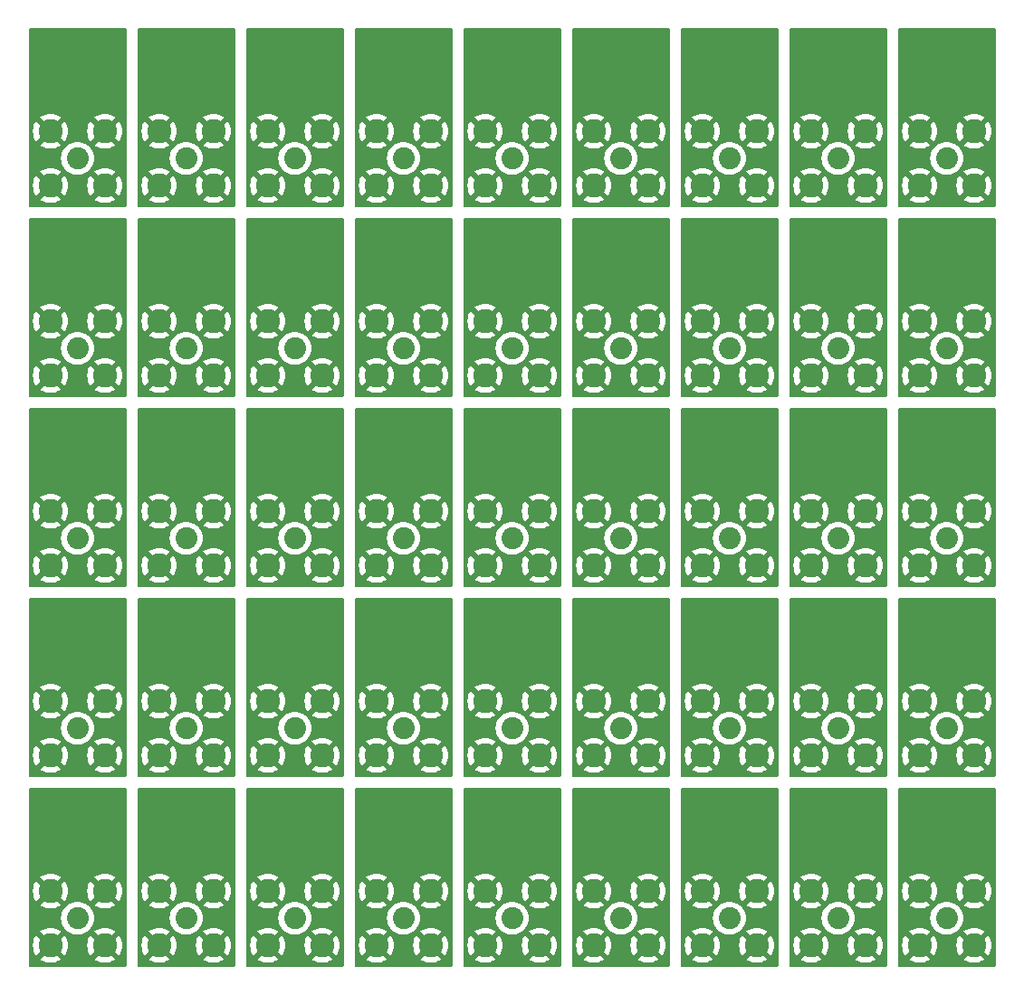
<source format=gbr>
%TF.GenerationSoftware,KiCad,Pcbnew,6.0.7-f9a2dced07~116~ubuntu20.04.1*%
%TF.CreationDate,2022-08-19T12:04:28-05:00*%
%TF.ProjectId,,58585858-5858-4585-9858-585858585858,rev?*%
%TF.SameCoordinates,Original*%
%TF.FileFunction,Copper,L2,Bot*%
%TF.FilePolarity,Positive*%
%FSLAX46Y46*%
G04 Gerber Fmt 4.6, Leading zero omitted, Abs format (unit mm)*
G04 Created by KiCad (PCBNEW 6.0.7-f9a2dced07~116~ubuntu20.04.1) date 2022-08-19 12:04:28*
%MOMM*%
%LPD*%
G01*
G04 APERTURE LIST*
%TA.AperFunction,ComponentPad*%
%ADD10C,2.050000*%
%TD*%
%TA.AperFunction,ComponentPad*%
%ADD11C,2.250000*%
%TD*%
%TA.AperFunction,ViaPad*%
%ADD12C,0.800000*%
%TD*%
G04 APERTURE END LIST*
D10*
%TO.P,J89,1,In*%
%TO.N,Net-(J1-Pad1)*%
X157480000Y-142240000D03*
D11*
%TO.P,J89,2,Ext*%
%TO.N,Net-(J1-Pad2)*%
X160020000Y-144780000D03*
X154940000Y-144780000D03*
X154940000Y-139700000D03*
X160020000Y-139700000D03*
%TD*%
D10*
%TO.P,J87,1,In*%
%TO.N,Net-(J1-Pad1)*%
X147320000Y-142240000D03*
D11*
%TO.P,J87,2,Ext*%
%TO.N,Net-(J1-Pad2)*%
X149860000Y-144780000D03*
X144780000Y-144780000D03*
X144780000Y-139700000D03*
X149860000Y-139700000D03*
%TD*%
D10*
%TO.P,J85,1,In*%
%TO.N,Net-(J1-Pad1)*%
X137160000Y-142240000D03*
D11*
%TO.P,J85,2,Ext*%
%TO.N,Net-(J1-Pad2)*%
X139700000Y-144780000D03*
X134620000Y-144780000D03*
X134620000Y-139700000D03*
X139700000Y-139700000D03*
%TD*%
D10*
%TO.P,J83,1,In*%
%TO.N,Net-(J1-Pad1)*%
X127000000Y-142240000D03*
D11*
%TO.P,J83,2,Ext*%
%TO.N,Net-(J1-Pad2)*%
X129540000Y-144780000D03*
X124460000Y-144780000D03*
X124460000Y-139700000D03*
X129540000Y-139700000D03*
%TD*%
D10*
%TO.P,J81,1,In*%
%TO.N,Net-(J1-Pad1)*%
X116840000Y-142240000D03*
D11*
%TO.P,J81,2,Ext*%
%TO.N,Net-(J1-Pad2)*%
X119380000Y-144780000D03*
X114300000Y-144780000D03*
X114300000Y-139700000D03*
X119380000Y-139700000D03*
%TD*%
D10*
%TO.P,J79,1,In*%
%TO.N,Net-(J1-Pad1)*%
X106680000Y-142240000D03*
D11*
%TO.P,J79,2,Ext*%
%TO.N,Net-(J1-Pad2)*%
X109220000Y-144780000D03*
X104140000Y-144780000D03*
X104140000Y-139700000D03*
X109220000Y-139700000D03*
%TD*%
D10*
%TO.P,J77,1,In*%
%TO.N,Net-(J1-Pad1)*%
X96520000Y-142240000D03*
D11*
%TO.P,J77,2,Ext*%
%TO.N,Net-(J1-Pad2)*%
X99060000Y-144780000D03*
X93980000Y-144780000D03*
X93980000Y-139700000D03*
X99060000Y-139700000D03*
%TD*%
D10*
%TO.P,J75,1,In*%
%TO.N,Net-(J1-Pad1)*%
X86360000Y-142240000D03*
D11*
%TO.P,J75,2,Ext*%
%TO.N,Net-(J1-Pad2)*%
X88900000Y-144780000D03*
X83820000Y-144780000D03*
X83820000Y-139700000D03*
X88900000Y-139700000D03*
%TD*%
D10*
%TO.P,J73,1,In*%
%TO.N,Net-(J1-Pad1)*%
X76200000Y-142240000D03*
D11*
%TO.P,J73,2,Ext*%
%TO.N,Net-(J1-Pad2)*%
X78740000Y-144780000D03*
X73660000Y-144780000D03*
X73660000Y-139700000D03*
X78740000Y-139700000D03*
%TD*%
D10*
%TO.P,J71,1,In*%
%TO.N,Net-(J1-Pad1)*%
X157480000Y-124460000D03*
D11*
%TO.P,J71,2,Ext*%
%TO.N,Net-(J1-Pad2)*%
X160020000Y-127000000D03*
X154940000Y-127000000D03*
X154940000Y-121920000D03*
X160020000Y-121920000D03*
%TD*%
D10*
%TO.P,J69,1,In*%
%TO.N,Net-(J1-Pad1)*%
X147320000Y-124460000D03*
D11*
%TO.P,J69,2,Ext*%
%TO.N,Net-(J1-Pad2)*%
X149860000Y-127000000D03*
X144780000Y-127000000D03*
X144780000Y-121920000D03*
X149860000Y-121920000D03*
%TD*%
D10*
%TO.P,J67,1,In*%
%TO.N,Net-(J1-Pad1)*%
X137160000Y-124460000D03*
D11*
%TO.P,J67,2,Ext*%
%TO.N,Net-(J1-Pad2)*%
X139700000Y-127000000D03*
X134620000Y-127000000D03*
X134620000Y-121920000D03*
X139700000Y-121920000D03*
%TD*%
D10*
%TO.P,J65,1,In*%
%TO.N,Net-(J1-Pad1)*%
X127000000Y-124460000D03*
D11*
%TO.P,J65,2,Ext*%
%TO.N,Net-(J1-Pad2)*%
X129540000Y-127000000D03*
X124460000Y-127000000D03*
X124460000Y-121920000D03*
X129540000Y-121920000D03*
%TD*%
D10*
%TO.P,J63,1,In*%
%TO.N,Net-(J1-Pad1)*%
X116840000Y-124460000D03*
D11*
%TO.P,J63,2,Ext*%
%TO.N,Net-(J1-Pad2)*%
X119380000Y-127000000D03*
X114300000Y-127000000D03*
X114300000Y-121920000D03*
X119380000Y-121920000D03*
%TD*%
D10*
%TO.P,J61,1,In*%
%TO.N,Net-(J1-Pad1)*%
X106680000Y-124460000D03*
D11*
%TO.P,J61,2,Ext*%
%TO.N,Net-(J1-Pad2)*%
X109220000Y-127000000D03*
X104140000Y-127000000D03*
X104140000Y-121920000D03*
X109220000Y-121920000D03*
%TD*%
D10*
%TO.P,J59,1,In*%
%TO.N,Net-(J1-Pad1)*%
X96520000Y-124460000D03*
D11*
%TO.P,J59,2,Ext*%
%TO.N,Net-(J1-Pad2)*%
X99060000Y-127000000D03*
X93980000Y-127000000D03*
X93980000Y-121920000D03*
X99060000Y-121920000D03*
%TD*%
D10*
%TO.P,J57,1,In*%
%TO.N,Net-(J1-Pad1)*%
X86360000Y-124460000D03*
D11*
%TO.P,J57,2,Ext*%
%TO.N,Net-(J1-Pad2)*%
X88900000Y-127000000D03*
X83820000Y-127000000D03*
X83820000Y-121920000D03*
X88900000Y-121920000D03*
%TD*%
D10*
%TO.P,J55,1,In*%
%TO.N,Net-(J1-Pad1)*%
X76200000Y-124460000D03*
D11*
%TO.P,J55,2,Ext*%
%TO.N,Net-(J1-Pad2)*%
X78740000Y-127000000D03*
X73660000Y-127000000D03*
X73660000Y-121920000D03*
X78740000Y-121920000D03*
%TD*%
D10*
%TO.P,J53,1,In*%
%TO.N,Net-(J1-Pad1)*%
X157480000Y-106680000D03*
D11*
%TO.P,J53,2,Ext*%
%TO.N,Net-(J1-Pad2)*%
X160020000Y-109220000D03*
X154940000Y-109220000D03*
X154940000Y-104140000D03*
X160020000Y-104140000D03*
%TD*%
D10*
%TO.P,J51,1,In*%
%TO.N,Net-(J1-Pad1)*%
X147320000Y-106680000D03*
D11*
%TO.P,J51,2,Ext*%
%TO.N,Net-(J1-Pad2)*%
X149860000Y-109220000D03*
X144780000Y-109220000D03*
X144780000Y-104140000D03*
X149860000Y-104140000D03*
%TD*%
D10*
%TO.P,J49,1,In*%
%TO.N,Net-(J1-Pad1)*%
X137160000Y-106680000D03*
D11*
%TO.P,J49,2,Ext*%
%TO.N,Net-(J1-Pad2)*%
X139700000Y-109220000D03*
X134620000Y-109220000D03*
X134620000Y-104140000D03*
X139700000Y-104140000D03*
%TD*%
D10*
%TO.P,J47,1,In*%
%TO.N,Net-(J1-Pad1)*%
X127000000Y-106680000D03*
D11*
%TO.P,J47,2,Ext*%
%TO.N,Net-(J1-Pad2)*%
X129540000Y-109220000D03*
X124460000Y-109220000D03*
X124460000Y-104140000D03*
X129540000Y-104140000D03*
%TD*%
D10*
%TO.P,J45,1,In*%
%TO.N,Net-(J1-Pad1)*%
X116840000Y-106680000D03*
D11*
%TO.P,J45,2,Ext*%
%TO.N,Net-(J1-Pad2)*%
X119380000Y-109220000D03*
X114300000Y-109220000D03*
X114300000Y-104140000D03*
X119380000Y-104140000D03*
%TD*%
D10*
%TO.P,J43,1,In*%
%TO.N,Net-(J1-Pad1)*%
X106680000Y-106680000D03*
D11*
%TO.P,J43,2,Ext*%
%TO.N,Net-(J1-Pad2)*%
X109220000Y-109220000D03*
X104140000Y-109220000D03*
X104140000Y-104140000D03*
X109220000Y-104140000D03*
%TD*%
D10*
%TO.P,J41,1,In*%
%TO.N,Net-(J1-Pad1)*%
X96520000Y-106680000D03*
D11*
%TO.P,J41,2,Ext*%
%TO.N,Net-(J1-Pad2)*%
X99060000Y-109220000D03*
X93980000Y-109220000D03*
X93980000Y-104140000D03*
X99060000Y-104140000D03*
%TD*%
D10*
%TO.P,J39,1,In*%
%TO.N,Net-(J1-Pad1)*%
X86360000Y-106680000D03*
D11*
%TO.P,J39,2,Ext*%
%TO.N,Net-(J1-Pad2)*%
X88900000Y-109220000D03*
X83820000Y-109220000D03*
X83820000Y-104140000D03*
X88900000Y-104140000D03*
%TD*%
D10*
%TO.P,J37,1,In*%
%TO.N,Net-(J1-Pad1)*%
X76200000Y-106680000D03*
D11*
%TO.P,J37,2,Ext*%
%TO.N,Net-(J1-Pad2)*%
X78740000Y-109220000D03*
X73660000Y-109220000D03*
X73660000Y-104140000D03*
X78740000Y-104140000D03*
%TD*%
D10*
%TO.P,J35,1,In*%
%TO.N,Net-(J1-Pad1)*%
X157480000Y-88900000D03*
D11*
%TO.P,J35,2,Ext*%
%TO.N,Net-(J1-Pad2)*%
X160020000Y-91440000D03*
X154940000Y-91440000D03*
X154940000Y-86360000D03*
X160020000Y-86360000D03*
%TD*%
D10*
%TO.P,J33,1,In*%
%TO.N,Net-(J1-Pad1)*%
X147320000Y-88900000D03*
D11*
%TO.P,J33,2,Ext*%
%TO.N,Net-(J1-Pad2)*%
X149860000Y-91440000D03*
X144780000Y-91440000D03*
X144780000Y-86360000D03*
X149860000Y-86360000D03*
%TD*%
D10*
%TO.P,J31,1,In*%
%TO.N,Net-(J1-Pad1)*%
X137160000Y-88900000D03*
D11*
%TO.P,J31,2,Ext*%
%TO.N,Net-(J1-Pad2)*%
X139700000Y-91440000D03*
X134620000Y-91440000D03*
X134620000Y-86360000D03*
X139700000Y-86360000D03*
%TD*%
D10*
%TO.P,J29,1,In*%
%TO.N,Net-(J1-Pad1)*%
X127000000Y-88900000D03*
D11*
%TO.P,J29,2,Ext*%
%TO.N,Net-(J1-Pad2)*%
X129540000Y-91440000D03*
X124460000Y-91440000D03*
X124460000Y-86360000D03*
X129540000Y-86360000D03*
%TD*%
D10*
%TO.P,J27,1,In*%
%TO.N,Net-(J1-Pad1)*%
X116840000Y-88900000D03*
D11*
%TO.P,J27,2,Ext*%
%TO.N,Net-(J1-Pad2)*%
X119380000Y-91440000D03*
X114300000Y-91440000D03*
X114300000Y-86360000D03*
X119380000Y-86360000D03*
%TD*%
D10*
%TO.P,J25,1,In*%
%TO.N,Net-(J1-Pad1)*%
X106680000Y-88900000D03*
D11*
%TO.P,J25,2,Ext*%
%TO.N,Net-(J1-Pad2)*%
X109220000Y-91440000D03*
X104140000Y-91440000D03*
X104140000Y-86360000D03*
X109220000Y-86360000D03*
%TD*%
D10*
%TO.P,J23,1,In*%
%TO.N,Net-(J1-Pad1)*%
X96520000Y-88900000D03*
D11*
%TO.P,J23,2,Ext*%
%TO.N,Net-(J1-Pad2)*%
X99060000Y-91440000D03*
X93980000Y-91440000D03*
X93980000Y-86360000D03*
X99060000Y-86360000D03*
%TD*%
D10*
%TO.P,J21,1,In*%
%TO.N,Net-(J1-Pad1)*%
X86360000Y-88900000D03*
D11*
%TO.P,J21,2,Ext*%
%TO.N,Net-(J1-Pad2)*%
X88900000Y-91440000D03*
X83820000Y-91440000D03*
X83820000Y-86360000D03*
X88900000Y-86360000D03*
%TD*%
D10*
%TO.P,J19,1,In*%
%TO.N,Net-(J1-Pad1)*%
X76200000Y-88900000D03*
D11*
%TO.P,J19,2,Ext*%
%TO.N,Net-(J1-Pad2)*%
X78740000Y-91440000D03*
X73660000Y-91440000D03*
X73660000Y-86360000D03*
X78740000Y-86360000D03*
%TD*%
D10*
%TO.P,J17,1,In*%
%TO.N,Net-(J1-Pad1)*%
X157480000Y-71120000D03*
D11*
%TO.P,J17,2,Ext*%
%TO.N,Net-(J1-Pad2)*%
X160020000Y-73660000D03*
X154940000Y-73660000D03*
X154940000Y-68580000D03*
X160020000Y-68580000D03*
%TD*%
D10*
%TO.P,J15,1,In*%
%TO.N,Net-(J1-Pad1)*%
X147320000Y-71120000D03*
D11*
%TO.P,J15,2,Ext*%
%TO.N,Net-(J1-Pad2)*%
X149860000Y-73660000D03*
X144780000Y-73660000D03*
X144780000Y-68580000D03*
X149860000Y-68580000D03*
%TD*%
D10*
%TO.P,J13,1,In*%
%TO.N,Net-(J1-Pad1)*%
X137160000Y-71120000D03*
D11*
%TO.P,J13,2,Ext*%
%TO.N,Net-(J1-Pad2)*%
X139700000Y-73660000D03*
X134620000Y-73660000D03*
X134620000Y-68580000D03*
X139700000Y-68580000D03*
%TD*%
D10*
%TO.P,J11,1,In*%
%TO.N,Net-(J1-Pad1)*%
X127000000Y-71120000D03*
D11*
%TO.P,J11,2,Ext*%
%TO.N,Net-(J1-Pad2)*%
X129540000Y-73660000D03*
X124460000Y-73660000D03*
X124460000Y-68580000D03*
X129540000Y-68580000D03*
%TD*%
D10*
%TO.P,J9,1,In*%
%TO.N,Net-(J1-Pad1)*%
X116840000Y-71120000D03*
D11*
%TO.P,J9,2,Ext*%
%TO.N,Net-(J1-Pad2)*%
X119380000Y-73660000D03*
X114300000Y-73660000D03*
X114300000Y-68580000D03*
X119380000Y-68580000D03*
%TD*%
D10*
%TO.P,J7,1,In*%
%TO.N,Net-(J1-Pad1)*%
X106680000Y-71120000D03*
D11*
%TO.P,J7,2,Ext*%
%TO.N,Net-(J1-Pad2)*%
X109220000Y-73660000D03*
X104140000Y-73660000D03*
X104140000Y-68580000D03*
X109220000Y-68580000D03*
%TD*%
D10*
%TO.P,J5,1,In*%
%TO.N,Net-(J1-Pad1)*%
X96520000Y-71120000D03*
D11*
%TO.P,J5,2,Ext*%
%TO.N,Net-(J1-Pad2)*%
X99060000Y-73660000D03*
X93980000Y-73660000D03*
X93980000Y-68580000D03*
X99060000Y-68580000D03*
%TD*%
D10*
%TO.P,J3,1,In*%
%TO.N,Net-(J1-Pad1)*%
X86360000Y-71120000D03*
D11*
%TO.P,J3,2,Ext*%
%TO.N,Net-(J1-Pad2)*%
X88900000Y-73660000D03*
X83820000Y-73660000D03*
X83820000Y-68580000D03*
X88900000Y-68580000D03*
%TD*%
D10*
%TO.P,J1,1,In*%
%TO.N,Net-(J1-Pad1)*%
X76200000Y-71120000D03*
D11*
%TO.P,J1,2,Ext*%
%TO.N,Net-(J1-Pad2)*%
X78740000Y-73660000D03*
X73660000Y-73660000D03*
X73660000Y-68580000D03*
X78740000Y-68580000D03*
%TD*%
D12*
%TO.N,Net-(J1-Pad2)*%
X156140000Y-135960000D03*
X160540000Y-132960000D03*
X160540000Y-134620000D03*
X156140000Y-137560000D03*
X158820000Y-135960000D03*
X154420000Y-134620000D03*
X154420000Y-130960000D03*
X158820000Y-137560000D03*
X154420000Y-132960000D03*
X160540000Y-130960000D03*
X145980000Y-135960000D03*
X150380000Y-132960000D03*
X150380000Y-134620000D03*
X145980000Y-137560000D03*
X148660000Y-135960000D03*
X144260000Y-134620000D03*
X144260000Y-130960000D03*
X148660000Y-137560000D03*
X144260000Y-132960000D03*
X150380000Y-130960000D03*
X135820000Y-135960000D03*
X140220000Y-132960000D03*
X140220000Y-134620000D03*
X135820000Y-137560000D03*
X138500000Y-135960000D03*
X134100000Y-134620000D03*
X134100000Y-130960000D03*
X138500000Y-137560000D03*
X134100000Y-132960000D03*
X140220000Y-130960000D03*
X125660000Y-135960000D03*
X130060000Y-132960000D03*
X130060000Y-134620000D03*
X125660000Y-137560000D03*
X128340000Y-135960000D03*
X123940000Y-134620000D03*
X123940000Y-130960000D03*
X128340000Y-137560000D03*
X123940000Y-132960000D03*
X130060000Y-130960000D03*
X115500000Y-135960000D03*
X119900000Y-132960000D03*
X119900000Y-134620000D03*
X115500000Y-137560000D03*
X118180000Y-135960000D03*
X113780000Y-134620000D03*
X113780000Y-130960000D03*
X118180000Y-137560000D03*
X113780000Y-132960000D03*
X119900000Y-130960000D03*
X105340000Y-135960000D03*
X109740000Y-132960000D03*
X109740000Y-134620000D03*
X105340000Y-137560000D03*
X108020000Y-135960000D03*
X103620000Y-134620000D03*
X103620000Y-130960000D03*
X108020000Y-137560000D03*
X103620000Y-132960000D03*
X109740000Y-130960000D03*
X95180000Y-135960000D03*
X99580000Y-132960000D03*
X99580000Y-134620000D03*
X95180000Y-137560000D03*
X97860000Y-135960000D03*
X93460000Y-134620000D03*
X93460000Y-130960000D03*
X97860000Y-137560000D03*
X93460000Y-132960000D03*
X99580000Y-130960000D03*
X85020000Y-135960000D03*
X89420000Y-132960000D03*
X89420000Y-134620000D03*
X85020000Y-137560000D03*
X87700000Y-135960000D03*
X83300000Y-134620000D03*
X83300000Y-130960000D03*
X87700000Y-137560000D03*
X83300000Y-132960000D03*
X89420000Y-130960000D03*
X74860000Y-135960000D03*
X79260000Y-132960000D03*
X79260000Y-134620000D03*
X74860000Y-137560000D03*
X77540000Y-135960000D03*
X73140000Y-134620000D03*
X73140000Y-130960000D03*
X77540000Y-137560000D03*
X73140000Y-132960000D03*
X79260000Y-130960000D03*
X156140000Y-118180000D03*
X160540000Y-115180000D03*
X160540000Y-116840000D03*
X156140000Y-119780000D03*
X158820000Y-118180000D03*
X154420000Y-116840000D03*
X154420000Y-113180000D03*
X158820000Y-119780000D03*
X154420000Y-115180000D03*
X160540000Y-113180000D03*
X145980000Y-118180000D03*
X150380000Y-115180000D03*
X150380000Y-116840000D03*
X145980000Y-119780000D03*
X148660000Y-118180000D03*
X144260000Y-116840000D03*
X144260000Y-113180000D03*
X148660000Y-119780000D03*
X144260000Y-115180000D03*
X150380000Y-113180000D03*
X135820000Y-118180000D03*
X140220000Y-115180000D03*
X140220000Y-116840000D03*
X135820000Y-119780000D03*
X138500000Y-118180000D03*
X134100000Y-116840000D03*
X134100000Y-113180000D03*
X138500000Y-119780000D03*
X134100000Y-115180000D03*
X140220000Y-113180000D03*
X125660000Y-118180000D03*
X130060000Y-115180000D03*
X130060000Y-116840000D03*
X125660000Y-119780000D03*
X128340000Y-118180000D03*
X123940000Y-116840000D03*
X123940000Y-113180000D03*
X128340000Y-119780000D03*
X123940000Y-115180000D03*
X130060000Y-113180000D03*
X115500000Y-118180000D03*
X119900000Y-115180000D03*
X119900000Y-116840000D03*
X115500000Y-119780000D03*
X118180000Y-118180000D03*
X113780000Y-116840000D03*
X113780000Y-113180000D03*
X118180000Y-119780000D03*
X113780000Y-115180000D03*
X119900000Y-113180000D03*
X105340000Y-118180000D03*
X109740000Y-115180000D03*
X109740000Y-116840000D03*
X105340000Y-119780000D03*
X108020000Y-118180000D03*
X103620000Y-116840000D03*
X103620000Y-113180000D03*
X108020000Y-119780000D03*
X103620000Y-115180000D03*
X109740000Y-113180000D03*
X95180000Y-118180000D03*
X99580000Y-115180000D03*
X99580000Y-116840000D03*
X95180000Y-119780000D03*
X97860000Y-118180000D03*
X93460000Y-116840000D03*
X93460000Y-113180000D03*
X97860000Y-119780000D03*
X93460000Y-115180000D03*
X99580000Y-113180000D03*
X85020000Y-118180000D03*
X89420000Y-115180000D03*
X89420000Y-116840000D03*
X85020000Y-119780000D03*
X87700000Y-118180000D03*
X83300000Y-116840000D03*
X83300000Y-113180000D03*
X87700000Y-119780000D03*
X83300000Y-115180000D03*
X89420000Y-113180000D03*
X74860000Y-118180000D03*
X79260000Y-115180000D03*
X79260000Y-116840000D03*
X74860000Y-119780000D03*
X77540000Y-118180000D03*
X73140000Y-116840000D03*
X73140000Y-113180000D03*
X77540000Y-119780000D03*
X73140000Y-115180000D03*
X79260000Y-113180000D03*
X156140000Y-100400000D03*
X160540000Y-97400000D03*
X160540000Y-99060000D03*
X156140000Y-102000000D03*
X158820000Y-100400000D03*
X154420000Y-99060000D03*
X154420000Y-95400000D03*
X158820000Y-102000000D03*
X154420000Y-97400000D03*
X160540000Y-95400000D03*
X145980000Y-100400000D03*
X150380000Y-97400000D03*
X150380000Y-99060000D03*
X145980000Y-102000000D03*
X148660000Y-100400000D03*
X144260000Y-99060000D03*
X144260000Y-95400000D03*
X148660000Y-102000000D03*
X144260000Y-97400000D03*
X150380000Y-95400000D03*
X135820000Y-100400000D03*
X140220000Y-97400000D03*
X140220000Y-99060000D03*
X135820000Y-102000000D03*
X138500000Y-100400000D03*
X134100000Y-99060000D03*
X134100000Y-95400000D03*
X138500000Y-102000000D03*
X134100000Y-97400000D03*
X140220000Y-95400000D03*
X125660000Y-100400000D03*
X130060000Y-97400000D03*
X130060000Y-99060000D03*
X125660000Y-102000000D03*
X128340000Y-100400000D03*
X123940000Y-99060000D03*
X123940000Y-95400000D03*
X128340000Y-102000000D03*
X123940000Y-97400000D03*
X130060000Y-95400000D03*
X115500000Y-100400000D03*
X119900000Y-97400000D03*
X119900000Y-99060000D03*
X115500000Y-102000000D03*
X118180000Y-100400000D03*
X113780000Y-99060000D03*
X113780000Y-95400000D03*
X118180000Y-102000000D03*
X113780000Y-97400000D03*
X119900000Y-95400000D03*
X105340000Y-100400000D03*
X109740000Y-97400000D03*
X109740000Y-99060000D03*
X105340000Y-102000000D03*
X108020000Y-100400000D03*
X103620000Y-99060000D03*
X103620000Y-95400000D03*
X108020000Y-102000000D03*
X103620000Y-97400000D03*
X109740000Y-95400000D03*
X95180000Y-100400000D03*
X99580000Y-97400000D03*
X99580000Y-99060000D03*
X95180000Y-102000000D03*
X97860000Y-100400000D03*
X93460000Y-99060000D03*
X93460000Y-95400000D03*
X97860000Y-102000000D03*
X93460000Y-97400000D03*
X99580000Y-95400000D03*
X85020000Y-100400000D03*
X89420000Y-97400000D03*
X89420000Y-99060000D03*
X85020000Y-102000000D03*
X87700000Y-100400000D03*
X83300000Y-99060000D03*
X83300000Y-95400000D03*
X87700000Y-102000000D03*
X83300000Y-97400000D03*
X89420000Y-95400000D03*
X74860000Y-100400000D03*
X79260000Y-97400000D03*
X79260000Y-99060000D03*
X74860000Y-102000000D03*
X77540000Y-100400000D03*
X73140000Y-99060000D03*
X73140000Y-95400000D03*
X77540000Y-102000000D03*
X73140000Y-97400000D03*
X79260000Y-95400000D03*
X156140000Y-82620000D03*
X160540000Y-79620000D03*
X160540000Y-81280000D03*
X156140000Y-84220000D03*
X158820000Y-82620000D03*
X154420000Y-81280000D03*
X154420000Y-77620000D03*
X158820000Y-84220000D03*
X154420000Y-79620000D03*
X160540000Y-77620000D03*
X145980000Y-82620000D03*
X150380000Y-79620000D03*
X150380000Y-81280000D03*
X145980000Y-84220000D03*
X148660000Y-82620000D03*
X144260000Y-81280000D03*
X144260000Y-77620000D03*
X148660000Y-84220000D03*
X144260000Y-79620000D03*
X150380000Y-77620000D03*
X135820000Y-82620000D03*
X140220000Y-79620000D03*
X140220000Y-81280000D03*
X135820000Y-84220000D03*
X138500000Y-82620000D03*
X134100000Y-81280000D03*
X134100000Y-77620000D03*
X138500000Y-84220000D03*
X134100000Y-79620000D03*
X140220000Y-77620000D03*
X125660000Y-82620000D03*
X130060000Y-79620000D03*
X130060000Y-81280000D03*
X125660000Y-84220000D03*
X128340000Y-82620000D03*
X123940000Y-81280000D03*
X123940000Y-77620000D03*
X128340000Y-84220000D03*
X123940000Y-79620000D03*
X130060000Y-77620000D03*
X115500000Y-82620000D03*
X119900000Y-79620000D03*
X119900000Y-81280000D03*
X115500000Y-84220000D03*
X118180000Y-82620000D03*
X113780000Y-81280000D03*
X113780000Y-77620000D03*
X118180000Y-84220000D03*
X113780000Y-79620000D03*
X119900000Y-77620000D03*
X105340000Y-82620000D03*
X109740000Y-79620000D03*
X109740000Y-81280000D03*
X105340000Y-84220000D03*
X108020000Y-82620000D03*
X103620000Y-81280000D03*
X103620000Y-77620000D03*
X108020000Y-84220000D03*
X103620000Y-79620000D03*
X109740000Y-77620000D03*
X95180000Y-82620000D03*
X99580000Y-79620000D03*
X99580000Y-81280000D03*
X95180000Y-84220000D03*
X97860000Y-82620000D03*
X93460000Y-81280000D03*
X93460000Y-77620000D03*
X97860000Y-84220000D03*
X93460000Y-79620000D03*
X99580000Y-77620000D03*
X85020000Y-82620000D03*
X89420000Y-79620000D03*
X89420000Y-81280000D03*
X85020000Y-84220000D03*
X87700000Y-82620000D03*
X83300000Y-81280000D03*
X83300000Y-77620000D03*
X87700000Y-84220000D03*
X83300000Y-79620000D03*
X89420000Y-77620000D03*
X74860000Y-82620000D03*
X79260000Y-79620000D03*
X79260000Y-81280000D03*
X74860000Y-84220000D03*
X77540000Y-82620000D03*
X73140000Y-81280000D03*
X73140000Y-77620000D03*
X77540000Y-84220000D03*
X73140000Y-79620000D03*
X79260000Y-77620000D03*
X156140000Y-64840000D03*
X160540000Y-61840000D03*
X160540000Y-63500000D03*
X156140000Y-66440000D03*
X158820000Y-64840000D03*
X154420000Y-63500000D03*
X154420000Y-59840000D03*
X158820000Y-66440000D03*
X154420000Y-61840000D03*
X160540000Y-59840000D03*
X145980000Y-64840000D03*
X150380000Y-61840000D03*
X150380000Y-63500000D03*
X145980000Y-66440000D03*
X148660000Y-64840000D03*
X144260000Y-63500000D03*
X144260000Y-59840000D03*
X148660000Y-66440000D03*
X144260000Y-61840000D03*
X150380000Y-59840000D03*
X135820000Y-64840000D03*
X140220000Y-61840000D03*
X140220000Y-63500000D03*
X135820000Y-66440000D03*
X138500000Y-64840000D03*
X134100000Y-63500000D03*
X134100000Y-59840000D03*
X138500000Y-66440000D03*
X134100000Y-61840000D03*
X140220000Y-59840000D03*
X125660000Y-64840000D03*
X130060000Y-61840000D03*
X130060000Y-63500000D03*
X125660000Y-66440000D03*
X128340000Y-64840000D03*
X123940000Y-63500000D03*
X123940000Y-59840000D03*
X128340000Y-66440000D03*
X123940000Y-61840000D03*
X130060000Y-59840000D03*
X115500000Y-64840000D03*
X119900000Y-61840000D03*
X119900000Y-63500000D03*
X115500000Y-66440000D03*
X118180000Y-64840000D03*
X113780000Y-63500000D03*
X113780000Y-59840000D03*
X118180000Y-66440000D03*
X113780000Y-61840000D03*
X119900000Y-59840000D03*
X105340000Y-64840000D03*
X109740000Y-61840000D03*
X109740000Y-63500000D03*
X105340000Y-66440000D03*
X108020000Y-64840000D03*
X103620000Y-63500000D03*
X103620000Y-59840000D03*
X108020000Y-66440000D03*
X103620000Y-61840000D03*
X109740000Y-59840000D03*
X95180000Y-64840000D03*
X99580000Y-61840000D03*
X99580000Y-63500000D03*
X95180000Y-66440000D03*
X97860000Y-64840000D03*
X93460000Y-63500000D03*
X93460000Y-59840000D03*
X97860000Y-66440000D03*
X93460000Y-61840000D03*
X99580000Y-59840000D03*
X85020000Y-64840000D03*
X89420000Y-61840000D03*
X89420000Y-63500000D03*
X85020000Y-66440000D03*
X87700000Y-64840000D03*
X83300000Y-63500000D03*
X83300000Y-59840000D03*
X87700000Y-66440000D03*
X83300000Y-61840000D03*
X89420000Y-59840000D03*
X73140000Y-59840000D03*
X79260000Y-59840000D03*
X77540000Y-66440000D03*
X79260000Y-61840000D03*
X74860000Y-64840000D03*
X73140000Y-61840000D03*
X77540000Y-64840000D03*
X73140000Y-63500000D03*
X79260000Y-63500000D03*
X74860000Y-66440000D03*
%TD*%
%TA.AperFunction,Conductor*%
%TO.N,Net-(J1-Pad2)*%
G36*
X80713621Y-58948502D02*
G01*
X80760114Y-59002158D01*
X80771500Y-59054500D01*
X80771500Y-75565500D01*
X80751498Y-75633621D01*
X80697842Y-75680114D01*
X80645500Y-75691500D01*
X71754500Y-75691500D01*
X71686379Y-75671498D01*
X71639886Y-75617842D01*
X71628500Y-75565500D01*
X71628500Y-74984471D01*
X72700884Y-74984471D01*
X72704570Y-74989740D01*
X72912121Y-75116927D01*
X72920915Y-75121408D01*
X73149242Y-75215984D01*
X73158627Y-75219033D01*
X73398940Y-75276728D01*
X73408687Y-75278271D01*
X73655070Y-75297662D01*
X73664930Y-75297662D01*
X73911313Y-75278271D01*
X73921060Y-75276728D01*
X74161373Y-75219033D01*
X74170758Y-75215984D01*
X74399085Y-75121408D01*
X74407879Y-75116927D01*
X74613928Y-74990660D01*
X74617968Y-74984471D01*
X77780884Y-74984471D01*
X77784570Y-74989740D01*
X77992121Y-75116927D01*
X78000915Y-75121408D01*
X78229242Y-75215984D01*
X78238627Y-75219033D01*
X78478940Y-75276728D01*
X78488687Y-75278271D01*
X78735070Y-75297662D01*
X78744930Y-75297662D01*
X78991313Y-75278271D01*
X79001060Y-75276728D01*
X79241373Y-75219033D01*
X79250758Y-75215984D01*
X79479085Y-75121408D01*
X79487879Y-75116927D01*
X79693928Y-74990660D01*
X79699190Y-74982599D01*
X79693183Y-74972393D01*
X78752812Y-74032022D01*
X78738868Y-74024408D01*
X78737035Y-74024539D01*
X78730420Y-74028790D01*
X77788276Y-74970934D01*
X77780884Y-74984471D01*
X74617968Y-74984471D01*
X74619190Y-74982599D01*
X74613183Y-74972393D01*
X73672812Y-74032022D01*
X73658868Y-74024408D01*
X73657035Y-74024539D01*
X73650420Y-74028790D01*
X72708276Y-74970934D01*
X72700884Y-74984471D01*
X71628500Y-74984471D01*
X71628500Y-73664930D01*
X72022338Y-73664930D01*
X72041729Y-73911313D01*
X72043272Y-73921060D01*
X72100967Y-74161373D01*
X72104016Y-74170758D01*
X72198592Y-74399085D01*
X72203073Y-74407879D01*
X72329340Y-74613928D01*
X72337401Y-74619190D01*
X72347607Y-74613183D01*
X73287978Y-73672812D01*
X73294356Y-73661132D01*
X74024408Y-73661132D01*
X74024539Y-73662965D01*
X74028790Y-73669580D01*
X74970934Y-74611724D01*
X74984471Y-74619116D01*
X74989740Y-74615430D01*
X75116927Y-74407879D01*
X75121408Y-74399085D01*
X75215984Y-74170758D01*
X75219033Y-74161373D01*
X75276728Y-73921060D01*
X75278271Y-73911313D01*
X75297662Y-73664930D01*
X77102338Y-73664930D01*
X77121729Y-73911313D01*
X77123272Y-73921060D01*
X77180967Y-74161373D01*
X77184016Y-74170758D01*
X77278592Y-74399085D01*
X77283073Y-74407879D01*
X77409340Y-74613928D01*
X77417401Y-74619190D01*
X77427607Y-74613183D01*
X78367978Y-73672812D01*
X78374356Y-73661132D01*
X79104408Y-73661132D01*
X79104539Y-73662965D01*
X79108790Y-73669580D01*
X80050934Y-74611724D01*
X80064471Y-74619116D01*
X80069740Y-74615430D01*
X80196927Y-74407879D01*
X80201408Y-74399085D01*
X80295984Y-74170758D01*
X80299033Y-74161373D01*
X80356728Y-73921060D01*
X80358271Y-73911313D01*
X80377662Y-73664930D01*
X80377662Y-73655070D01*
X80358271Y-73408687D01*
X80356728Y-73398940D01*
X80299033Y-73158627D01*
X80295984Y-73149242D01*
X80201408Y-72920915D01*
X80196927Y-72912121D01*
X80070660Y-72706072D01*
X80062599Y-72700810D01*
X80052393Y-72706817D01*
X79112022Y-73647188D01*
X79104408Y-73661132D01*
X78374356Y-73661132D01*
X78375592Y-73658868D01*
X78375461Y-73657035D01*
X78371210Y-73650420D01*
X77429066Y-72708276D01*
X77415529Y-72700884D01*
X77410260Y-72704570D01*
X77283073Y-72912121D01*
X77278592Y-72920915D01*
X77184016Y-73149242D01*
X77180967Y-73158627D01*
X77123272Y-73398940D01*
X77121729Y-73408687D01*
X77102338Y-73655070D01*
X77102338Y-73664930D01*
X75297662Y-73664930D01*
X75297662Y-73655070D01*
X75278271Y-73408687D01*
X75276728Y-73398940D01*
X75219033Y-73158627D01*
X75215984Y-73149242D01*
X75121408Y-72920915D01*
X75116927Y-72912121D01*
X74990660Y-72706072D01*
X74982599Y-72700810D01*
X74972393Y-72706817D01*
X74032022Y-73647188D01*
X74024408Y-73661132D01*
X73294356Y-73661132D01*
X73295592Y-73658868D01*
X73295461Y-73657035D01*
X73291210Y-73650420D01*
X72349066Y-72708276D01*
X72335529Y-72700884D01*
X72330260Y-72704570D01*
X72203073Y-72912121D01*
X72198592Y-72920915D01*
X72104016Y-73149242D01*
X72100967Y-73158627D01*
X72043272Y-73398940D01*
X72041729Y-73408687D01*
X72022338Y-73655070D01*
X72022338Y-73664930D01*
X71628500Y-73664930D01*
X71628500Y-72337401D01*
X72700810Y-72337401D01*
X72706817Y-72347607D01*
X73647188Y-73287978D01*
X73661132Y-73295592D01*
X73662965Y-73295461D01*
X73669580Y-73291210D01*
X74611724Y-72349066D01*
X74619116Y-72335529D01*
X74615430Y-72330260D01*
X74407879Y-72203073D01*
X74399085Y-72198592D01*
X74170758Y-72104016D01*
X74161373Y-72100967D01*
X73921060Y-72043272D01*
X73911313Y-72041729D01*
X73664930Y-72022338D01*
X73655070Y-72022338D01*
X73408687Y-72041729D01*
X73398940Y-72043272D01*
X73158627Y-72100967D01*
X73149242Y-72104016D01*
X72920915Y-72198592D01*
X72912121Y-72203073D01*
X72706072Y-72329340D01*
X72700810Y-72337401D01*
X71628500Y-72337401D01*
X71628500Y-71120000D01*
X74661758Y-71120000D01*
X74680696Y-71360634D01*
X74681850Y-71365441D01*
X74681851Y-71365447D01*
X74717267Y-71512961D01*
X74737045Y-71595343D01*
X74829416Y-71818347D01*
X74955536Y-72024156D01*
X75112299Y-72207701D01*
X75295844Y-72364464D01*
X75501653Y-72490584D01*
X75506223Y-72492477D01*
X75506227Y-72492479D01*
X75720084Y-72581061D01*
X75724657Y-72582955D01*
X75807039Y-72602733D01*
X75954553Y-72638149D01*
X75954559Y-72638150D01*
X75959366Y-72639304D01*
X76200000Y-72658242D01*
X76440634Y-72639304D01*
X76445441Y-72638150D01*
X76445447Y-72638149D01*
X76592961Y-72602733D01*
X76675343Y-72582955D01*
X76679916Y-72581061D01*
X76893773Y-72492479D01*
X76893777Y-72492477D01*
X76898347Y-72490584D01*
X77104156Y-72364464D01*
X77135843Y-72337401D01*
X77780810Y-72337401D01*
X77786817Y-72347607D01*
X78727188Y-73287978D01*
X78741132Y-73295592D01*
X78742965Y-73295461D01*
X78749580Y-73291210D01*
X79691724Y-72349066D01*
X79699116Y-72335529D01*
X79695430Y-72330260D01*
X79487879Y-72203073D01*
X79479085Y-72198592D01*
X79250758Y-72104016D01*
X79241373Y-72100967D01*
X79001060Y-72043272D01*
X78991313Y-72041729D01*
X78744930Y-72022338D01*
X78735070Y-72022338D01*
X78488687Y-72041729D01*
X78478940Y-72043272D01*
X78238627Y-72100967D01*
X78229242Y-72104016D01*
X78000915Y-72198592D01*
X77992121Y-72203073D01*
X77786072Y-72329340D01*
X77780810Y-72337401D01*
X77135843Y-72337401D01*
X77287701Y-72207701D01*
X77444464Y-72024156D01*
X77570584Y-71818347D01*
X77662955Y-71595343D01*
X77682733Y-71512961D01*
X77718149Y-71365447D01*
X77718150Y-71365441D01*
X77719304Y-71360634D01*
X77738242Y-71120000D01*
X77719304Y-70879366D01*
X77718150Y-70874559D01*
X77718149Y-70874553D01*
X77664110Y-70649469D01*
X77662955Y-70644657D01*
X77570584Y-70421653D01*
X77444464Y-70215844D01*
X77287701Y-70032299D01*
X77138034Y-69904471D01*
X77780884Y-69904471D01*
X77784570Y-69909740D01*
X77992121Y-70036927D01*
X78000915Y-70041408D01*
X78229242Y-70135984D01*
X78238627Y-70139033D01*
X78478940Y-70196728D01*
X78488687Y-70198271D01*
X78735070Y-70217662D01*
X78744930Y-70217662D01*
X78991313Y-70198271D01*
X79001060Y-70196728D01*
X79241373Y-70139033D01*
X79250758Y-70135984D01*
X79479085Y-70041408D01*
X79487879Y-70036927D01*
X79693928Y-69910660D01*
X79699190Y-69902599D01*
X79693183Y-69892393D01*
X78752812Y-68952022D01*
X78738868Y-68944408D01*
X78737035Y-68944539D01*
X78730420Y-68948790D01*
X77788276Y-69890934D01*
X77780884Y-69904471D01*
X77138034Y-69904471D01*
X77104156Y-69875536D01*
X76898347Y-69749416D01*
X76893777Y-69747523D01*
X76893773Y-69747521D01*
X76679916Y-69658939D01*
X76679914Y-69658938D01*
X76675343Y-69657045D01*
X76592961Y-69637267D01*
X76445447Y-69601851D01*
X76445441Y-69601850D01*
X76440634Y-69600696D01*
X76200000Y-69581758D01*
X75959366Y-69600696D01*
X75954559Y-69601850D01*
X75954553Y-69601851D01*
X75807039Y-69637267D01*
X75724657Y-69657045D01*
X75720086Y-69658938D01*
X75720084Y-69658939D01*
X75506227Y-69747521D01*
X75506223Y-69747523D01*
X75501653Y-69749416D01*
X75295844Y-69875536D01*
X75112299Y-70032299D01*
X74955536Y-70215844D01*
X74829416Y-70421653D01*
X74737045Y-70644657D01*
X74735890Y-70649469D01*
X74681851Y-70874553D01*
X74681850Y-70874559D01*
X74680696Y-70879366D01*
X74661758Y-71120000D01*
X71628500Y-71120000D01*
X71628500Y-69904471D01*
X72700884Y-69904471D01*
X72704570Y-69909740D01*
X72912121Y-70036927D01*
X72920915Y-70041408D01*
X73149242Y-70135984D01*
X73158627Y-70139033D01*
X73398940Y-70196728D01*
X73408687Y-70198271D01*
X73655070Y-70217662D01*
X73664930Y-70217662D01*
X73911313Y-70198271D01*
X73921060Y-70196728D01*
X74161373Y-70139033D01*
X74170758Y-70135984D01*
X74399085Y-70041408D01*
X74407879Y-70036927D01*
X74613928Y-69910660D01*
X74619190Y-69902599D01*
X74613183Y-69892393D01*
X73672812Y-68952022D01*
X73658868Y-68944408D01*
X73657035Y-68944539D01*
X73650420Y-68948790D01*
X72708276Y-69890934D01*
X72700884Y-69904471D01*
X71628500Y-69904471D01*
X71628500Y-68584930D01*
X72022338Y-68584930D01*
X72041729Y-68831313D01*
X72043272Y-68841060D01*
X72100967Y-69081373D01*
X72104016Y-69090758D01*
X72198592Y-69319085D01*
X72203073Y-69327879D01*
X72329340Y-69533928D01*
X72337401Y-69539190D01*
X72347607Y-69533183D01*
X73287978Y-68592812D01*
X73294356Y-68581132D01*
X74024408Y-68581132D01*
X74024539Y-68582965D01*
X74028790Y-68589580D01*
X74970934Y-69531724D01*
X74984471Y-69539116D01*
X74989740Y-69535430D01*
X75116927Y-69327879D01*
X75121408Y-69319085D01*
X75215984Y-69090758D01*
X75219033Y-69081373D01*
X75276728Y-68841060D01*
X75278271Y-68831313D01*
X75297662Y-68584930D01*
X77102338Y-68584930D01*
X77121729Y-68831313D01*
X77123272Y-68841060D01*
X77180967Y-69081373D01*
X77184016Y-69090758D01*
X77278592Y-69319085D01*
X77283073Y-69327879D01*
X77409340Y-69533928D01*
X77417401Y-69539190D01*
X77427607Y-69533183D01*
X78367978Y-68592812D01*
X78374356Y-68581132D01*
X79104408Y-68581132D01*
X79104539Y-68582965D01*
X79108790Y-68589580D01*
X80050934Y-69531724D01*
X80064471Y-69539116D01*
X80069740Y-69535430D01*
X80196927Y-69327879D01*
X80201408Y-69319085D01*
X80295984Y-69090758D01*
X80299033Y-69081373D01*
X80356728Y-68841060D01*
X80358271Y-68831313D01*
X80377662Y-68584930D01*
X80377662Y-68575070D01*
X80358271Y-68328687D01*
X80356728Y-68318940D01*
X80299033Y-68078627D01*
X80295984Y-68069242D01*
X80201408Y-67840915D01*
X80196927Y-67832121D01*
X80070660Y-67626072D01*
X80062599Y-67620810D01*
X80052393Y-67626817D01*
X79112022Y-68567188D01*
X79104408Y-68581132D01*
X78374356Y-68581132D01*
X78375592Y-68578868D01*
X78375461Y-68577035D01*
X78371210Y-68570420D01*
X77429066Y-67628276D01*
X77415529Y-67620884D01*
X77410260Y-67624570D01*
X77283073Y-67832121D01*
X77278592Y-67840915D01*
X77184016Y-68069242D01*
X77180967Y-68078627D01*
X77123272Y-68318940D01*
X77121729Y-68328687D01*
X77102338Y-68575070D01*
X77102338Y-68584930D01*
X75297662Y-68584930D01*
X75297662Y-68575070D01*
X75278271Y-68328687D01*
X75276728Y-68318940D01*
X75219033Y-68078627D01*
X75215984Y-68069242D01*
X75121408Y-67840915D01*
X75116927Y-67832121D01*
X74990660Y-67626072D01*
X74982599Y-67620810D01*
X74972393Y-67626817D01*
X74032022Y-68567188D01*
X74024408Y-68581132D01*
X73294356Y-68581132D01*
X73295592Y-68578868D01*
X73295461Y-68577035D01*
X73291210Y-68570420D01*
X72349066Y-67628276D01*
X72335529Y-67620884D01*
X72330260Y-67624570D01*
X72203073Y-67832121D01*
X72198592Y-67840915D01*
X72104016Y-68069242D01*
X72100967Y-68078627D01*
X72043272Y-68318940D01*
X72041729Y-68328687D01*
X72022338Y-68575070D01*
X72022338Y-68584930D01*
X71628500Y-68584930D01*
X71628500Y-67257401D01*
X72700810Y-67257401D01*
X72706817Y-67267607D01*
X73647188Y-68207978D01*
X73661132Y-68215592D01*
X73662965Y-68215461D01*
X73669580Y-68211210D01*
X74611724Y-67269066D01*
X74618094Y-67257401D01*
X77780810Y-67257401D01*
X77786817Y-67267607D01*
X78727188Y-68207978D01*
X78741132Y-68215592D01*
X78742965Y-68215461D01*
X78749580Y-68211210D01*
X79691724Y-67269066D01*
X79699116Y-67255529D01*
X79695430Y-67250260D01*
X79487879Y-67123073D01*
X79479085Y-67118592D01*
X79250758Y-67024016D01*
X79241373Y-67020967D01*
X79001060Y-66963272D01*
X78991313Y-66961729D01*
X78744930Y-66942338D01*
X78735070Y-66942338D01*
X78488687Y-66961729D01*
X78478940Y-66963272D01*
X78238627Y-67020967D01*
X78229242Y-67024016D01*
X78000915Y-67118592D01*
X77992121Y-67123073D01*
X77786072Y-67249340D01*
X77780810Y-67257401D01*
X74618094Y-67257401D01*
X74619116Y-67255529D01*
X74615430Y-67250260D01*
X74407879Y-67123073D01*
X74399085Y-67118592D01*
X74170758Y-67024016D01*
X74161373Y-67020967D01*
X73921060Y-66963272D01*
X73911313Y-66961729D01*
X73664930Y-66942338D01*
X73655070Y-66942338D01*
X73408687Y-66961729D01*
X73398940Y-66963272D01*
X73158627Y-67020967D01*
X73149242Y-67024016D01*
X72920915Y-67118592D01*
X72912121Y-67123073D01*
X72706072Y-67249340D01*
X72700810Y-67257401D01*
X71628500Y-67257401D01*
X71628500Y-59054500D01*
X71648502Y-58986379D01*
X71702158Y-58939886D01*
X71754500Y-58928500D01*
X80645500Y-58928500D01*
X80713621Y-58948502D01*
G37*
%TD.AperFunction*%
%TD*%
%TA.AperFunction,Conductor*%
%TO.N,Net-(J1-Pad2)*%
G36*
X90873621Y-58948502D02*
G01*
X90920114Y-59002158D01*
X90931500Y-59054500D01*
X90931500Y-75565500D01*
X90911498Y-75633621D01*
X90857842Y-75680114D01*
X90805500Y-75691500D01*
X81914500Y-75691500D01*
X81846379Y-75671498D01*
X81799886Y-75617842D01*
X81788500Y-75565500D01*
X81788500Y-74984471D01*
X82860884Y-74984471D01*
X82864570Y-74989740D01*
X83072121Y-75116927D01*
X83080915Y-75121408D01*
X83309242Y-75215984D01*
X83318627Y-75219033D01*
X83558940Y-75276728D01*
X83568687Y-75278271D01*
X83815070Y-75297662D01*
X83824930Y-75297662D01*
X84071313Y-75278271D01*
X84081060Y-75276728D01*
X84321373Y-75219033D01*
X84330758Y-75215984D01*
X84559085Y-75121408D01*
X84567879Y-75116927D01*
X84773928Y-74990660D01*
X84777968Y-74984471D01*
X87940884Y-74984471D01*
X87944570Y-74989740D01*
X88152121Y-75116927D01*
X88160915Y-75121408D01*
X88389242Y-75215984D01*
X88398627Y-75219033D01*
X88638940Y-75276728D01*
X88648687Y-75278271D01*
X88895070Y-75297662D01*
X88904930Y-75297662D01*
X89151313Y-75278271D01*
X89161060Y-75276728D01*
X89401373Y-75219033D01*
X89410758Y-75215984D01*
X89639085Y-75121408D01*
X89647879Y-75116927D01*
X89853928Y-74990660D01*
X89859190Y-74982599D01*
X89853183Y-74972393D01*
X88912812Y-74032022D01*
X88898868Y-74024408D01*
X88897035Y-74024539D01*
X88890420Y-74028790D01*
X87948276Y-74970934D01*
X87940884Y-74984471D01*
X84777968Y-74984471D01*
X84779190Y-74982599D01*
X84773183Y-74972393D01*
X83832812Y-74032022D01*
X83818868Y-74024408D01*
X83817035Y-74024539D01*
X83810420Y-74028790D01*
X82868276Y-74970934D01*
X82860884Y-74984471D01*
X81788500Y-74984471D01*
X81788500Y-73664930D01*
X82182338Y-73664930D01*
X82201729Y-73911313D01*
X82203272Y-73921060D01*
X82260967Y-74161373D01*
X82264016Y-74170758D01*
X82358592Y-74399085D01*
X82363073Y-74407879D01*
X82489340Y-74613928D01*
X82497401Y-74619190D01*
X82507607Y-74613183D01*
X83447978Y-73672812D01*
X83454356Y-73661132D01*
X84184408Y-73661132D01*
X84184539Y-73662965D01*
X84188790Y-73669580D01*
X85130934Y-74611724D01*
X85144471Y-74619116D01*
X85149740Y-74615430D01*
X85276927Y-74407879D01*
X85281408Y-74399085D01*
X85375984Y-74170758D01*
X85379033Y-74161373D01*
X85436728Y-73921060D01*
X85438271Y-73911313D01*
X85457662Y-73664930D01*
X87262338Y-73664930D01*
X87281729Y-73911313D01*
X87283272Y-73921060D01*
X87340967Y-74161373D01*
X87344016Y-74170758D01*
X87438592Y-74399085D01*
X87443073Y-74407879D01*
X87569340Y-74613928D01*
X87577401Y-74619190D01*
X87587607Y-74613183D01*
X88527978Y-73672812D01*
X88534356Y-73661132D01*
X89264408Y-73661132D01*
X89264539Y-73662965D01*
X89268790Y-73669580D01*
X90210934Y-74611724D01*
X90224471Y-74619116D01*
X90229740Y-74615430D01*
X90356927Y-74407879D01*
X90361408Y-74399085D01*
X90455984Y-74170758D01*
X90459033Y-74161373D01*
X90516728Y-73921060D01*
X90518271Y-73911313D01*
X90537662Y-73664930D01*
X90537662Y-73655070D01*
X90518271Y-73408687D01*
X90516728Y-73398940D01*
X90459033Y-73158627D01*
X90455984Y-73149242D01*
X90361408Y-72920915D01*
X90356927Y-72912121D01*
X90230660Y-72706072D01*
X90222599Y-72700810D01*
X90212393Y-72706817D01*
X89272022Y-73647188D01*
X89264408Y-73661132D01*
X88534356Y-73661132D01*
X88535592Y-73658868D01*
X88535461Y-73657035D01*
X88531210Y-73650420D01*
X87589066Y-72708276D01*
X87575529Y-72700884D01*
X87570260Y-72704570D01*
X87443073Y-72912121D01*
X87438592Y-72920915D01*
X87344016Y-73149242D01*
X87340967Y-73158627D01*
X87283272Y-73398940D01*
X87281729Y-73408687D01*
X87262338Y-73655070D01*
X87262338Y-73664930D01*
X85457662Y-73664930D01*
X85457662Y-73655070D01*
X85438271Y-73408687D01*
X85436728Y-73398940D01*
X85379033Y-73158627D01*
X85375984Y-73149242D01*
X85281408Y-72920915D01*
X85276927Y-72912121D01*
X85150660Y-72706072D01*
X85142599Y-72700810D01*
X85132393Y-72706817D01*
X84192022Y-73647188D01*
X84184408Y-73661132D01*
X83454356Y-73661132D01*
X83455592Y-73658868D01*
X83455461Y-73657035D01*
X83451210Y-73650420D01*
X82509066Y-72708276D01*
X82495529Y-72700884D01*
X82490260Y-72704570D01*
X82363073Y-72912121D01*
X82358592Y-72920915D01*
X82264016Y-73149242D01*
X82260967Y-73158627D01*
X82203272Y-73398940D01*
X82201729Y-73408687D01*
X82182338Y-73655070D01*
X82182338Y-73664930D01*
X81788500Y-73664930D01*
X81788500Y-72337401D01*
X82860810Y-72337401D01*
X82866817Y-72347607D01*
X83807188Y-73287978D01*
X83821132Y-73295592D01*
X83822965Y-73295461D01*
X83829580Y-73291210D01*
X84771724Y-72349066D01*
X84779116Y-72335529D01*
X84775430Y-72330260D01*
X84567879Y-72203073D01*
X84559085Y-72198592D01*
X84330758Y-72104016D01*
X84321373Y-72100967D01*
X84081060Y-72043272D01*
X84071313Y-72041729D01*
X83824930Y-72022338D01*
X83815070Y-72022338D01*
X83568687Y-72041729D01*
X83558940Y-72043272D01*
X83318627Y-72100967D01*
X83309242Y-72104016D01*
X83080915Y-72198592D01*
X83072121Y-72203073D01*
X82866072Y-72329340D01*
X82860810Y-72337401D01*
X81788500Y-72337401D01*
X81788500Y-71120000D01*
X84821758Y-71120000D01*
X84840696Y-71360634D01*
X84841850Y-71365441D01*
X84841851Y-71365447D01*
X84877267Y-71512961D01*
X84897045Y-71595343D01*
X84989416Y-71818347D01*
X85115536Y-72024156D01*
X85272299Y-72207701D01*
X85455844Y-72364464D01*
X85661653Y-72490584D01*
X85666223Y-72492477D01*
X85666227Y-72492479D01*
X85880084Y-72581061D01*
X85884657Y-72582955D01*
X85967039Y-72602733D01*
X86114553Y-72638149D01*
X86114559Y-72638150D01*
X86119366Y-72639304D01*
X86360000Y-72658242D01*
X86600634Y-72639304D01*
X86605441Y-72638150D01*
X86605447Y-72638149D01*
X86752961Y-72602733D01*
X86835343Y-72582955D01*
X86839916Y-72581061D01*
X87053773Y-72492479D01*
X87053777Y-72492477D01*
X87058347Y-72490584D01*
X87264156Y-72364464D01*
X87295843Y-72337401D01*
X87940810Y-72337401D01*
X87946817Y-72347607D01*
X88887188Y-73287978D01*
X88901132Y-73295592D01*
X88902965Y-73295461D01*
X88909580Y-73291210D01*
X89851724Y-72349066D01*
X89859116Y-72335529D01*
X89855430Y-72330260D01*
X89647879Y-72203073D01*
X89639085Y-72198592D01*
X89410758Y-72104016D01*
X89401373Y-72100967D01*
X89161060Y-72043272D01*
X89151313Y-72041729D01*
X88904930Y-72022338D01*
X88895070Y-72022338D01*
X88648687Y-72041729D01*
X88638940Y-72043272D01*
X88398627Y-72100967D01*
X88389242Y-72104016D01*
X88160915Y-72198592D01*
X88152121Y-72203073D01*
X87946072Y-72329340D01*
X87940810Y-72337401D01*
X87295843Y-72337401D01*
X87447701Y-72207701D01*
X87604464Y-72024156D01*
X87730584Y-71818347D01*
X87822955Y-71595343D01*
X87842733Y-71512961D01*
X87878149Y-71365447D01*
X87878150Y-71365441D01*
X87879304Y-71360634D01*
X87898242Y-71120000D01*
X87879304Y-70879366D01*
X87878150Y-70874559D01*
X87878149Y-70874553D01*
X87824110Y-70649469D01*
X87822955Y-70644657D01*
X87730584Y-70421653D01*
X87604464Y-70215844D01*
X87447701Y-70032299D01*
X87298034Y-69904471D01*
X87940884Y-69904471D01*
X87944570Y-69909740D01*
X88152121Y-70036927D01*
X88160915Y-70041408D01*
X88389242Y-70135984D01*
X88398627Y-70139033D01*
X88638940Y-70196728D01*
X88648687Y-70198271D01*
X88895070Y-70217662D01*
X88904930Y-70217662D01*
X89151313Y-70198271D01*
X89161060Y-70196728D01*
X89401373Y-70139033D01*
X89410758Y-70135984D01*
X89639085Y-70041408D01*
X89647879Y-70036927D01*
X89853928Y-69910660D01*
X89859190Y-69902599D01*
X89853183Y-69892393D01*
X88912812Y-68952022D01*
X88898868Y-68944408D01*
X88897035Y-68944539D01*
X88890420Y-68948790D01*
X87948276Y-69890934D01*
X87940884Y-69904471D01*
X87298034Y-69904471D01*
X87264156Y-69875536D01*
X87058347Y-69749416D01*
X87053777Y-69747523D01*
X87053773Y-69747521D01*
X86839916Y-69658939D01*
X86839914Y-69658938D01*
X86835343Y-69657045D01*
X86752961Y-69637267D01*
X86605447Y-69601851D01*
X86605441Y-69601850D01*
X86600634Y-69600696D01*
X86360000Y-69581758D01*
X86119366Y-69600696D01*
X86114559Y-69601850D01*
X86114553Y-69601851D01*
X85967039Y-69637267D01*
X85884657Y-69657045D01*
X85880086Y-69658938D01*
X85880084Y-69658939D01*
X85666227Y-69747521D01*
X85666223Y-69747523D01*
X85661653Y-69749416D01*
X85455844Y-69875536D01*
X85272299Y-70032299D01*
X85115536Y-70215844D01*
X84989416Y-70421653D01*
X84897045Y-70644657D01*
X84895890Y-70649469D01*
X84841851Y-70874553D01*
X84841850Y-70874559D01*
X84840696Y-70879366D01*
X84821758Y-71120000D01*
X81788500Y-71120000D01*
X81788500Y-69904471D01*
X82860884Y-69904471D01*
X82864570Y-69909740D01*
X83072121Y-70036927D01*
X83080915Y-70041408D01*
X83309242Y-70135984D01*
X83318627Y-70139033D01*
X83558940Y-70196728D01*
X83568687Y-70198271D01*
X83815070Y-70217662D01*
X83824930Y-70217662D01*
X84071313Y-70198271D01*
X84081060Y-70196728D01*
X84321373Y-70139033D01*
X84330758Y-70135984D01*
X84559085Y-70041408D01*
X84567879Y-70036927D01*
X84773928Y-69910660D01*
X84779190Y-69902599D01*
X84773183Y-69892393D01*
X83832812Y-68952022D01*
X83818868Y-68944408D01*
X83817035Y-68944539D01*
X83810420Y-68948790D01*
X82868276Y-69890934D01*
X82860884Y-69904471D01*
X81788500Y-69904471D01*
X81788500Y-68584930D01*
X82182338Y-68584930D01*
X82201729Y-68831313D01*
X82203272Y-68841060D01*
X82260967Y-69081373D01*
X82264016Y-69090758D01*
X82358592Y-69319085D01*
X82363073Y-69327879D01*
X82489340Y-69533928D01*
X82497401Y-69539190D01*
X82507607Y-69533183D01*
X83447978Y-68592812D01*
X83454356Y-68581132D01*
X84184408Y-68581132D01*
X84184539Y-68582965D01*
X84188790Y-68589580D01*
X85130934Y-69531724D01*
X85144471Y-69539116D01*
X85149740Y-69535430D01*
X85276927Y-69327879D01*
X85281408Y-69319085D01*
X85375984Y-69090758D01*
X85379033Y-69081373D01*
X85436728Y-68841060D01*
X85438271Y-68831313D01*
X85457662Y-68584930D01*
X87262338Y-68584930D01*
X87281729Y-68831313D01*
X87283272Y-68841060D01*
X87340967Y-69081373D01*
X87344016Y-69090758D01*
X87438592Y-69319085D01*
X87443073Y-69327879D01*
X87569340Y-69533928D01*
X87577401Y-69539190D01*
X87587607Y-69533183D01*
X88527978Y-68592812D01*
X88534356Y-68581132D01*
X89264408Y-68581132D01*
X89264539Y-68582965D01*
X89268790Y-68589580D01*
X90210934Y-69531724D01*
X90224471Y-69539116D01*
X90229740Y-69535430D01*
X90356927Y-69327879D01*
X90361408Y-69319085D01*
X90455984Y-69090758D01*
X90459033Y-69081373D01*
X90516728Y-68841060D01*
X90518271Y-68831313D01*
X90537662Y-68584930D01*
X90537662Y-68575070D01*
X90518271Y-68328687D01*
X90516728Y-68318940D01*
X90459033Y-68078627D01*
X90455984Y-68069242D01*
X90361408Y-67840915D01*
X90356927Y-67832121D01*
X90230660Y-67626072D01*
X90222599Y-67620810D01*
X90212393Y-67626817D01*
X89272022Y-68567188D01*
X89264408Y-68581132D01*
X88534356Y-68581132D01*
X88535592Y-68578868D01*
X88535461Y-68577035D01*
X88531210Y-68570420D01*
X87589066Y-67628276D01*
X87575529Y-67620884D01*
X87570260Y-67624570D01*
X87443073Y-67832121D01*
X87438592Y-67840915D01*
X87344016Y-68069242D01*
X87340967Y-68078627D01*
X87283272Y-68318940D01*
X87281729Y-68328687D01*
X87262338Y-68575070D01*
X87262338Y-68584930D01*
X85457662Y-68584930D01*
X85457662Y-68575070D01*
X85438271Y-68328687D01*
X85436728Y-68318940D01*
X85379033Y-68078627D01*
X85375984Y-68069242D01*
X85281408Y-67840915D01*
X85276927Y-67832121D01*
X85150660Y-67626072D01*
X85142599Y-67620810D01*
X85132393Y-67626817D01*
X84192022Y-68567188D01*
X84184408Y-68581132D01*
X83454356Y-68581132D01*
X83455592Y-68578868D01*
X83455461Y-68577035D01*
X83451210Y-68570420D01*
X82509066Y-67628276D01*
X82495529Y-67620884D01*
X82490260Y-67624570D01*
X82363073Y-67832121D01*
X82358592Y-67840915D01*
X82264016Y-68069242D01*
X82260967Y-68078627D01*
X82203272Y-68318940D01*
X82201729Y-68328687D01*
X82182338Y-68575070D01*
X82182338Y-68584930D01*
X81788500Y-68584930D01*
X81788500Y-67257401D01*
X82860810Y-67257401D01*
X82866817Y-67267607D01*
X83807188Y-68207978D01*
X83821132Y-68215592D01*
X83822965Y-68215461D01*
X83829580Y-68211210D01*
X84771724Y-67269066D01*
X84778094Y-67257401D01*
X87940810Y-67257401D01*
X87946817Y-67267607D01*
X88887188Y-68207978D01*
X88901132Y-68215592D01*
X88902965Y-68215461D01*
X88909580Y-68211210D01*
X89851724Y-67269066D01*
X89859116Y-67255529D01*
X89855430Y-67250260D01*
X89647879Y-67123073D01*
X89639085Y-67118592D01*
X89410758Y-67024016D01*
X89401373Y-67020967D01*
X89161060Y-66963272D01*
X89151313Y-66961729D01*
X88904930Y-66942338D01*
X88895070Y-66942338D01*
X88648687Y-66961729D01*
X88638940Y-66963272D01*
X88398627Y-67020967D01*
X88389242Y-67024016D01*
X88160915Y-67118592D01*
X88152121Y-67123073D01*
X87946072Y-67249340D01*
X87940810Y-67257401D01*
X84778094Y-67257401D01*
X84779116Y-67255529D01*
X84775430Y-67250260D01*
X84567879Y-67123073D01*
X84559085Y-67118592D01*
X84330758Y-67024016D01*
X84321373Y-67020967D01*
X84081060Y-66963272D01*
X84071313Y-66961729D01*
X83824930Y-66942338D01*
X83815070Y-66942338D01*
X83568687Y-66961729D01*
X83558940Y-66963272D01*
X83318627Y-67020967D01*
X83309242Y-67024016D01*
X83080915Y-67118592D01*
X83072121Y-67123073D01*
X82866072Y-67249340D01*
X82860810Y-67257401D01*
X81788500Y-67257401D01*
X81788500Y-59054500D01*
X81808502Y-58986379D01*
X81862158Y-58939886D01*
X81914500Y-58928500D01*
X90805500Y-58928500D01*
X90873621Y-58948502D01*
G37*
%TD.AperFunction*%
%TD*%
%TA.AperFunction,Conductor*%
%TO.N,Net-(J1-Pad2)*%
G36*
X101033621Y-58948502D02*
G01*
X101080114Y-59002158D01*
X101091500Y-59054500D01*
X101091500Y-75565500D01*
X101071498Y-75633621D01*
X101017842Y-75680114D01*
X100965500Y-75691500D01*
X92074500Y-75691500D01*
X92006379Y-75671498D01*
X91959886Y-75617842D01*
X91948500Y-75565500D01*
X91948500Y-74984471D01*
X93020884Y-74984471D01*
X93024570Y-74989740D01*
X93232121Y-75116927D01*
X93240915Y-75121408D01*
X93469242Y-75215984D01*
X93478627Y-75219033D01*
X93718940Y-75276728D01*
X93728687Y-75278271D01*
X93975070Y-75297662D01*
X93984930Y-75297662D01*
X94231313Y-75278271D01*
X94241060Y-75276728D01*
X94481373Y-75219033D01*
X94490758Y-75215984D01*
X94719085Y-75121408D01*
X94727879Y-75116927D01*
X94933928Y-74990660D01*
X94937968Y-74984471D01*
X98100884Y-74984471D01*
X98104570Y-74989740D01*
X98312121Y-75116927D01*
X98320915Y-75121408D01*
X98549242Y-75215984D01*
X98558627Y-75219033D01*
X98798940Y-75276728D01*
X98808687Y-75278271D01*
X99055070Y-75297662D01*
X99064930Y-75297662D01*
X99311313Y-75278271D01*
X99321060Y-75276728D01*
X99561373Y-75219033D01*
X99570758Y-75215984D01*
X99799085Y-75121408D01*
X99807879Y-75116927D01*
X100013928Y-74990660D01*
X100019190Y-74982599D01*
X100013183Y-74972393D01*
X99072812Y-74032022D01*
X99058868Y-74024408D01*
X99057035Y-74024539D01*
X99050420Y-74028790D01*
X98108276Y-74970934D01*
X98100884Y-74984471D01*
X94937968Y-74984471D01*
X94939190Y-74982599D01*
X94933183Y-74972393D01*
X93992812Y-74032022D01*
X93978868Y-74024408D01*
X93977035Y-74024539D01*
X93970420Y-74028790D01*
X93028276Y-74970934D01*
X93020884Y-74984471D01*
X91948500Y-74984471D01*
X91948500Y-73664930D01*
X92342338Y-73664930D01*
X92361729Y-73911313D01*
X92363272Y-73921060D01*
X92420967Y-74161373D01*
X92424016Y-74170758D01*
X92518592Y-74399085D01*
X92523073Y-74407879D01*
X92649340Y-74613928D01*
X92657401Y-74619190D01*
X92667607Y-74613183D01*
X93607978Y-73672812D01*
X93614356Y-73661132D01*
X94344408Y-73661132D01*
X94344539Y-73662965D01*
X94348790Y-73669580D01*
X95290934Y-74611724D01*
X95304471Y-74619116D01*
X95309740Y-74615430D01*
X95436927Y-74407879D01*
X95441408Y-74399085D01*
X95535984Y-74170758D01*
X95539033Y-74161373D01*
X95596728Y-73921060D01*
X95598271Y-73911313D01*
X95617662Y-73664930D01*
X97422338Y-73664930D01*
X97441729Y-73911313D01*
X97443272Y-73921060D01*
X97500967Y-74161373D01*
X97504016Y-74170758D01*
X97598592Y-74399085D01*
X97603073Y-74407879D01*
X97729340Y-74613928D01*
X97737401Y-74619190D01*
X97747607Y-74613183D01*
X98687978Y-73672812D01*
X98694356Y-73661132D01*
X99424408Y-73661132D01*
X99424539Y-73662965D01*
X99428790Y-73669580D01*
X100370934Y-74611724D01*
X100384471Y-74619116D01*
X100389740Y-74615430D01*
X100516927Y-74407879D01*
X100521408Y-74399085D01*
X100615984Y-74170758D01*
X100619033Y-74161373D01*
X100676728Y-73921060D01*
X100678271Y-73911313D01*
X100697662Y-73664930D01*
X100697662Y-73655070D01*
X100678271Y-73408687D01*
X100676728Y-73398940D01*
X100619033Y-73158627D01*
X100615984Y-73149242D01*
X100521408Y-72920915D01*
X100516927Y-72912121D01*
X100390660Y-72706072D01*
X100382599Y-72700810D01*
X100372393Y-72706817D01*
X99432022Y-73647188D01*
X99424408Y-73661132D01*
X98694356Y-73661132D01*
X98695592Y-73658868D01*
X98695461Y-73657035D01*
X98691210Y-73650420D01*
X97749066Y-72708276D01*
X97735529Y-72700884D01*
X97730260Y-72704570D01*
X97603073Y-72912121D01*
X97598592Y-72920915D01*
X97504016Y-73149242D01*
X97500967Y-73158627D01*
X97443272Y-73398940D01*
X97441729Y-73408687D01*
X97422338Y-73655070D01*
X97422338Y-73664930D01*
X95617662Y-73664930D01*
X95617662Y-73655070D01*
X95598271Y-73408687D01*
X95596728Y-73398940D01*
X95539033Y-73158627D01*
X95535984Y-73149242D01*
X95441408Y-72920915D01*
X95436927Y-72912121D01*
X95310660Y-72706072D01*
X95302599Y-72700810D01*
X95292393Y-72706817D01*
X94352022Y-73647188D01*
X94344408Y-73661132D01*
X93614356Y-73661132D01*
X93615592Y-73658868D01*
X93615461Y-73657035D01*
X93611210Y-73650420D01*
X92669066Y-72708276D01*
X92655529Y-72700884D01*
X92650260Y-72704570D01*
X92523073Y-72912121D01*
X92518592Y-72920915D01*
X92424016Y-73149242D01*
X92420967Y-73158627D01*
X92363272Y-73398940D01*
X92361729Y-73408687D01*
X92342338Y-73655070D01*
X92342338Y-73664930D01*
X91948500Y-73664930D01*
X91948500Y-72337401D01*
X93020810Y-72337401D01*
X93026817Y-72347607D01*
X93967188Y-73287978D01*
X93981132Y-73295592D01*
X93982965Y-73295461D01*
X93989580Y-73291210D01*
X94931724Y-72349066D01*
X94939116Y-72335529D01*
X94935430Y-72330260D01*
X94727879Y-72203073D01*
X94719085Y-72198592D01*
X94490758Y-72104016D01*
X94481373Y-72100967D01*
X94241060Y-72043272D01*
X94231313Y-72041729D01*
X93984930Y-72022338D01*
X93975070Y-72022338D01*
X93728687Y-72041729D01*
X93718940Y-72043272D01*
X93478627Y-72100967D01*
X93469242Y-72104016D01*
X93240915Y-72198592D01*
X93232121Y-72203073D01*
X93026072Y-72329340D01*
X93020810Y-72337401D01*
X91948500Y-72337401D01*
X91948500Y-71120000D01*
X94981758Y-71120000D01*
X95000696Y-71360634D01*
X95001850Y-71365441D01*
X95001851Y-71365447D01*
X95037267Y-71512961D01*
X95057045Y-71595343D01*
X95149416Y-71818347D01*
X95275536Y-72024156D01*
X95432299Y-72207701D01*
X95615844Y-72364464D01*
X95821653Y-72490584D01*
X95826223Y-72492477D01*
X95826227Y-72492479D01*
X96040084Y-72581061D01*
X96044657Y-72582955D01*
X96127039Y-72602733D01*
X96274553Y-72638149D01*
X96274559Y-72638150D01*
X96279366Y-72639304D01*
X96520000Y-72658242D01*
X96760634Y-72639304D01*
X96765441Y-72638150D01*
X96765447Y-72638149D01*
X96912961Y-72602733D01*
X96995343Y-72582955D01*
X96999916Y-72581061D01*
X97213773Y-72492479D01*
X97213777Y-72492477D01*
X97218347Y-72490584D01*
X97424156Y-72364464D01*
X97455843Y-72337401D01*
X98100810Y-72337401D01*
X98106817Y-72347607D01*
X99047188Y-73287978D01*
X99061132Y-73295592D01*
X99062965Y-73295461D01*
X99069580Y-73291210D01*
X100011724Y-72349066D01*
X100019116Y-72335529D01*
X100015430Y-72330260D01*
X99807879Y-72203073D01*
X99799085Y-72198592D01*
X99570758Y-72104016D01*
X99561373Y-72100967D01*
X99321060Y-72043272D01*
X99311313Y-72041729D01*
X99064930Y-72022338D01*
X99055070Y-72022338D01*
X98808687Y-72041729D01*
X98798940Y-72043272D01*
X98558627Y-72100967D01*
X98549242Y-72104016D01*
X98320915Y-72198592D01*
X98312121Y-72203073D01*
X98106072Y-72329340D01*
X98100810Y-72337401D01*
X97455843Y-72337401D01*
X97607701Y-72207701D01*
X97764464Y-72024156D01*
X97890584Y-71818347D01*
X97982955Y-71595343D01*
X98002733Y-71512961D01*
X98038149Y-71365447D01*
X98038150Y-71365441D01*
X98039304Y-71360634D01*
X98058242Y-71120000D01*
X98039304Y-70879366D01*
X98038150Y-70874559D01*
X98038149Y-70874553D01*
X97984110Y-70649469D01*
X97982955Y-70644657D01*
X97890584Y-70421653D01*
X97764464Y-70215844D01*
X97607701Y-70032299D01*
X97458034Y-69904471D01*
X98100884Y-69904471D01*
X98104570Y-69909740D01*
X98312121Y-70036927D01*
X98320915Y-70041408D01*
X98549242Y-70135984D01*
X98558627Y-70139033D01*
X98798940Y-70196728D01*
X98808687Y-70198271D01*
X99055070Y-70217662D01*
X99064930Y-70217662D01*
X99311313Y-70198271D01*
X99321060Y-70196728D01*
X99561373Y-70139033D01*
X99570758Y-70135984D01*
X99799085Y-70041408D01*
X99807879Y-70036927D01*
X100013928Y-69910660D01*
X100019190Y-69902599D01*
X100013183Y-69892393D01*
X99072812Y-68952022D01*
X99058868Y-68944408D01*
X99057035Y-68944539D01*
X99050420Y-68948790D01*
X98108276Y-69890934D01*
X98100884Y-69904471D01*
X97458034Y-69904471D01*
X97424156Y-69875536D01*
X97218347Y-69749416D01*
X97213777Y-69747523D01*
X97213773Y-69747521D01*
X96999916Y-69658939D01*
X96999914Y-69658938D01*
X96995343Y-69657045D01*
X96912961Y-69637267D01*
X96765447Y-69601851D01*
X96765441Y-69601850D01*
X96760634Y-69600696D01*
X96520000Y-69581758D01*
X96279366Y-69600696D01*
X96274559Y-69601850D01*
X96274553Y-69601851D01*
X96127039Y-69637267D01*
X96044657Y-69657045D01*
X96040086Y-69658938D01*
X96040084Y-69658939D01*
X95826227Y-69747521D01*
X95826223Y-69747523D01*
X95821653Y-69749416D01*
X95615844Y-69875536D01*
X95432299Y-70032299D01*
X95275536Y-70215844D01*
X95149416Y-70421653D01*
X95057045Y-70644657D01*
X95055890Y-70649469D01*
X95001851Y-70874553D01*
X95001850Y-70874559D01*
X95000696Y-70879366D01*
X94981758Y-71120000D01*
X91948500Y-71120000D01*
X91948500Y-69904471D01*
X93020884Y-69904471D01*
X93024570Y-69909740D01*
X93232121Y-70036927D01*
X93240915Y-70041408D01*
X93469242Y-70135984D01*
X93478627Y-70139033D01*
X93718940Y-70196728D01*
X93728687Y-70198271D01*
X93975070Y-70217662D01*
X93984930Y-70217662D01*
X94231313Y-70198271D01*
X94241060Y-70196728D01*
X94481373Y-70139033D01*
X94490758Y-70135984D01*
X94719085Y-70041408D01*
X94727879Y-70036927D01*
X94933928Y-69910660D01*
X94939190Y-69902599D01*
X94933183Y-69892393D01*
X93992812Y-68952022D01*
X93978868Y-68944408D01*
X93977035Y-68944539D01*
X93970420Y-68948790D01*
X93028276Y-69890934D01*
X93020884Y-69904471D01*
X91948500Y-69904471D01*
X91948500Y-68584930D01*
X92342338Y-68584930D01*
X92361729Y-68831313D01*
X92363272Y-68841060D01*
X92420967Y-69081373D01*
X92424016Y-69090758D01*
X92518592Y-69319085D01*
X92523073Y-69327879D01*
X92649340Y-69533928D01*
X92657401Y-69539190D01*
X92667607Y-69533183D01*
X93607978Y-68592812D01*
X93614356Y-68581132D01*
X94344408Y-68581132D01*
X94344539Y-68582965D01*
X94348790Y-68589580D01*
X95290934Y-69531724D01*
X95304471Y-69539116D01*
X95309740Y-69535430D01*
X95436927Y-69327879D01*
X95441408Y-69319085D01*
X95535984Y-69090758D01*
X95539033Y-69081373D01*
X95596728Y-68841060D01*
X95598271Y-68831313D01*
X95617662Y-68584930D01*
X97422338Y-68584930D01*
X97441729Y-68831313D01*
X97443272Y-68841060D01*
X97500967Y-69081373D01*
X97504016Y-69090758D01*
X97598592Y-69319085D01*
X97603073Y-69327879D01*
X97729340Y-69533928D01*
X97737401Y-69539190D01*
X97747607Y-69533183D01*
X98687978Y-68592812D01*
X98694356Y-68581132D01*
X99424408Y-68581132D01*
X99424539Y-68582965D01*
X99428790Y-68589580D01*
X100370934Y-69531724D01*
X100384471Y-69539116D01*
X100389740Y-69535430D01*
X100516927Y-69327879D01*
X100521408Y-69319085D01*
X100615984Y-69090758D01*
X100619033Y-69081373D01*
X100676728Y-68841060D01*
X100678271Y-68831313D01*
X100697662Y-68584930D01*
X100697662Y-68575070D01*
X100678271Y-68328687D01*
X100676728Y-68318940D01*
X100619033Y-68078627D01*
X100615984Y-68069242D01*
X100521408Y-67840915D01*
X100516927Y-67832121D01*
X100390660Y-67626072D01*
X100382599Y-67620810D01*
X100372393Y-67626817D01*
X99432022Y-68567188D01*
X99424408Y-68581132D01*
X98694356Y-68581132D01*
X98695592Y-68578868D01*
X98695461Y-68577035D01*
X98691210Y-68570420D01*
X97749066Y-67628276D01*
X97735529Y-67620884D01*
X97730260Y-67624570D01*
X97603073Y-67832121D01*
X97598592Y-67840915D01*
X97504016Y-68069242D01*
X97500967Y-68078627D01*
X97443272Y-68318940D01*
X97441729Y-68328687D01*
X97422338Y-68575070D01*
X97422338Y-68584930D01*
X95617662Y-68584930D01*
X95617662Y-68575070D01*
X95598271Y-68328687D01*
X95596728Y-68318940D01*
X95539033Y-68078627D01*
X95535984Y-68069242D01*
X95441408Y-67840915D01*
X95436927Y-67832121D01*
X95310660Y-67626072D01*
X95302599Y-67620810D01*
X95292393Y-67626817D01*
X94352022Y-68567188D01*
X94344408Y-68581132D01*
X93614356Y-68581132D01*
X93615592Y-68578868D01*
X93615461Y-68577035D01*
X93611210Y-68570420D01*
X92669066Y-67628276D01*
X92655529Y-67620884D01*
X92650260Y-67624570D01*
X92523073Y-67832121D01*
X92518592Y-67840915D01*
X92424016Y-68069242D01*
X92420967Y-68078627D01*
X92363272Y-68318940D01*
X92361729Y-68328687D01*
X92342338Y-68575070D01*
X92342338Y-68584930D01*
X91948500Y-68584930D01*
X91948500Y-67257401D01*
X93020810Y-67257401D01*
X93026817Y-67267607D01*
X93967188Y-68207978D01*
X93981132Y-68215592D01*
X93982965Y-68215461D01*
X93989580Y-68211210D01*
X94931724Y-67269066D01*
X94938094Y-67257401D01*
X98100810Y-67257401D01*
X98106817Y-67267607D01*
X99047188Y-68207978D01*
X99061132Y-68215592D01*
X99062965Y-68215461D01*
X99069580Y-68211210D01*
X100011724Y-67269066D01*
X100019116Y-67255529D01*
X100015430Y-67250260D01*
X99807879Y-67123073D01*
X99799085Y-67118592D01*
X99570758Y-67024016D01*
X99561373Y-67020967D01*
X99321060Y-66963272D01*
X99311313Y-66961729D01*
X99064930Y-66942338D01*
X99055070Y-66942338D01*
X98808687Y-66961729D01*
X98798940Y-66963272D01*
X98558627Y-67020967D01*
X98549242Y-67024016D01*
X98320915Y-67118592D01*
X98312121Y-67123073D01*
X98106072Y-67249340D01*
X98100810Y-67257401D01*
X94938094Y-67257401D01*
X94939116Y-67255529D01*
X94935430Y-67250260D01*
X94727879Y-67123073D01*
X94719085Y-67118592D01*
X94490758Y-67024016D01*
X94481373Y-67020967D01*
X94241060Y-66963272D01*
X94231313Y-66961729D01*
X93984930Y-66942338D01*
X93975070Y-66942338D01*
X93728687Y-66961729D01*
X93718940Y-66963272D01*
X93478627Y-67020967D01*
X93469242Y-67024016D01*
X93240915Y-67118592D01*
X93232121Y-67123073D01*
X93026072Y-67249340D01*
X93020810Y-67257401D01*
X91948500Y-67257401D01*
X91948500Y-59054500D01*
X91968502Y-58986379D01*
X92022158Y-58939886D01*
X92074500Y-58928500D01*
X100965500Y-58928500D01*
X101033621Y-58948502D01*
G37*
%TD.AperFunction*%
%TD*%
%TA.AperFunction,Conductor*%
%TO.N,Net-(J1-Pad2)*%
G36*
X111193621Y-58948502D02*
G01*
X111240114Y-59002158D01*
X111251500Y-59054500D01*
X111251500Y-75565500D01*
X111231498Y-75633621D01*
X111177842Y-75680114D01*
X111125500Y-75691500D01*
X102234500Y-75691500D01*
X102166379Y-75671498D01*
X102119886Y-75617842D01*
X102108500Y-75565500D01*
X102108500Y-74984471D01*
X103180884Y-74984471D01*
X103184570Y-74989740D01*
X103392121Y-75116927D01*
X103400915Y-75121408D01*
X103629242Y-75215984D01*
X103638627Y-75219033D01*
X103878940Y-75276728D01*
X103888687Y-75278271D01*
X104135070Y-75297662D01*
X104144930Y-75297662D01*
X104391313Y-75278271D01*
X104401060Y-75276728D01*
X104641373Y-75219033D01*
X104650758Y-75215984D01*
X104879085Y-75121408D01*
X104887879Y-75116927D01*
X105093928Y-74990660D01*
X105097968Y-74984471D01*
X108260884Y-74984471D01*
X108264570Y-74989740D01*
X108472121Y-75116927D01*
X108480915Y-75121408D01*
X108709242Y-75215984D01*
X108718627Y-75219033D01*
X108958940Y-75276728D01*
X108968687Y-75278271D01*
X109215070Y-75297662D01*
X109224930Y-75297662D01*
X109471313Y-75278271D01*
X109481060Y-75276728D01*
X109721373Y-75219033D01*
X109730758Y-75215984D01*
X109959085Y-75121408D01*
X109967879Y-75116927D01*
X110173928Y-74990660D01*
X110179190Y-74982599D01*
X110173183Y-74972393D01*
X109232812Y-74032022D01*
X109218868Y-74024408D01*
X109217035Y-74024539D01*
X109210420Y-74028790D01*
X108268276Y-74970934D01*
X108260884Y-74984471D01*
X105097968Y-74984471D01*
X105099190Y-74982599D01*
X105093183Y-74972393D01*
X104152812Y-74032022D01*
X104138868Y-74024408D01*
X104137035Y-74024539D01*
X104130420Y-74028790D01*
X103188276Y-74970934D01*
X103180884Y-74984471D01*
X102108500Y-74984471D01*
X102108500Y-73664930D01*
X102502338Y-73664930D01*
X102521729Y-73911313D01*
X102523272Y-73921060D01*
X102580967Y-74161373D01*
X102584016Y-74170758D01*
X102678592Y-74399085D01*
X102683073Y-74407879D01*
X102809340Y-74613928D01*
X102817401Y-74619190D01*
X102827607Y-74613183D01*
X103767978Y-73672812D01*
X103774356Y-73661132D01*
X104504408Y-73661132D01*
X104504539Y-73662965D01*
X104508790Y-73669580D01*
X105450934Y-74611724D01*
X105464471Y-74619116D01*
X105469740Y-74615430D01*
X105596927Y-74407879D01*
X105601408Y-74399085D01*
X105695984Y-74170758D01*
X105699033Y-74161373D01*
X105756728Y-73921060D01*
X105758271Y-73911313D01*
X105777662Y-73664930D01*
X107582338Y-73664930D01*
X107601729Y-73911313D01*
X107603272Y-73921060D01*
X107660967Y-74161373D01*
X107664016Y-74170758D01*
X107758592Y-74399085D01*
X107763073Y-74407879D01*
X107889340Y-74613928D01*
X107897401Y-74619190D01*
X107907607Y-74613183D01*
X108847978Y-73672812D01*
X108854356Y-73661132D01*
X109584408Y-73661132D01*
X109584539Y-73662965D01*
X109588790Y-73669580D01*
X110530934Y-74611724D01*
X110544471Y-74619116D01*
X110549740Y-74615430D01*
X110676927Y-74407879D01*
X110681408Y-74399085D01*
X110775984Y-74170758D01*
X110779033Y-74161373D01*
X110836728Y-73921060D01*
X110838271Y-73911313D01*
X110857662Y-73664930D01*
X110857662Y-73655070D01*
X110838271Y-73408687D01*
X110836728Y-73398940D01*
X110779033Y-73158627D01*
X110775984Y-73149242D01*
X110681408Y-72920915D01*
X110676927Y-72912121D01*
X110550660Y-72706072D01*
X110542599Y-72700810D01*
X110532393Y-72706817D01*
X109592022Y-73647188D01*
X109584408Y-73661132D01*
X108854356Y-73661132D01*
X108855592Y-73658868D01*
X108855461Y-73657035D01*
X108851210Y-73650420D01*
X107909066Y-72708276D01*
X107895529Y-72700884D01*
X107890260Y-72704570D01*
X107763073Y-72912121D01*
X107758592Y-72920915D01*
X107664016Y-73149242D01*
X107660967Y-73158627D01*
X107603272Y-73398940D01*
X107601729Y-73408687D01*
X107582338Y-73655070D01*
X107582338Y-73664930D01*
X105777662Y-73664930D01*
X105777662Y-73655070D01*
X105758271Y-73408687D01*
X105756728Y-73398940D01*
X105699033Y-73158627D01*
X105695984Y-73149242D01*
X105601408Y-72920915D01*
X105596927Y-72912121D01*
X105470660Y-72706072D01*
X105462599Y-72700810D01*
X105452393Y-72706817D01*
X104512022Y-73647188D01*
X104504408Y-73661132D01*
X103774356Y-73661132D01*
X103775592Y-73658868D01*
X103775461Y-73657035D01*
X103771210Y-73650420D01*
X102829066Y-72708276D01*
X102815529Y-72700884D01*
X102810260Y-72704570D01*
X102683073Y-72912121D01*
X102678592Y-72920915D01*
X102584016Y-73149242D01*
X102580967Y-73158627D01*
X102523272Y-73398940D01*
X102521729Y-73408687D01*
X102502338Y-73655070D01*
X102502338Y-73664930D01*
X102108500Y-73664930D01*
X102108500Y-72337401D01*
X103180810Y-72337401D01*
X103186817Y-72347607D01*
X104127188Y-73287978D01*
X104141132Y-73295592D01*
X104142965Y-73295461D01*
X104149580Y-73291210D01*
X105091724Y-72349066D01*
X105099116Y-72335529D01*
X105095430Y-72330260D01*
X104887879Y-72203073D01*
X104879085Y-72198592D01*
X104650758Y-72104016D01*
X104641373Y-72100967D01*
X104401060Y-72043272D01*
X104391313Y-72041729D01*
X104144930Y-72022338D01*
X104135070Y-72022338D01*
X103888687Y-72041729D01*
X103878940Y-72043272D01*
X103638627Y-72100967D01*
X103629242Y-72104016D01*
X103400915Y-72198592D01*
X103392121Y-72203073D01*
X103186072Y-72329340D01*
X103180810Y-72337401D01*
X102108500Y-72337401D01*
X102108500Y-71120000D01*
X105141758Y-71120000D01*
X105160696Y-71360634D01*
X105161850Y-71365441D01*
X105161851Y-71365447D01*
X105197267Y-71512961D01*
X105217045Y-71595343D01*
X105309416Y-71818347D01*
X105435536Y-72024156D01*
X105592299Y-72207701D01*
X105775844Y-72364464D01*
X105981653Y-72490584D01*
X105986223Y-72492477D01*
X105986227Y-72492479D01*
X106200084Y-72581061D01*
X106204657Y-72582955D01*
X106287039Y-72602733D01*
X106434553Y-72638149D01*
X106434559Y-72638150D01*
X106439366Y-72639304D01*
X106680000Y-72658242D01*
X106920634Y-72639304D01*
X106925441Y-72638150D01*
X106925447Y-72638149D01*
X107072961Y-72602733D01*
X107155343Y-72582955D01*
X107159916Y-72581061D01*
X107373773Y-72492479D01*
X107373777Y-72492477D01*
X107378347Y-72490584D01*
X107584156Y-72364464D01*
X107615843Y-72337401D01*
X108260810Y-72337401D01*
X108266817Y-72347607D01*
X109207188Y-73287978D01*
X109221132Y-73295592D01*
X109222965Y-73295461D01*
X109229580Y-73291210D01*
X110171724Y-72349066D01*
X110179116Y-72335529D01*
X110175430Y-72330260D01*
X109967879Y-72203073D01*
X109959085Y-72198592D01*
X109730758Y-72104016D01*
X109721373Y-72100967D01*
X109481060Y-72043272D01*
X109471313Y-72041729D01*
X109224930Y-72022338D01*
X109215070Y-72022338D01*
X108968687Y-72041729D01*
X108958940Y-72043272D01*
X108718627Y-72100967D01*
X108709242Y-72104016D01*
X108480915Y-72198592D01*
X108472121Y-72203073D01*
X108266072Y-72329340D01*
X108260810Y-72337401D01*
X107615843Y-72337401D01*
X107767701Y-72207701D01*
X107924464Y-72024156D01*
X108050584Y-71818347D01*
X108142955Y-71595343D01*
X108162733Y-71512961D01*
X108198149Y-71365447D01*
X108198150Y-71365441D01*
X108199304Y-71360634D01*
X108218242Y-71120000D01*
X108199304Y-70879366D01*
X108198150Y-70874559D01*
X108198149Y-70874553D01*
X108144110Y-70649469D01*
X108142955Y-70644657D01*
X108050584Y-70421653D01*
X107924464Y-70215844D01*
X107767701Y-70032299D01*
X107618034Y-69904471D01*
X108260884Y-69904471D01*
X108264570Y-69909740D01*
X108472121Y-70036927D01*
X108480915Y-70041408D01*
X108709242Y-70135984D01*
X108718627Y-70139033D01*
X108958940Y-70196728D01*
X108968687Y-70198271D01*
X109215070Y-70217662D01*
X109224930Y-70217662D01*
X109471313Y-70198271D01*
X109481060Y-70196728D01*
X109721373Y-70139033D01*
X109730758Y-70135984D01*
X109959085Y-70041408D01*
X109967879Y-70036927D01*
X110173928Y-69910660D01*
X110179190Y-69902599D01*
X110173183Y-69892393D01*
X109232812Y-68952022D01*
X109218868Y-68944408D01*
X109217035Y-68944539D01*
X109210420Y-68948790D01*
X108268276Y-69890934D01*
X108260884Y-69904471D01*
X107618034Y-69904471D01*
X107584156Y-69875536D01*
X107378347Y-69749416D01*
X107373777Y-69747523D01*
X107373773Y-69747521D01*
X107159916Y-69658939D01*
X107159914Y-69658938D01*
X107155343Y-69657045D01*
X107072961Y-69637267D01*
X106925447Y-69601851D01*
X106925441Y-69601850D01*
X106920634Y-69600696D01*
X106680000Y-69581758D01*
X106439366Y-69600696D01*
X106434559Y-69601850D01*
X106434553Y-69601851D01*
X106287039Y-69637267D01*
X106204657Y-69657045D01*
X106200086Y-69658938D01*
X106200084Y-69658939D01*
X105986227Y-69747521D01*
X105986223Y-69747523D01*
X105981653Y-69749416D01*
X105775844Y-69875536D01*
X105592299Y-70032299D01*
X105435536Y-70215844D01*
X105309416Y-70421653D01*
X105217045Y-70644657D01*
X105215890Y-70649469D01*
X105161851Y-70874553D01*
X105161850Y-70874559D01*
X105160696Y-70879366D01*
X105141758Y-71120000D01*
X102108500Y-71120000D01*
X102108500Y-69904471D01*
X103180884Y-69904471D01*
X103184570Y-69909740D01*
X103392121Y-70036927D01*
X103400915Y-70041408D01*
X103629242Y-70135984D01*
X103638627Y-70139033D01*
X103878940Y-70196728D01*
X103888687Y-70198271D01*
X104135070Y-70217662D01*
X104144930Y-70217662D01*
X104391313Y-70198271D01*
X104401060Y-70196728D01*
X104641373Y-70139033D01*
X104650758Y-70135984D01*
X104879085Y-70041408D01*
X104887879Y-70036927D01*
X105093928Y-69910660D01*
X105099190Y-69902599D01*
X105093183Y-69892393D01*
X104152812Y-68952022D01*
X104138868Y-68944408D01*
X104137035Y-68944539D01*
X104130420Y-68948790D01*
X103188276Y-69890934D01*
X103180884Y-69904471D01*
X102108500Y-69904471D01*
X102108500Y-68584930D01*
X102502338Y-68584930D01*
X102521729Y-68831313D01*
X102523272Y-68841060D01*
X102580967Y-69081373D01*
X102584016Y-69090758D01*
X102678592Y-69319085D01*
X102683073Y-69327879D01*
X102809340Y-69533928D01*
X102817401Y-69539190D01*
X102827607Y-69533183D01*
X103767978Y-68592812D01*
X103774356Y-68581132D01*
X104504408Y-68581132D01*
X104504539Y-68582965D01*
X104508790Y-68589580D01*
X105450934Y-69531724D01*
X105464471Y-69539116D01*
X105469740Y-69535430D01*
X105596927Y-69327879D01*
X105601408Y-69319085D01*
X105695984Y-69090758D01*
X105699033Y-69081373D01*
X105756728Y-68841060D01*
X105758271Y-68831313D01*
X105777662Y-68584930D01*
X107582338Y-68584930D01*
X107601729Y-68831313D01*
X107603272Y-68841060D01*
X107660967Y-69081373D01*
X107664016Y-69090758D01*
X107758592Y-69319085D01*
X107763073Y-69327879D01*
X107889340Y-69533928D01*
X107897401Y-69539190D01*
X107907607Y-69533183D01*
X108847978Y-68592812D01*
X108854356Y-68581132D01*
X109584408Y-68581132D01*
X109584539Y-68582965D01*
X109588790Y-68589580D01*
X110530934Y-69531724D01*
X110544471Y-69539116D01*
X110549740Y-69535430D01*
X110676927Y-69327879D01*
X110681408Y-69319085D01*
X110775984Y-69090758D01*
X110779033Y-69081373D01*
X110836728Y-68841060D01*
X110838271Y-68831313D01*
X110857662Y-68584930D01*
X110857662Y-68575070D01*
X110838271Y-68328687D01*
X110836728Y-68318940D01*
X110779033Y-68078627D01*
X110775984Y-68069242D01*
X110681408Y-67840915D01*
X110676927Y-67832121D01*
X110550660Y-67626072D01*
X110542599Y-67620810D01*
X110532393Y-67626817D01*
X109592022Y-68567188D01*
X109584408Y-68581132D01*
X108854356Y-68581132D01*
X108855592Y-68578868D01*
X108855461Y-68577035D01*
X108851210Y-68570420D01*
X107909066Y-67628276D01*
X107895529Y-67620884D01*
X107890260Y-67624570D01*
X107763073Y-67832121D01*
X107758592Y-67840915D01*
X107664016Y-68069242D01*
X107660967Y-68078627D01*
X107603272Y-68318940D01*
X107601729Y-68328687D01*
X107582338Y-68575070D01*
X107582338Y-68584930D01*
X105777662Y-68584930D01*
X105777662Y-68575070D01*
X105758271Y-68328687D01*
X105756728Y-68318940D01*
X105699033Y-68078627D01*
X105695984Y-68069242D01*
X105601408Y-67840915D01*
X105596927Y-67832121D01*
X105470660Y-67626072D01*
X105462599Y-67620810D01*
X105452393Y-67626817D01*
X104512022Y-68567188D01*
X104504408Y-68581132D01*
X103774356Y-68581132D01*
X103775592Y-68578868D01*
X103775461Y-68577035D01*
X103771210Y-68570420D01*
X102829066Y-67628276D01*
X102815529Y-67620884D01*
X102810260Y-67624570D01*
X102683073Y-67832121D01*
X102678592Y-67840915D01*
X102584016Y-68069242D01*
X102580967Y-68078627D01*
X102523272Y-68318940D01*
X102521729Y-68328687D01*
X102502338Y-68575070D01*
X102502338Y-68584930D01*
X102108500Y-68584930D01*
X102108500Y-67257401D01*
X103180810Y-67257401D01*
X103186817Y-67267607D01*
X104127188Y-68207978D01*
X104141132Y-68215592D01*
X104142965Y-68215461D01*
X104149580Y-68211210D01*
X105091724Y-67269066D01*
X105098094Y-67257401D01*
X108260810Y-67257401D01*
X108266817Y-67267607D01*
X109207188Y-68207978D01*
X109221132Y-68215592D01*
X109222965Y-68215461D01*
X109229580Y-68211210D01*
X110171724Y-67269066D01*
X110179116Y-67255529D01*
X110175430Y-67250260D01*
X109967879Y-67123073D01*
X109959085Y-67118592D01*
X109730758Y-67024016D01*
X109721373Y-67020967D01*
X109481060Y-66963272D01*
X109471313Y-66961729D01*
X109224930Y-66942338D01*
X109215070Y-66942338D01*
X108968687Y-66961729D01*
X108958940Y-66963272D01*
X108718627Y-67020967D01*
X108709242Y-67024016D01*
X108480915Y-67118592D01*
X108472121Y-67123073D01*
X108266072Y-67249340D01*
X108260810Y-67257401D01*
X105098094Y-67257401D01*
X105099116Y-67255529D01*
X105095430Y-67250260D01*
X104887879Y-67123073D01*
X104879085Y-67118592D01*
X104650758Y-67024016D01*
X104641373Y-67020967D01*
X104401060Y-66963272D01*
X104391313Y-66961729D01*
X104144930Y-66942338D01*
X104135070Y-66942338D01*
X103888687Y-66961729D01*
X103878940Y-66963272D01*
X103638627Y-67020967D01*
X103629242Y-67024016D01*
X103400915Y-67118592D01*
X103392121Y-67123073D01*
X103186072Y-67249340D01*
X103180810Y-67257401D01*
X102108500Y-67257401D01*
X102108500Y-59054500D01*
X102128502Y-58986379D01*
X102182158Y-58939886D01*
X102234500Y-58928500D01*
X111125500Y-58928500D01*
X111193621Y-58948502D01*
G37*
%TD.AperFunction*%
%TD*%
%TA.AperFunction,Conductor*%
%TO.N,Net-(J1-Pad2)*%
G36*
X121353621Y-58948502D02*
G01*
X121400114Y-59002158D01*
X121411500Y-59054500D01*
X121411500Y-75565500D01*
X121391498Y-75633621D01*
X121337842Y-75680114D01*
X121285500Y-75691500D01*
X112394500Y-75691500D01*
X112326379Y-75671498D01*
X112279886Y-75617842D01*
X112268500Y-75565500D01*
X112268500Y-74984471D01*
X113340884Y-74984471D01*
X113344570Y-74989740D01*
X113552121Y-75116927D01*
X113560915Y-75121408D01*
X113789242Y-75215984D01*
X113798627Y-75219033D01*
X114038940Y-75276728D01*
X114048687Y-75278271D01*
X114295070Y-75297662D01*
X114304930Y-75297662D01*
X114551313Y-75278271D01*
X114561060Y-75276728D01*
X114801373Y-75219033D01*
X114810758Y-75215984D01*
X115039085Y-75121408D01*
X115047879Y-75116927D01*
X115253928Y-74990660D01*
X115257968Y-74984471D01*
X118420884Y-74984471D01*
X118424570Y-74989740D01*
X118632121Y-75116927D01*
X118640915Y-75121408D01*
X118869242Y-75215984D01*
X118878627Y-75219033D01*
X119118940Y-75276728D01*
X119128687Y-75278271D01*
X119375070Y-75297662D01*
X119384930Y-75297662D01*
X119631313Y-75278271D01*
X119641060Y-75276728D01*
X119881373Y-75219033D01*
X119890758Y-75215984D01*
X120119085Y-75121408D01*
X120127879Y-75116927D01*
X120333928Y-74990660D01*
X120339190Y-74982599D01*
X120333183Y-74972393D01*
X119392812Y-74032022D01*
X119378868Y-74024408D01*
X119377035Y-74024539D01*
X119370420Y-74028790D01*
X118428276Y-74970934D01*
X118420884Y-74984471D01*
X115257968Y-74984471D01*
X115259190Y-74982599D01*
X115253183Y-74972393D01*
X114312812Y-74032022D01*
X114298868Y-74024408D01*
X114297035Y-74024539D01*
X114290420Y-74028790D01*
X113348276Y-74970934D01*
X113340884Y-74984471D01*
X112268500Y-74984471D01*
X112268500Y-73664930D01*
X112662338Y-73664930D01*
X112681729Y-73911313D01*
X112683272Y-73921060D01*
X112740967Y-74161373D01*
X112744016Y-74170758D01*
X112838592Y-74399085D01*
X112843073Y-74407879D01*
X112969340Y-74613928D01*
X112977401Y-74619190D01*
X112987607Y-74613183D01*
X113927978Y-73672812D01*
X113934356Y-73661132D01*
X114664408Y-73661132D01*
X114664539Y-73662965D01*
X114668790Y-73669580D01*
X115610934Y-74611724D01*
X115624471Y-74619116D01*
X115629740Y-74615430D01*
X115756927Y-74407879D01*
X115761408Y-74399085D01*
X115855984Y-74170758D01*
X115859033Y-74161373D01*
X115916728Y-73921060D01*
X115918271Y-73911313D01*
X115937662Y-73664930D01*
X117742338Y-73664930D01*
X117761729Y-73911313D01*
X117763272Y-73921060D01*
X117820967Y-74161373D01*
X117824016Y-74170758D01*
X117918592Y-74399085D01*
X117923073Y-74407879D01*
X118049340Y-74613928D01*
X118057401Y-74619190D01*
X118067607Y-74613183D01*
X119007978Y-73672812D01*
X119014356Y-73661132D01*
X119744408Y-73661132D01*
X119744539Y-73662965D01*
X119748790Y-73669580D01*
X120690934Y-74611724D01*
X120704471Y-74619116D01*
X120709740Y-74615430D01*
X120836927Y-74407879D01*
X120841408Y-74399085D01*
X120935984Y-74170758D01*
X120939033Y-74161373D01*
X120996728Y-73921060D01*
X120998271Y-73911313D01*
X121017662Y-73664930D01*
X121017662Y-73655070D01*
X120998271Y-73408687D01*
X120996728Y-73398940D01*
X120939033Y-73158627D01*
X120935984Y-73149242D01*
X120841408Y-72920915D01*
X120836927Y-72912121D01*
X120710660Y-72706072D01*
X120702599Y-72700810D01*
X120692393Y-72706817D01*
X119752022Y-73647188D01*
X119744408Y-73661132D01*
X119014356Y-73661132D01*
X119015592Y-73658868D01*
X119015461Y-73657035D01*
X119011210Y-73650420D01*
X118069066Y-72708276D01*
X118055529Y-72700884D01*
X118050260Y-72704570D01*
X117923073Y-72912121D01*
X117918592Y-72920915D01*
X117824016Y-73149242D01*
X117820967Y-73158627D01*
X117763272Y-73398940D01*
X117761729Y-73408687D01*
X117742338Y-73655070D01*
X117742338Y-73664930D01*
X115937662Y-73664930D01*
X115937662Y-73655070D01*
X115918271Y-73408687D01*
X115916728Y-73398940D01*
X115859033Y-73158627D01*
X115855984Y-73149242D01*
X115761408Y-72920915D01*
X115756927Y-72912121D01*
X115630660Y-72706072D01*
X115622599Y-72700810D01*
X115612393Y-72706817D01*
X114672022Y-73647188D01*
X114664408Y-73661132D01*
X113934356Y-73661132D01*
X113935592Y-73658868D01*
X113935461Y-73657035D01*
X113931210Y-73650420D01*
X112989066Y-72708276D01*
X112975529Y-72700884D01*
X112970260Y-72704570D01*
X112843073Y-72912121D01*
X112838592Y-72920915D01*
X112744016Y-73149242D01*
X112740967Y-73158627D01*
X112683272Y-73398940D01*
X112681729Y-73408687D01*
X112662338Y-73655070D01*
X112662338Y-73664930D01*
X112268500Y-73664930D01*
X112268500Y-72337401D01*
X113340810Y-72337401D01*
X113346817Y-72347607D01*
X114287188Y-73287978D01*
X114301132Y-73295592D01*
X114302965Y-73295461D01*
X114309580Y-73291210D01*
X115251724Y-72349066D01*
X115259116Y-72335529D01*
X115255430Y-72330260D01*
X115047879Y-72203073D01*
X115039085Y-72198592D01*
X114810758Y-72104016D01*
X114801373Y-72100967D01*
X114561060Y-72043272D01*
X114551313Y-72041729D01*
X114304930Y-72022338D01*
X114295070Y-72022338D01*
X114048687Y-72041729D01*
X114038940Y-72043272D01*
X113798627Y-72100967D01*
X113789242Y-72104016D01*
X113560915Y-72198592D01*
X113552121Y-72203073D01*
X113346072Y-72329340D01*
X113340810Y-72337401D01*
X112268500Y-72337401D01*
X112268500Y-71120000D01*
X115301758Y-71120000D01*
X115320696Y-71360634D01*
X115321850Y-71365441D01*
X115321851Y-71365447D01*
X115357267Y-71512961D01*
X115377045Y-71595343D01*
X115469416Y-71818347D01*
X115595536Y-72024156D01*
X115752299Y-72207701D01*
X115935844Y-72364464D01*
X116141653Y-72490584D01*
X116146223Y-72492477D01*
X116146227Y-72492479D01*
X116360084Y-72581061D01*
X116364657Y-72582955D01*
X116447039Y-72602733D01*
X116594553Y-72638149D01*
X116594559Y-72638150D01*
X116599366Y-72639304D01*
X116840000Y-72658242D01*
X117080634Y-72639304D01*
X117085441Y-72638150D01*
X117085447Y-72638149D01*
X117232961Y-72602733D01*
X117315343Y-72582955D01*
X117319916Y-72581061D01*
X117533773Y-72492479D01*
X117533777Y-72492477D01*
X117538347Y-72490584D01*
X117744156Y-72364464D01*
X117775843Y-72337401D01*
X118420810Y-72337401D01*
X118426817Y-72347607D01*
X119367188Y-73287978D01*
X119381132Y-73295592D01*
X119382965Y-73295461D01*
X119389580Y-73291210D01*
X120331724Y-72349066D01*
X120339116Y-72335529D01*
X120335430Y-72330260D01*
X120127879Y-72203073D01*
X120119085Y-72198592D01*
X119890758Y-72104016D01*
X119881373Y-72100967D01*
X119641060Y-72043272D01*
X119631313Y-72041729D01*
X119384930Y-72022338D01*
X119375070Y-72022338D01*
X119128687Y-72041729D01*
X119118940Y-72043272D01*
X118878627Y-72100967D01*
X118869242Y-72104016D01*
X118640915Y-72198592D01*
X118632121Y-72203073D01*
X118426072Y-72329340D01*
X118420810Y-72337401D01*
X117775843Y-72337401D01*
X117927701Y-72207701D01*
X118084464Y-72024156D01*
X118210584Y-71818347D01*
X118302955Y-71595343D01*
X118322733Y-71512961D01*
X118358149Y-71365447D01*
X118358150Y-71365441D01*
X118359304Y-71360634D01*
X118378242Y-71120000D01*
X118359304Y-70879366D01*
X118358150Y-70874559D01*
X118358149Y-70874553D01*
X118304110Y-70649469D01*
X118302955Y-70644657D01*
X118210584Y-70421653D01*
X118084464Y-70215844D01*
X117927701Y-70032299D01*
X117778034Y-69904471D01*
X118420884Y-69904471D01*
X118424570Y-69909740D01*
X118632121Y-70036927D01*
X118640915Y-70041408D01*
X118869242Y-70135984D01*
X118878627Y-70139033D01*
X119118940Y-70196728D01*
X119128687Y-70198271D01*
X119375070Y-70217662D01*
X119384930Y-70217662D01*
X119631313Y-70198271D01*
X119641060Y-70196728D01*
X119881373Y-70139033D01*
X119890758Y-70135984D01*
X120119085Y-70041408D01*
X120127879Y-70036927D01*
X120333928Y-69910660D01*
X120339190Y-69902599D01*
X120333183Y-69892393D01*
X119392812Y-68952022D01*
X119378868Y-68944408D01*
X119377035Y-68944539D01*
X119370420Y-68948790D01*
X118428276Y-69890934D01*
X118420884Y-69904471D01*
X117778034Y-69904471D01*
X117744156Y-69875536D01*
X117538347Y-69749416D01*
X117533777Y-69747523D01*
X117533773Y-69747521D01*
X117319916Y-69658939D01*
X117319914Y-69658938D01*
X117315343Y-69657045D01*
X117232961Y-69637267D01*
X117085447Y-69601851D01*
X117085441Y-69601850D01*
X117080634Y-69600696D01*
X116840000Y-69581758D01*
X116599366Y-69600696D01*
X116594559Y-69601850D01*
X116594553Y-69601851D01*
X116447039Y-69637267D01*
X116364657Y-69657045D01*
X116360086Y-69658938D01*
X116360084Y-69658939D01*
X116146227Y-69747521D01*
X116146223Y-69747523D01*
X116141653Y-69749416D01*
X115935844Y-69875536D01*
X115752299Y-70032299D01*
X115595536Y-70215844D01*
X115469416Y-70421653D01*
X115377045Y-70644657D01*
X115375890Y-70649469D01*
X115321851Y-70874553D01*
X115321850Y-70874559D01*
X115320696Y-70879366D01*
X115301758Y-71120000D01*
X112268500Y-71120000D01*
X112268500Y-69904471D01*
X113340884Y-69904471D01*
X113344570Y-69909740D01*
X113552121Y-70036927D01*
X113560915Y-70041408D01*
X113789242Y-70135984D01*
X113798627Y-70139033D01*
X114038940Y-70196728D01*
X114048687Y-70198271D01*
X114295070Y-70217662D01*
X114304930Y-70217662D01*
X114551313Y-70198271D01*
X114561060Y-70196728D01*
X114801373Y-70139033D01*
X114810758Y-70135984D01*
X115039085Y-70041408D01*
X115047879Y-70036927D01*
X115253928Y-69910660D01*
X115259190Y-69902599D01*
X115253183Y-69892393D01*
X114312812Y-68952022D01*
X114298868Y-68944408D01*
X114297035Y-68944539D01*
X114290420Y-68948790D01*
X113348276Y-69890934D01*
X113340884Y-69904471D01*
X112268500Y-69904471D01*
X112268500Y-68584930D01*
X112662338Y-68584930D01*
X112681729Y-68831313D01*
X112683272Y-68841060D01*
X112740967Y-69081373D01*
X112744016Y-69090758D01*
X112838592Y-69319085D01*
X112843073Y-69327879D01*
X112969340Y-69533928D01*
X112977401Y-69539190D01*
X112987607Y-69533183D01*
X113927978Y-68592812D01*
X113934356Y-68581132D01*
X114664408Y-68581132D01*
X114664539Y-68582965D01*
X114668790Y-68589580D01*
X115610934Y-69531724D01*
X115624471Y-69539116D01*
X115629740Y-69535430D01*
X115756927Y-69327879D01*
X115761408Y-69319085D01*
X115855984Y-69090758D01*
X115859033Y-69081373D01*
X115916728Y-68841060D01*
X115918271Y-68831313D01*
X115937662Y-68584930D01*
X117742338Y-68584930D01*
X117761729Y-68831313D01*
X117763272Y-68841060D01*
X117820967Y-69081373D01*
X117824016Y-69090758D01*
X117918592Y-69319085D01*
X117923073Y-69327879D01*
X118049340Y-69533928D01*
X118057401Y-69539190D01*
X118067607Y-69533183D01*
X119007978Y-68592812D01*
X119014356Y-68581132D01*
X119744408Y-68581132D01*
X119744539Y-68582965D01*
X119748790Y-68589580D01*
X120690934Y-69531724D01*
X120704471Y-69539116D01*
X120709740Y-69535430D01*
X120836927Y-69327879D01*
X120841408Y-69319085D01*
X120935984Y-69090758D01*
X120939033Y-69081373D01*
X120996728Y-68841060D01*
X120998271Y-68831313D01*
X121017662Y-68584930D01*
X121017662Y-68575070D01*
X120998271Y-68328687D01*
X120996728Y-68318940D01*
X120939033Y-68078627D01*
X120935984Y-68069242D01*
X120841408Y-67840915D01*
X120836927Y-67832121D01*
X120710660Y-67626072D01*
X120702599Y-67620810D01*
X120692393Y-67626817D01*
X119752022Y-68567188D01*
X119744408Y-68581132D01*
X119014356Y-68581132D01*
X119015592Y-68578868D01*
X119015461Y-68577035D01*
X119011210Y-68570420D01*
X118069066Y-67628276D01*
X118055529Y-67620884D01*
X118050260Y-67624570D01*
X117923073Y-67832121D01*
X117918592Y-67840915D01*
X117824016Y-68069242D01*
X117820967Y-68078627D01*
X117763272Y-68318940D01*
X117761729Y-68328687D01*
X117742338Y-68575070D01*
X117742338Y-68584930D01*
X115937662Y-68584930D01*
X115937662Y-68575070D01*
X115918271Y-68328687D01*
X115916728Y-68318940D01*
X115859033Y-68078627D01*
X115855984Y-68069242D01*
X115761408Y-67840915D01*
X115756927Y-67832121D01*
X115630660Y-67626072D01*
X115622599Y-67620810D01*
X115612393Y-67626817D01*
X114672022Y-68567188D01*
X114664408Y-68581132D01*
X113934356Y-68581132D01*
X113935592Y-68578868D01*
X113935461Y-68577035D01*
X113931210Y-68570420D01*
X112989066Y-67628276D01*
X112975529Y-67620884D01*
X112970260Y-67624570D01*
X112843073Y-67832121D01*
X112838592Y-67840915D01*
X112744016Y-68069242D01*
X112740967Y-68078627D01*
X112683272Y-68318940D01*
X112681729Y-68328687D01*
X112662338Y-68575070D01*
X112662338Y-68584930D01*
X112268500Y-68584930D01*
X112268500Y-67257401D01*
X113340810Y-67257401D01*
X113346817Y-67267607D01*
X114287188Y-68207978D01*
X114301132Y-68215592D01*
X114302965Y-68215461D01*
X114309580Y-68211210D01*
X115251724Y-67269066D01*
X115258094Y-67257401D01*
X118420810Y-67257401D01*
X118426817Y-67267607D01*
X119367188Y-68207978D01*
X119381132Y-68215592D01*
X119382965Y-68215461D01*
X119389580Y-68211210D01*
X120331724Y-67269066D01*
X120339116Y-67255529D01*
X120335430Y-67250260D01*
X120127879Y-67123073D01*
X120119085Y-67118592D01*
X119890758Y-67024016D01*
X119881373Y-67020967D01*
X119641060Y-66963272D01*
X119631313Y-66961729D01*
X119384930Y-66942338D01*
X119375070Y-66942338D01*
X119128687Y-66961729D01*
X119118940Y-66963272D01*
X118878627Y-67020967D01*
X118869242Y-67024016D01*
X118640915Y-67118592D01*
X118632121Y-67123073D01*
X118426072Y-67249340D01*
X118420810Y-67257401D01*
X115258094Y-67257401D01*
X115259116Y-67255529D01*
X115255430Y-67250260D01*
X115047879Y-67123073D01*
X115039085Y-67118592D01*
X114810758Y-67024016D01*
X114801373Y-67020967D01*
X114561060Y-66963272D01*
X114551313Y-66961729D01*
X114304930Y-66942338D01*
X114295070Y-66942338D01*
X114048687Y-66961729D01*
X114038940Y-66963272D01*
X113798627Y-67020967D01*
X113789242Y-67024016D01*
X113560915Y-67118592D01*
X113552121Y-67123073D01*
X113346072Y-67249340D01*
X113340810Y-67257401D01*
X112268500Y-67257401D01*
X112268500Y-59054500D01*
X112288502Y-58986379D01*
X112342158Y-58939886D01*
X112394500Y-58928500D01*
X121285500Y-58928500D01*
X121353621Y-58948502D01*
G37*
%TD.AperFunction*%
%TD*%
%TA.AperFunction,Conductor*%
%TO.N,Net-(J1-Pad2)*%
G36*
X131513621Y-58948502D02*
G01*
X131560114Y-59002158D01*
X131571500Y-59054500D01*
X131571500Y-75565500D01*
X131551498Y-75633621D01*
X131497842Y-75680114D01*
X131445500Y-75691500D01*
X122554500Y-75691500D01*
X122486379Y-75671498D01*
X122439886Y-75617842D01*
X122428500Y-75565500D01*
X122428500Y-74984471D01*
X123500884Y-74984471D01*
X123504570Y-74989740D01*
X123712121Y-75116927D01*
X123720915Y-75121408D01*
X123949242Y-75215984D01*
X123958627Y-75219033D01*
X124198940Y-75276728D01*
X124208687Y-75278271D01*
X124455070Y-75297662D01*
X124464930Y-75297662D01*
X124711313Y-75278271D01*
X124721060Y-75276728D01*
X124961373Y-75219033D01*
X124970758Y-75215984D01*
X125199085Y-75121408D01*
X125207879Y-75116927D01*
X125413928Y-74990660D01*
X125417968Y-74984471D01*
X128580884Y-74984471D01*
X128584570Y-74989740D01*
X128792121Y-75116927D01*
X128800915Y-75121408D01*
X129029242Y-75215984D01*
X129038627Y-75219033D01*
X129278940Y-75276728D01*
X129288687Y-75278271D01*
X129535070Y-75297662D01*
X129544930Y-75297662D01*
X129791313Y-75278271D01*
X129801060Y-75276728D01*
X130041373Y-75219033D01*
X130050758Y-75215984D01*
X130279085Y-75121408D01*
X130287879Y-75116927D01*
X130493928Y-74990660D01*
X130499190Y-74982599D01*
X130493183Y-74972393D01*
X129552812Y-74032022D01*
X129538868Y-74024408D01*
X129537035Y-74024539D01*
X129530420Y-74028790D01*
X128588276Y-74970934D01*
X128580884Y-74984471D01*
X125417968Y-74984471D01*
X125419190Y-74982599D01*
X125413183Y-74972393D01*
X124472812Y-74032022D01*
X124458868Y-74024408D01*
X124457035Y-74024539D01*
X124450420Y-74028790D01*
X123508276Y-74970934D01*
X123500884Y-74984471D01*
X122428500Y-74984471D01*
X122428500Y-73664930D01*
X122822338Y-73664930D01*
X122841729Y-73911313D01*
X122843272Y-73921060D01*
X122900967Y-74161373D01*
X122904016Y-74170758D01*
X122998592Y-74399085D01*
X123003073Y-74407879D01*
X123129340Y-74613928D01*
X123137401Y-74619190D01*
X123147607Y-74613183D01*
X124087978Y-73672812D01*
X124094356Y-73661132D01*
X124824408Y-73661132D01*
X124824539Y-73662965D01*
X124828790Y-73669580D01*
X125770934Y-74611724D01*
X125784471Y-74619116D01*
X125789740Y-74615430D01*
X125916927Y-74407879D01*
X125921408Y-74399085D01*
X126015984Y-74170758D01*
X126019033Y-74161373D01*
X126076728Y-73921060D01*
X126078271Y-73911313D01*
X126097662Y-73664930D01*
X127902338Y-73664930D01*
X127921729Y-73911313D01*
X127923272Y-73921060D01*
X127980967Y-74161373D01*
X127984016Y-74170758D01*
X128078592Y-74399085D01*
X128083073Y-74407879D01*
X128209340Y-74613928D01*
X128217401Y-74619190D01*
X128227607Y-74613183D01*
X129167978Y-73672812D01*
X129174356Y-73661132D01*
X129904408Y-73661132D01*
X129904539Y-73662965D01*
X129908790Y-73669580D01*
X130850934Y-74611724D01*
X130864471Y-74619116D01*
X130869740Y-74615430D01*
X130996927Y-74407879D01*
X131001408Y-74399085D01*
X131095984Y-74170758D01*
X131099033Y-74161373D01*
X131156728Y-73921060D01*
X131158271Y-73911313D01*
X131177662Y-73664930D01*
X131177662Y-73655070D01*
X131158271Y-73408687D01*
X131156728Y-73398940D01*
X131099033Y-73158627D01*
X131095984Y-73149242D01*
X131001408Y-72920915D01*
X130996927Y-72912121D01*
X130870660Y-72706072D01*
X130862599Y-72700810D01*
X130852393Y-72706817D01*
X129912022Y-73647188D01*
X129904408Y-73661132D01*
X129174356Y-73661132D01*
X129175592Y-73658868D01*
X129175461Y-73657035D01*
X129171210Y-73650420D01*
X128229066Y-72708276D01*
X128215529Y-72700884D01*
X128210260Y-72704570D01*
X128083073Y-72912121D01*
X128078592Y-72920915D01*
X127984016Y-73149242D01*
X127980967Y-73158627D01*
X127923272Y-73398940D01*
X127921729Y-73408687D01*
X127902338Y-73655070D01*
X127902338Y-73664930D01*
X126097662Y-73664930D01*
X126097662Y-73655070D01*
X126078271Y-73408687D01*
X126076728Y-73398940D01*
X126019033Y-73158627D01*
X126015984Y-73149242D01*
X125921408Y-72920915D01*
X125916927Y-72912121D01*
X125790660Y-72706072D01*
X125782599Y-72700810D01*
X125772393Y-72706817D01*
X124832022Y-73647188D01*
X124824408Y-73661132D01*
X124094356Y-73661132D01*
X124095592Y-73658868D01*
X124095461Y-73657035D01*
X124091210Y-73650420D01*
X123149066Y-72708276D01*
X123135529Y-72700884D01*
X123130260Y-72704570D01*
X123003073Y-72912121D01*
X122998592Y-72920915D01*
X122904016Y-73149242D01*
X122900967Y-73158627D01*
X122843272Y-73398940D01*
X122841729Y-73408687D01*
X122822338Y-73655070D01*
X122822338Y-73664930D01*
X122428500Y-73664930D01*
X122428500Y-72337401D01*
X123500810Y-72337401D01*
X123506817Y-72347607D01*
X124447188Y-73287978D01*
X124461132Y-73295592D01*
X124462965Y-73295461D01*
X124469580Y-73291210D01*
X125411724Y-72349066D01*
X125419116Y-72335529D01*
X125415430Y-72330260D01*
X125207879Y-72203073D01*
X125199085Y-72198592D01*
X124970758Y-72104016D01*
X124961373Y-72100967D01*
X124721060Y-72043272D01*
X124711313Y-72041729D01*
X124464930Y-72022338D01*
X124455070Y-72022338D01*
X124208687Y-72041729D01*
X124198940Y-72043272D01*
X123958627Y-72100967D01*
X123949242Y-72104016D01*
X123720915Y-72198592D01*
X123712121Y-72203073D01*
X123506072Y-72329340D01*
X123500810Y-72337401D01*
X122428500Y-72337401D01*
X122428500Y-71120000D01*
X125461758Y-71120000D01*
X125480696Y-71360634D01*
X125481850Y-71365441D01*
X125481851Y-71365447D01*
X125517267Y-71512961D01*
X125537045Y-71595343D01*
X125629416Y-71818347D01*
X125755536Y-72024156D01*
X125912299Y-72207701D01*
X126095844Y-72364464D01*
X126301653Y-72490584D01*
X126306223Y-72492477D01*
X126306227Y-72492479D01*
X126520084Y-72581061D01*
X126524657Y-72582955D01*
X126607039Y-72602733D01*
X126754553Y-72638149D01*
X126754559Y-72638150D01*
X126759366Y-72639304D01*
X127000000Y-72658242D01*
X127240634Y-72639304D01*
X127245441Y-72638150D01*
X127245447Y-72638149D01*
X127392961Y-72602733D01*
X127475343Y-72582955D01*
X127479916Y-72581061D01*
X127693773Y-72492479D01*
X127693777Y-72492477D01*
X127698347Y-72490584D01*
X127904156Y-72364464D01*
X127935843Y-72337401D01*
X128580810Y-72337401D01*
X128586817Y-72347607D01*
X129527188Y-73287978D01*
X129541132Y-73295592D01*
X129542965Y-73295461D01*
X129549580Y-73291210D01*
X130491724Y-72349066D01*
X130499116Y-72335529D01*
X130495430Y-72330260D01*
X130287879Y-72203073D01*
X130279085Y-72198592D01*
X130050758Y-72104016D01*
X130041373Y-72100967D01*
X129801060Y-72043272D01*
X129791313Y-72041729D01*
X129544930Y-72022338D01*
X129535070Y-72022338D01*
X129288687Y-72041729D01*
X129278940Y-72043272D01*
X129038627Y-72100967D01*
X129029242Y-72104016D01*
X128800915Y-72198592D01*
X128792121Y-72203073D01*
X128586072Y-72329340D01*
X128580810Y-72337401D01*
X127935843Y-72337401D01*
X128087701Y-72207701D01*
X128244464Y-72024156D01*
X128370584Y-71818347D01*
X128462955Y-71595343D01*
X128482733Y-71512961D01*
X128518149Y-71365447D01*
X128518150Y-71365441D01*
X128519304Y-71360634D01*
X128538242Y-71120000D01*
X128519304Y-70879366D01*
X128518150Y-70874559D01*
X128518149Y-70874553D01*
X128464110Y-70649469D01*
X128462955Y-70644657D01*
X128370584Y-70421653D01*
X128244464Y-70215844D01*
X128087701Y-70032299D01*
X127938034Y-69904471D01*
X128580884Y-69904471D01*
X128584570Y-69909740D01*
X128792121Y-70036927D01*
X128800915Y-70041408D01*
X129029242Y-70135984D01*
X129038627Y-70139033D01*
X129278940Y-70196728D01*
X129288687Y-70198271D01*
X129535070Y-70217662D01*
X129544930Y-70217662D01*
X129791313Y-70198271D01*
X129801060Y-70196728D01*
X130041373Y-70139033D01*
X130050758Y-70135984D01*
X130279085Y-70041408D01*
X130287879Y-70036927D01*
X130493928Y-69910660D01*
X130499190Y-69902599D01*
X130493183Y-69892393D01*
X129552812Y-68952022D01*
X129538868Y-68944408D01*
X129537035Y-68944539D01*
X129530420Y-68948790D01*
X128588276Y-69890934D01*
X128580884Y-69904471D01*
X127938034Y-69904471D01*
X127904156Y-69875536D01*
X127698347Y-69749416D01*
X127693777Y-69747523D01*
X127693773Y-69747521D01*
X127479916Y-69658939D01*
X127479914Y-69658938D01*
X127475343Y-69657045D01*
X127392961Y-69637267D01*
X127245447Y-69601851D01*
X127245441Y-69601850D01*
X127240634Y-69600696D01*
X127000000Y-69581758D01*
X126759366Y-69600696D01*
X126754559Y-69601850D01*
X126754553Y-69601851D01*
X126607039Y-69637267D01*
X126524657Y-69657045D01*
X126520086Y-69658938D01*
X126520084Y-69658939D01*
X126306227Y-69747521D01*
X126306223Y-69747523D01*
X126301653Y-69749416D01*
X126095844Y-69875536D01*
X125912299Y-70032299D01*
X125755536Y-70215844D01*
X125629416Y-70421653D01*
X125537045Y-70644657D01*
X125535890Y-70649469D01*
X125481851Y-70874553D01*
X125481850Y-70874559D01*
X125480696Y-70879366D01*
X125461758Y-71120000D01*
X122428500Y-71120000D01*
X122428500Y-69904471D01*
X123500884Y-69904471D01*
X123504570Y-69909740D01*
X123712121Y-70036927D01*
X123720915Y-70041408D01*
X123949242Y-70135984D01*
X123958627Y-70139033D01*
X124198940Y-70196728D01*
X124208687Y-70198271D01*
X124455070Y-70217662D01*
X124464930Y-70217662D01*
X124711313Y-70198271D01*
X124721060Y-70196728D01*
X124961373Y-70139033D01*
X124970758Y-70135984D01*
X125199085Y-70041408D01*
X125207879Y-70036927D01*
X125413928Y-69910660D01*
X125419190Y-69902599D01*
X125413183Y-69892393D01*
X124472812Y-68952022D01*
X124458868Y-68944408D01*
X124457035Y-68944539D01*
X124450420Y-68948790D01*
X123508276Y-69890934D01*
X123500884Y-69904471D01*
X122428500Y-69904471D01*
X122428500Y-68584930D01*
X122822338Y-68584930D01*
X122841729Y-68831313D01*
X122843272Y-68841060D01*
X122900967Y-69081373D01*
X122904016Y-69090758D01*
X122998592Y-69319085D01*
X123003073Y-69327879D01*
X123129340Y-69533928D01*
X123137401Y-69539190D01*
X123147607Y-69533183D01*
X124087978Y-68592812D01*
X124094356Y-68581132D01*
X124824408Y-68581132D01*
X124824539Y-68582965D01*
X124828790Y-68589580D01*
X125770934Y-69531724D01*
X125784471Y-69539116D01*
X125789740Y-69535430D01*
X125916927Y-69327879D01*
X125921408Y-69319085D01*
X126015984Y-69090758D01*
X126019033Y-69081373D01*
X126076728Y-68841060D01*
X126078271Y-68831313D01*
X126097662Y-68584930D01*
X127902338Y-68584930D01*
X127921729Y-68831313D01*
X127923272Y-68841060D01*
X127980967Y-69081373D01*
X127984016Y-69090758D01*
X128078592Y-69319085D01*
X128083073Y-69327879D01*
X128209340Y-69533928D01*
X128217401Y-69539190D01*
X128227607Y-69533183D01*
X129167978Y-68592812D01*
X129174356Y-68581132D01*
X129904408Y-68581132D01*
X129904539Y-68582965D01*
X129908790Y-68589580D01*
X130850934Y-69531724D01*
X130864471Y-69539116D01*
X130869740Y-69535430D01*
X130996927Y-69327879D01*
X131001408Y-69319085D01*
X131095984Y-69090758D01*
X131099033Y-69081373D01*
X131156728Y-68841060D01*
X131158271Y-68831313D01*
X131177662Y-68584930D01*
X131177662Y-68575070D01*
X131158271Y-68328687D01*
X131156728Y-68318940D01*
X131099033Y-68078627D01*
X131095984Y-68069242D01*
X131001408Y-67840915D01*
X130996927Y-67832121D01*
X130870660Y-67626072D01*
X130862599Y-67620810D01*
X130852393Y-67626817D01*
X129912022Y-68567188D01*
X129904408Y-68581132D01*
X129174356Y-68581132D01*
X129175592Y-68578868D01*
X129175461Y-68577035D01*
X129171210Y-68570420D01*
X128229066Y-67628276D01*
X128215529Y-67620884D01*
X128210260Y-67624570D01*
X128083073Y-67832121D01*
X128078592Y-67840915D01*
X127984016Y-68069242D01*
X127980967Y-68078627D01*
X127923272Y-68318940D01*
X127921729Y-68328687D01*
X127902338Y-68575070D01*
X127902338Y-68584930D01*
X126097662Y-68584930D01*
X126097662Y-68575070D01*
X126078271Y-68328687D01*
X126076728Y-68318940D01*
X126019033Y-68078627D01*
X126015984Y-68069242D01*
X125921408Y-67840915D01*
X125916927Y-67832121D01*
X125790660Y-67626072D01*
X125782599Y-67620810D01*
X125772393Y-67626817D01*
X124832022Y-68567188D01*
X124824408Y-68581132D01*
X124094356Y-68581132D01*
X124095592Y-68578868D01*
X124095461Y-68577035D01*
X124091210Y-68570420D01*
X123149066Y-67628276D01*
X123135529Y-67620884D01*
X123130260Y-67624570D01*
X123003073Y-67832121D01*
X122998592Y-67840915D01*
X122904016Y-68069242D01*
X122900967Y-68078627D01*
X122843272Y-68318940D01*
X122841729Y-68328687D01*
X122822338Y-68575070D01*
X122822338Y-68584930D01*
X122428500Y-68584930D01*
X122428500Y-67257401D01*
X123500810Y-67257401D01*
X123506817Y-67267607D01*
X124447188Y-68207978D01*
X124461132Y-68215592D01*
X124462965Y-68215461D01*
X124469580Y-68211210D01*
X125411724Y-67269066D01*
X125418094Y-67257401D01*
X128580810Y-67257401D01*
X128586817Y-67267607D01*
X129527188Y-68207978D01*
X129541132Y-68215592D01*
X129542965Y-68215461D01*
X129549580Y-68211210D01*
X130491724Y-67269066D01*
X130499116Y-67255529D01*
X130495430Y-67250260D01*
X130287879Y-67123073D01*
X130279085Y-67118592D01*
X130050758Y-67024016D01*
X130041373Y-67020967D01*
X129801060Y-66963272D01*
X129791313Y-66961729D01*
X129544930Y-66942338D01*
X129535070Y-66942338D01*
X129288687Y-66961729D01*
X129278940Y-66963272D01*
X129038627Y-67020967D01*
X129029242Y-67024016D01*
X128800915Y-67118592D01*
X128792121Y-67123073D01*
X128586072Y-67249340D01*
X128580810Y-67257401D01*
X125418094Y-67257401D01*
X125419116Y-67255529D01*
X125415430Y-67250260D01*
X125207879Y-67123073D01*
X125199085Y-67118592D01*
X124970758Y-67024016D01*
X124961373Y-67020967D01*
X124721060Y-66963272D01*
X124711313Y-66961729D01*
X124464930Y-66942338D01*
X124455070Y-66942338D01*
X124208687Y-66961729D01*
X124198940Y-66963272D01*
X123958627Y-67020967D01*
X123949242Y-67024016D01*
X123720915Y-67118592D01*
X123712121Y-67123073D01*
X123506072Y-67249340D01*
X123500810Y-67257401D01*
X122428500Y-67257401D01*
X122428500Y-59054500D01*
X122448502Y-58986379D01*
X122502158Y-58939886D01*
X122554500Y-58928500D01*
X131445500Y-58928500D01*
X131513621Y-58948502D01*
G37*
%TD.AperFunction*%
%TD*%
%TA.AperFunction,Conductor*%
%TO.N,Net-(J1-Pad2)*%
G36*
X141673621Y-58948502D02*
G01*
X141720114Y-59002158D01*
X141731500Y-59054500D01*
X141731500Y-75565500D01*
X141711498Y-75633621D01*
X141657842Y-75680114D01*
X141605500Y-75691500D01*
X132714500Y-75691500D01*
X132646379Y-75671498D01*
X132599886Y-75617842D01*
X132588500Y-75565500D01*
X132588500Y-74984471D01*
X133660884Y-74984471D01*
X133664570Y-74989740D01*
X133872121Y-75116927D01*
X133880915Y-75121408D01*
X134109242Y-75215984D01*
X134118627Y-75219033D01*
X134358940Y-75276728D01*
X134368687Y-75278271D01*
X134615070Y-75297662D01*
X134624930Y-75297662D01*
X134871313Y-75278271D01*
X134881060Y-75276728D01*
X135121373Y-75219033D01*
X135130758Y-75215984D01*
X135359085Y-75121408D01*
X135367879Y-75116927D01*
X135573928Y-74990660D01*
X135577968Y-74984471D01*
X138740884Y-74984471D01*
X138744570Y-74989740D01*
X138952121Y-75116927D01*
X138960915Y-75121408D01*
X139189242Y-75215984D01*
X139198627Y-75219033D01*
X139438940Y-75276728D01*
X139448687Y-75278271D01*
X139695070Y-75297662D01*
X139704930Y-75297662D01*
X139951313Y-75278271D01*
X139961060Y-75276728D01*
X140201373Y-75219033D01*
X140210758Y-75215984D01*
X140439085Y-75121408D01*
X140447879Y-75116927D01*
X140653928Y-74990660D01*
X140659190Y-74982599D01*
X140653183Y-74972393D01*
X139712812Y-74032022D01*
X139698868Y-74024408D01*
X139697035Y-74024539D01*
X139690420Y-74028790D01*
X138748276Y-74970934D01*
X138740884Y-74984471D01*
X135577968Y-74984471D01*
X135579190Y-74982599D01*
X135573183Y-74972393D01*
X134632812Y-74032022D01*
X134618868Y-74024408D01*
X134617035Y-74024539D01*
X134610420Y-74028790D01*
X133668276Y-74970934D01*
X133660884Y-74984471D01*
X132588500Y-74984471D01*
X132588500Y-73664930D01*
X132982338Y-73664930D01*
X133001729Y-73911313D01*
X133003272Y-73921060D01*
X133060967Y-74161373D01*
X133064016Y-74170758D01*
X133158592Y-74399085D01*
X133163073Y-74407879D01*
X133289340Y-74613928D01*
X133297401Y-74619190D01*
X133307607Y-74613183D01*
X134247978Y-73672812D01*
X134254356Y-73661132D01*
X134984408Y-73661132D01*
X134984539Y-73662965D01*
X134988790Y-73669580D01*
X135930934Y-74611724D01*
X135944471Y-74619116D01*
X135949740Y-74615430D01*
X136076927Y-74407879D01*
X136081408Y-74399085D01*
X136175984Y-74170758D01*
X136179033Y-74161373D01*
X136236728Y-73921060D01*
X136238271Y-73911313D01*
X136257662Y-73664930D01*
X138062338Y-73664930D01*
X138081729Y-73911313D01*
X138083272Y-73921060D01*
X138140967Y-74161373D01*
X138144016Y-74170758D01*
X138238592Y-74399085D01*
X138243073Y-74407879D01*
X138369340Y-74613928D01*
X138377401Y-74619190D01*
X138387607Y-74613183D01*
X139327978Y-73672812D01*
X139334356Y-73661132D01*
X140064408Y-73661132D01*
X140064539Y-73662965D01*
X140068790Y-73669580D01*
X141010934Y-74611724D01*
X141024471Y-74619116D01*
X141029740Y-74615430D01*
X141156927Y-74407879D01*
X141161408Y-74399085D01*
X141255984Y-74170758D01*
X141259033Y-74161373D01*
X141316728Y-73921060D01*
X141318271Y-73911313D01*
X141337662Y-73664930D01*
X141337662Y-73655070D01*
X141318271Y-73408687D01*
X141316728Y-73398940D01*
X141259033Y-73158627D01*
X141255984Y-73149242D01*
X141161408Y-72920915D01*
X141156927Y-72912121D01*
X141030660Y-72706072D01*
X141022599Y-72700810D01*
X141012393Y-72706817D01*
X140072022Y-73647188D01*
X140064408Y-73661132D01*
X139334356Y-73661132D01*
X139335592Y-73658868D01*
X139335461Y-73657035D01*
X139331210Y-73650420D01*
X138389066Y-72708276D01*
X138375529Y-72700884D01*
X138370260Y-72704570D01*
X138243073Y-72912121D01*
X138238592Y-72920915D01*
X138144016Y-73149242D01*
X138140967Y-73158627D01*
X138083272Y-73398940D01*
X138081729Y-73408687D01*
X138062338Y-73655070D01*
X138062338Y-73664930D01*
X136257662Y-73664930D01*
X136257662Y-73655070D01*
X136238271Y-73408687D01*
X136236728Y-73398940D01*
X136179033Y-73158627D01*
X136175984Y-73149242D01*
X136081408Y-72920915D01*
X136076927Y-72912121D01*
X135950660Y-72706072D01*
X135942599Y-72700810D01*
X135932393Y-72706817D01*
X134992022Y-73647188D01*
X134984408Y-73661132D01*
X134254356Y-73661132D01*
X134255592Y-73658868D01*
X134255461Y-73657035D01*
X134251210Y-73650420D01*
X133309066Y-72708276D01*
X133295529Y-72700884D01*
X133290260Y-72704570D01*
X133163073Y-72912121D01*
X133158592Y-72920915D01*
X133064016Y-73149242D01*
X133060967Y-73158627D01*
X133003272Y-73398940D01*
X133001729Y-73408687D01*
X132982338Y-73655070D01*
X132982338Y-73664930D01*
X132588500Y-73664930D01*
X132588500Y-72337401D01*
X133660810Y-72337401D01*
X133666817Y-72347607D01*
X134607188Y-73287978D01*
X134621132Y-73295592D01*
X134622965Y-73295461D01*
X134629580Y-73291210D01*
X135571724Y-72349066D01*
X135579116Y-72335529D01*
X135575430Y-72330260D01*
X135367879Y-72203073D01*
X135359085Y-72198592D01*
X135130758Y-72104016D01*
X135121373Y-72100967D01*
X134881060Y-72043272D01*
X134871313Y-72041729D01*
X134624930Y-72022338D01*
X134615070Y-72022338D01*
X134368687Y-72041729D01*
X134358940Y-72043272D01*
X134118627Y-72100967D01*
X134109242Y-72104016D01*
X133880915Y-72198592D01*
X133872121Y-72203073D01*
X133666072Y-72329340D01*
X133660810Y-72337401D01*
X132588500Y-72337401D01*
X132588500Y-71120000D01*
X135621758Y-71120000D01*
X135640696Y-71360634D01*
X135641850Y-71365441D01*
X135641851Y-71365447D01*
X135677267Y-71512961D01*
X135697045Y-71595343D01*
X135789416Y-71818347D01*
X135915536Y-72024156D01*
X136072299Y-72207701D01*
X136255844Y-72364464D01*
X136461653Y-72490584D01*
X136466223Y-72492477D01*
X136466227Y-72492479D01*
X136680084Y-72581061D01*
X136684657Y-72582955D01*
X136767039Y-72602733D01*
X136914553Y-72638149D01*
X136914559Y-72638150D01*
X136919366Y-72639304D01*
X137160000Y-72658242D01*
X137400634Y-72639304D01*
X137405441Y-72638150D01*
X137405447Y-72638149D01*
X137552961Y-72602733D01*
X137635343Y-72582955D01*
X137639916Y-72581061D01*
X137853773Y-72492479D01*
X137853777Y-72492477D01*
X137858347Y-72490584D01*
X138064156Y-72364464D01*
X138095843Y-72337401D01*
X138740810Y-72337401D01*
X138746817Y-72347607D01*
X139687188Y-73287978D01*
X139701132Y-73295592D01*
X139702965Y-73295461D01*
X139709580Y-73291210D01*
X140651724Y-72349066D01*
X140659116Y-72335529D01*
X140655430Y-72330260D01*
X140447879Y-72203073D01*
X140439085Y-72198592D01*
X140210758Y-72104016D01*
X140201373Y-72100967D01*
X139961060Y-72043272D01*
X139951313Y-72041729D01*
X139704930Y-72022338D01*
X139695070Y-72022338D01*
X139448687Y-72041729D01*
X139438940Y-72043272D01*
X139198627Y-72100967D01*
X139189242Y-72104016D01*
X138960915Y-72198592D01*
X138952121Y-72203073D01*
X138746072Y-72329340D01*
X138740810Y-72337401D01*
X138095843Y-72337401D01*
X138247701Y-72207701D01*
X138404464Y-72024156D01*
X138530584Y-71818347D01*
X138622955Y-71595343D01*
X138642733Y-71512961D01*
X138678149Y-71365447D01*
X138678150Y-71365441D01*
X138679304Y-71360634D01*
X138698242Y-71120000D01*
X138679304Y-70879366D01*
X138678150Y-70874559D01*
X138678149Y-70874553D01*
X138624110Y-70649469D01*
X138622955Y-70644657D01*
X138530584Y-70421653D01*
X138404464Y-70215844D01*
X138247701Y-70032299D01*
X138098034Y-69904471D01*
X138740884Y-69904471D01*
X138744570Y-69909740D01*
X138952121Y-70036927D01*
X138960915Y-70041408D01*
X139189242Y-70135984D01*
X139198627Y-70139033D01*
X139438940Y-70196728D01*
X139448687Y-70198271D01*
X139695070Y-70217662D01*
X139704930Y-70217662D01*
X139951313Y-70198271D01*
X139961060Y-70196728D01*
X140201373Y-70139033D01*
X140210758Y-70135984D01*
X140439085Y-70041408D01*
X140447879Y-70036927D01*
X140653928Y-69910660D01*
X140659190Y-69902599D01*
X140653183Y-69892393D01*
X139712812Y-68952022D01*
X139698868Y-68944408D01*
X139697035Y-68944539D01*
X139690420Y-68948790D01*
X138748276Y-69890934D01*
X138740884Y-69904471D01*
X138098034Y-69904471D01*
X138064156Y-69875536D01*
X137858347Y-69749416D01*
X137853777Y-69747523D01*
X137853773Y-69747521D01*
X137639916Y-69658939D01*
X137639914Y-69658938D01*
X137635343Y-69657045D01*
X137552961Y-69637267D01*
X137405447Y-69601851D01*
X137405441Y-69601850D01*
X137400634Y-69600696D01*
X137160000Y-69581758D01*
X136919366Y-69600696D01*
X136914559Y-69601850D01*
X136914553Y-69601851D01*
X136767039Y-69637267D01*
X136684657Y-69657045D01*
X136680086Y-69658938D01*
X136680084Y-69658939D01*
X136466227Y-69747521D01*
X136466223Y-69747523D01*
X136461653Y-69749416D01*
X136255844Y-69875536D01*
X136072299Y-70032299D01*
X135915536Y-70215844D01*
X135789416Y-70421653D01*
X135697045Y-70644657D01*
X135695890Y-70649469D01*
X135641851Y-70874553D01*
X135641850Y-70874559D01*
X135640696Y-70879366D01*
X135621758Y-71120000D01*
X132588500Y-71120000D01*
X132588500Y-69904471D01*
X133660884Y-69904471D01*
X133664570Y-69909740D01*
X133872121Y-70036927D01*
X133880915Y-70041408D01*
X134109242Y-70135984D01*
X134118627Y-70139033D01*
X134358940Y-70196728D01*
X134368687Y-70198271D01*
X134615070Y-70217662D01*
X134624930Y-70217662D01*
X134871313Y-70198271D01*
X134881060Y-70196728D01*
X135121373Y-70139033D01*
X135130758Y-70135984D01*
X135359085Y-70041408D01*
X135367879Y-70036927D01*
X135573928Y-69910660D01*
X135579190Y-69902599D01*
X135573183Y-69892393D01*
X134632812Y-68952022D01*
X134618868Y-68944408D01*
X134617035Y-68944539D01*
X134610420Y-68948790D01*
X133668276Y-69890934D01*
X133660884Y-69904471D01*
X132588500Y-69904471D01*
X132588500Y-68584930D01*
X132982338Y-68584930D01*
X133001729Y-68831313D01*
X133003272Y-68841060D01*
X133060967Y-69081373D01*
X133064016Y-69090758D01*
X133158592Y-69319085D01*
X133163073Y-69327879D01*
X133289340Y-69533928D01*
X133297401Y-69539190D01*
X133307607Y-69533183D01*
X134247978Y-68592812D01*
X134254356Y-68581132D01*
X134984408Y-68581132D01*
X134984539Y-68582965D01*
X134988790Y-68589580D01*
X135930934Y-69531724D01*
X135944471Y-69539116D01*
X135949740Y-69535430D01*
X136076927Y-69327879D01*
X136081408Y-69319085D01*
X136175984Y-69090758D01*
X136179033Y-69081373D01*
X136236728Y-68841060D01*
X136238271Y-68831313D01*
X136257662Y-68584930D01*
X138062338Y-68584930D01*
X138081729Y-68831313D01*
X138083272Y-68841060D01*
X138140967Y-69081373D01*
X138144016Y-69090758D01*
X138238592Y-69319085D01*
X138243073Y-69327879D01*
X138369340Y-69533928D01*
X138377401Y-69539190D01*
X138387607Y-69533183D01*
X139327978Y-68592812D01*
X139334356Y-68581132D01*
X140064408Y-68581132D01*
X140064539Y-68582965D01*
X140068790Y-68589580D01*
X141010934Y-69531724D01*
X141024471Y-69539116D01*
X141029740Y-69535430D01*
X141156927Y-69327879D01*
X141161408Y-69319085D01*
X141255984Y-69090758D01*
X141259033Y-69081373D01*
X141316728Y-68841060D01*
X141318271Y-68831313D01*
X141337662Y-68584930D01*
X141337662Y-68575070D01*
X141318271Y-68328687D01*
X141316728Y-68318940D01*
X141259033Y-68078627D01*
X141255984Y-68069242D01*
X141161408Y-67840915D01*
X141156927Y-67832121D01*
X141030660Y-67626072D01*
X141022599Y-67620810D01*
X141012393Y-67626817D01*
X140072022Y-68567188D01*
X140064408Y-68581132D01*
X139334356Y-68581132D01*
X139335592Y-68578868D01*
X139335461Y-68577035D01*
X139331210Y-68570420D01*
X138389066Y-67628276D01*
X138375529Y-67620884D01*
X138370260Y-67624570D01*
X138243073Y-67832121D01*
X138238592Y-67840915D01*
X138144016Y-68069242D01*
X138140967Y-68078627D01*
X138083272Y-68318940D01*
X138081729Y-68328687D01*
X138062338Y-68575070D01*
X138062338Y-68584930D01*
X136257662Y-68584930D01*
X136257662Y-68575070D01*
X136238271Y-68328687D01*
X136236728Y-68318940D01*
X136179033Y-68078627D01*
X136175984Y-68069242D01*
X136081408Y-67840915D01*
X136076927Y-67832121D01*
X135950660Y-67626072D01*
X135942599Y-67620810D01*
X135932393Y-67626817D01*
X134992022Y-68567188D01*
X134984408Y-68581132D01*
X134254356Y-68581132D01*
X134255592Y-68578868D01*
X134255461Y-68577035D01*
X134251210Y-68570420D01*
X133309066Y-67628276D01*
X133295529Y-67620884D01*
X133290260Y-67624570D01*
X133163073Y-67832121D01*
X133158592Y-67840915D01*
X133064016Y-68069242D01*
X133060967Y-68078627D01*
X133003272Y-68318940D01*
X133001729Y-68328687D01*
X132982338Y-68575070D01*
X132982338Y-68584930D01*
X132588500Y-68584930D01*
X132588500Y-67257401D01*
X133660810Y-67257401D01*
X133666817Y-67267607D01*
X134607188Y-68207978D01*
X134621132Y-68215592D01*
X134622965Y-68215461D01*
X134629580Y-68211210D01*
X135571724Y-67269066D01*
X135578094Y-67257401D01*
X138740810Y-67257401D01*
X138746817Y-67267607D01*
X139687188Y-68207978D01*
X139701132Y-68215592D01*
X139702965Y-68215461D01*
X139709580Y-68211210D01*
X140651724Y-67269066D01*
X140659116Y-67255529D01*
X140655430Y-67250260D01*
X140447879Y-67123073D01*
X140439085Y-67118592D01*
X140210758Y-67024016D01*
X140201373Y-67020967D01*
X139961060Y-66963272D01*
X139951313Y-66961729D01*
X139704930Y-66942338D01*
X139695070Y-66942338D01*
X139448687Y-66961729D01*
X139438940Y-66963272D01*
X139198627Y-67020967D01*
X139189242Y-67024016D01*
X138960915Y-67118592D01*
X138952121Y-67123073D01*
X138746072Y-67249340D01*
X138740810Y-67257401D01*
X135578094Y-67257401D01*
X135579116Y-67255529D01*
X135575430Y-67250260D01*
X135367879Y-67123073D01*
X135359085Y-67118592D01*
X135130758Y-67024016D01*
X135121373Y-67020967D01*
X134881060Y-66963272D01*
X134871313Y-66961729D01*
X134624930Y-66942338D01*
X134615070Y-66942338D01*
X134368687Y-66961729D01*
X134358940Y-66963272D01*
X134118627Y-67020967D01*
X134109242Y-67024016D01*
X133880915Y-67118592D01*
X133872121Y-67123073D01*
X133666072Y-67249340D01*
X133660810Y-67257401D01*
X132588500Y-67257401D01*
X132588500Y-59054500D01*
X132608502Y-58986379D01*
X132662158Y-58939886D01*
X132714500Y-58928500D01*
X141605500Y-58928500D01*
X141673621Y-58948502D01*
G37*
%TD.AperFunction*%
%TD*%
%TA.AperFunction,Conductor*%
%TO.N,Net-(J1-Pad2)*%
G36*
X151833621Y-58948502D02*
G01*
X151880114Y-59002158D01*
X151891500Y-59054500D01*
X151891500Y-75565500D01*
X151871498Y-75633621D01*
X151817842Y-75680114D01*
X151765500Y-75691500D01*
X142874500Y-75691500D01*
X142806379Y-75671498D01*
X142759886Y-75617842D01*
X142748500Y-75565500D01*
X142748500Y-74984471D01*
X143820884Y-74984471D01*
X143824570Y-74989740D01*
X144032121Y-75116927D01*
X144040915Y-75121408D01*
X144269242Y-75215984D01*
X144278627Y-75219033D01*
X144518940Y-75276728D01*
X144528687Y-75278271D01*
X144775070Y-75297662D01*
X144784930Y-75297662D01*
X145031313Y-75278271D01*
X145041060Y-75276728D01*
X145281373Y-75219033D01*
X145290758Y-75215984D01*
X145519085Y-75121408D01*
X145527879Y-75116927D01*
X145733928Y-74990660D01*
X145737968Y-74984471D01*
X148900884Y-74984471D01*
X148904570Y-74989740D01*
X149112121Y-75116927D01*
X149120915Y-75121408D01*
X149349242Y-75215984D01*
X149358627Y-75219033D01*
X149598940Y-75276728D01*
X149608687Y-75278271D01*
X149855070Y-75297662D01*
X149864930Y-75297662D01*
X150111313Y-75278271D01*
X150121060Y-75276728D01*
X150361373Y-75219033D01*
X150370758Y-75215984D01*
X150599085Y-75121408D01*
X150607879Y-75116927D01*
X150813928Y-74990660D01*
X150819190Y-74982599D01*
X150813183Y-74972393D01*
X149872812Y-74032022D01*
X149858868Y-74024408D01*
X149857035Y-74024539D01*
X149850420Y-74028790D01*
X148908276Y-74970934D01*
X148900884Y-74984471D01*
X145737968Y-74984471D01*
X145739190Y-74982599D01*
X145733183Y-74972393D01*
X144792812Y-74032022D01*
X144778868Y-74024408D01*
X144777035Y-74024539D01*
X144770420Y-74028790D01*
X143828276Y-74970934D01*
X143820884Y-74984471D01*
X142748500Y-74984471D01*
X142748500Y-73664930D01*
X143142338Y-73664930D01*
X143161729Y-73911313D01*
X143163272Y-73921060D01*
X143220967Y-74161373D01*
X143224016Y-74170758D01*
X143318592Y-74399085D01*
X143323073Y-74407879D01*
X143449340Y-74613928D01*
X143457401Y-74619190D01*
X143467607Y-74613183D01*
X144407978Y-73672812D01*
X144414356Y-73661132D01*
X145144408Y-73661132D01*
X145144539Y-73662965D01*
X145148790Y-73669580D01*
X146090934Y-74611724D01*
X146104471Y-74619116D01*
X146109740Y-74615430D01*
X146236927Y-74407879D01*
X146241408Y-74399085D01*
X146335984Y-74170758D01*
X146339033Y-74161373D01*
X146396728Y-73921060D01*
X146398271Y-73911313D01*
X146417662Y-73664930D01*
X148222338Y-73664930D01*
X148241729Y-73911313D01*
X148243272Y-73921060D01*
X148300967Y-74161373D01*
X148304016Y-74170758D01*
X148398592Y-74399085D01*
X148403073Y-74407879D01*
X148529340Y-74613928D01*
X148537401Y-74619190D01*
X148547607Y-74613183D01*
X149487978Y-73672812D01*
X149494356Y-73661132D01*
X150224408Y-73661132D01*
X150224539Y-73662965D01*
X150228790Y-73669580D01*
X151170934Y-74611724D01*
X151184471Y-74619116D01*
X151189740Y-74615430D01*
X151316927Y-74407879D01*
X151321408Y-74399085D01*
X151415984Y-74170758D01*
X151419033Y-74161373D01*
X151476728Y-73921060D01*
X151478271Y-73911313D01*
X151497662Y-73664930D01*
X151497662Y-73655070D01*
X151478271Y-73408687D01*
X151476728Y-73398940D01*
X151419033Y-73158627D01*
X151415984Y-73149242D01*
X151321408Y-72920915D01*
X151316927Y-72912121D01*
X151190660Y-72706072D01*
X151182599Y-72700810D01*
X151172393Y-72706817D01*
X150232022Y-73647188D01*
X150224408Y-73661132D01*
X149494356Y-73661132D01*
X149495592Y-73658868D01*
X149495461Y-73657035D01*
X149491210Y-73650420D01*
X148549066Y-72708276D01*
X148535529Y-72700884D01*
X148530260Y-72704570D01*
X148403073Y-72912121D01*
X148398592Y-72920915D01*
X148304016Y-73149242D01*
X148300967Y-73158627D01*
X148243272Y-73398940D01*
X148241729Y-73408687D01*
X148222338Y-73655070D01*
X148222338Y-73664930D01*
X146417662Y-73664930D01*
X146417662Y-73655070D01*
X146398271Y-73408687D01*
X146396728Y-73398940D01*
X146339033Y-73158627D01*
X146335984Y-73149242D01*
X146241408Y-72920915D01*
X146236927Y-72912121D01*
X146110660Y-72706072D01*
X146102599Y-72700810D01*
X146092393Y-72706817D01*
X145152022Y-73647188D01*
X145144408Y-73661132D01*
X144414356Y-73661132D01*
X144415592Y-73658868D01*
X144415461Y-73657035D01*
X144411210Y-73650420D01*
X143469066Y-72708276D01*
X143455529Y-72700884D01*
X143450260Y-72704570D01*
X143323073Y-72912121D01*
X143318592Y-72920915D01*
X143224016Y-73149242D01*
X143220967Y-73158627D01*
X143163272Y-73398940D01*
X143161729Y-73408687D01*
X143142338Y-73655070D01*
X143142338Y-73664930D01*
X142748500Y-73664930D01*
X142748500Y-72337401D01*
X143820810Y-72337401D01*
X143826817Y-72347607D01*
X144767188Y-73287978D01*
X144781132Y-73295592D01*
X144782965Y-73295461D01*
X144789580Y-73291210D01*
X145731724Y-72349066D01*
X145739116Y-72335529D01*
X145735430Y-72330260D01*
X145527879Y-72203073D01*
X145519085Y-72198592D01*
X145290758Y-72104016D01*
X145281373Y-72100967D01*
X145041060Y-72043272D01*
X145031313Y-72041729D01*
X144784930Y-72022338D01*
X144775070Y-72022338D01*
X144528687Y-72041729D01*
X144518940Y-72043272D01*
X144278627Y-72100967D01*
X144269242Y-72104016D01*
X144040915Y-72198592D01*
X144032121Y-72203073D01*
X143826072Y-72329340D01*
X143820810Y-72337401D01*
X142748500Y-72337401D01*
X142748500Y-71120000D01*
X145781758Y-71120000D01*
X145800696Y-71360634D01*
X145801850Y-71365441D01*
X145801851Y-71365447D01*
X145837267Y-71512961D01*
X145857045Y-71595343D01*
X145949416Y-71818347D01*
X146075536Y-72024156D01*
X146232299Y-72207701D01*
X146415844Y-72364464D01*
X146621653Y-72490584D01*
X146626223Y-72492477D01*
X146626227Y-72492479D01*
X146840084Y-72581061D01*
X146844657Y-72582955D01*
X146927039Y-72602733D01*
X147074553Y-72638149D01*
X147074559Y-72638150D01*
X147079366Y-72639304D01*
X147320000Y-72658242D01*
X147560634Y-72639304D01*
X147565441Y-72638150D01*
X147565447Y-72638149D01*
X147712961Y-72602733D01*
X147795343Y-72582955D01*
X147799916Y-72581061D01*
X148013773Y-72492479D01*
X148013777Y-72492477D01*
X148018347Y-72490584D01*
X148224156Y-72364464D01*
X148255843Y-72337401D01*
X148900810Y-72337401D01*
X148906817Y-72347607D01*
X149847188Y-73287978D01*
X149861132Y-73295592D01*
X149862965Y-73295461D01*
X149869580Y-73291210D01*
X150811724Y-72349066D01*
X150819116Y-72335529D01*
X150815430Y-72330260D01*
X150607879Y-72203073D01*
X150599085Y-72198592D01*
X150370758Y-72104016D01*
X150361373Y-72100967D01*
X150121060Y-72043272D01*
X150111313Y-72041729D01*
X149864930Y-72022338D01*
X149855070Y-72022338D01*
X149608687Y-72041729D01*
X149598940Y-72043272D01*
X149358627Y-72100967D01*
X149349242Y-72104016D01*
X149120915Y-72198592D01*
X149112121Y-72203073D01*
X148906072Y-72329340D01*
X148900810Y-72337401D01*
X148255843Y-72337401D01*
X148407701Y-72207701D01*
X148564464Y-72024156D01*
X148690584Y-71818347D01*
X148782955Y-71595343D01*
X148802733Y-71512961D01*
X148838149Y-71365447D01*
X148838150Y-71365441D01*
X148839304Y-71360634D01*
X148858242Y-71120000D01*
X148839304Y-70879366D01*
X148838150Y-70874559D01*
X148838149Y-70874553D01*
X148784110Y-70649469D01*
X148782955Y-70644657D01*
X148690584Y-70421653D01*
X148564464Y-70215844D01*
X148407701Y-70032299D01*
X148258034Y-69904471D01*
X148900884Y-69904471D01*
X148904570Y-69909740D01*
X149112121Y-70036927D01*
X149120915Y-70041408D01*
X149349242Y-70135984D01*
X149358627Y-70139033D01*
X149598940Y-70196728D01*
X149608687Y-70198271D01*
X149855070Y-70217662D01*
X149864930Y-70217662D01*
X150111313Y-70198271D01*
X150121060Y-70196728D01*
X150361373Y-70139033D01*
X150370758Y-70135984D01*
X150599085Y-70041408D01*
X150607879Y-70036927D01*
X150813928Y-69910660D01*
X150819190Y-69902599D01*
X150813183Y-69892393D01*
X149872812Y-68952022D01*
X149858868Y-68944408D01*
X149857035Y-68944539D01*
X149850420Y-68948790D01*
X148908276Y-69890934D01*
X148900884Y-69904471D01*
X148258034Y-69904471D01*
X148224156Y-69875536D01*
X148018347Y-69749416D01*
X148013777Y-69747523D01*
X148013773Y-69747521D01*
X147799916Y-69658939D01*
X147799914Y-69658938D01*
X147795343Y-69657045D01*
X147712961Y-69637267D01*
X147565447Y-69601851D01*
X147565441Y-69601850D01*
X147560634Y-69600696D01*
X147320000Y-69581758D01*
X147079366Y-69600696D01*
X147074559Y-69601850D01*
X147074553Y-69601851D01*
X146927039Y-69637267D01*
X146844657Y-69657045D01*
X146840086Y-69658938D01*
X146840084Y-69658939D01*
X146626227Y-69747521D01*
X146626223Y-69747523D01*
X146621653Y-69749416D01*
X146415844Y-69875536D01*
X146232299Y-70032299D01*
X146075536Y-70215844D01*
X145949416Y-70421653D01*
X145857045Y-70644657D01*
X145855890Y-70649469D01*
X145801851Y-70874553D01*
X145801850Y-70874559D01*
X145800696Y-70879366D01*
X145781758Y-71120000D01*
X142748500Y-71120000D01*
X142748500Y-69904471D01*
X143820884Y-69904471D01*
X143824570Y-69909740D01*
X144032121Y-70036927D01*
X144040915Y-70041408D01*
X144269242Y-70135984D01*
X144278627Y-70139033D01*
X144518940Y-70196728D01*
X144528687Y-70198271D01*
X144775070Y-70217662D01*
X144784930Y-70217662D01*
X145031313Y-70198271D01*
X145041060Y-70196728D01*
X145281373Y-70139033D01*
X145290758Y-70135984D01*
X145519085Y-70041408D01*
X145527879Y-70036927D01*
X145733928Y-69910660D01*
X145739190Y-69902599D01*
X145733183Y-69892393D01*
X144792812Y-68952022D01*
X144778868Y-68944408D01*
X144777035Y-68944539D01*
X144770420Y-68948790D01*
X143828276Y-69890934D01*
X143820884Y-69904471D01*
X142748500Y-69904471D01*
X142748500Y-68584930D01*
X143142338Y-68584930D01*
X143161729Y-68831313D01*
X143163272Y-68841060D01*
X143220967Y-69081373D01*
X143224016Y-69090758D01*
X143318592Y-69319085D01*
X143323073Y-69327879D01*
X143449340Y-69533928D01*
X143457401Y-69539190D01*
X143467607Y-69533183D01*
X144407978Y-68592812D01*
X144414356Y-68581132D01*
X145144408Y-68581132D01*
X145144539Y-68582965D01*
X145148790Y-68589580D01*
X146090934Y-69531724D01*
X146104471Y-69539116D01*
X146109740Y-69535430D01*
X146236927Y-69327879D01*
X146241408Y-69319085D01*
X146335984Y-69090758D01*
X146339033Y-69081373D01*
X146396728Y-68841060D01*
X146398271Y-68831313D01*
X146417662Y-68584930D01*
X148222338Y-68584930D01*
X148241729Y-68831313D01*
X148243272Y-68841060D01*
X148300967Y-69081373D01*
X148304016Y-69090758D01*
X148398592Y-69319085D01*
X148403073Y-69327879D01*
X148529340Y-69533928D01*
X148537401Y-69539190D01*
X148547607Y-69533183D01*
X149487978Y-68592812D01*
X149494356Y-68581132D01*
X150224408Y-68581132D01*
X150224539Y-68582965D01*
X150228790Y-68589580D01*
X151170934Y-69531724D01*
X151184471Y-69539116D01*
X151189740Y-69535430D01*
X151316927Y-69327879D01*
X151321408Y-69319085D01*
X151415984Y-69090758D01*
X151419033Y-69081373D01*
X151476728Y-68841060D01*
X151478271Y-68831313D01*
X151497662Y-68584930D01*
X151497662Y-68575070D01*
X151478271Y-68328687D01*
X151476728Y-68318940D01*
X151419033Y-68078627D01*
X151415984Y-68069242D01*
X151321408Y-67840915D01*
X151316927Y-67832121D01*
X151190660Y-67626072D01*
X151182599Y-67620810D01*
X151172393Y-67626817D01*
X150232022Y-68567188D01*
X150224408Y-68581132D01*
X149494356Y-68581132D01*
X149495592Y-68578868D01*
X149495461Y-68577035D01*
X149491210Y-68570420D01*
X148549066Y-67628276D01*
X148535529Y-67620884D01*
X148530260Y-67624570D01*
X148403073Y-67832121D01*
X148398592Y-67840915D01*
X148304016Y-68069242D01*
X148300967Y-68078627D01*
X148243272Y-68318940D01*
X148241729Y-68328687D01*
X148222338Y-68575070D01*
X148222338Y-68584930D01*
X146417662Y-68584930D01*
X146417662Y-68575070D01*
X146398271Y-68328687D01*
X146396728Y-68318940D01*
X146339033Y-68078627D01*
X146335984Y-68069242D01*
X146241408Y-67840915D01*
X146236927Y-67832121D01*
X146110660Y-67626072D01*
X146102599Y-67620810D01*
X146092393Y-67626817D01*
X145152022Y-68567188D01*
X145144408Y-68581132D01*
X144414356Y-68581132D01*
X144415592Y-68578868D01*
X144415461Y-68577035D01*
X144411210Y-68570420D01*
X143469066Y-67628276D01*
X143455529Y-67620884D01*
X143450260Y-67624570D01*
X143323073Y-67832121D01*
X143318592Y-67840915D01*
X143224016Y-68069242D01*
X143220967Y-68078627D01*
X143163272Y-68318940D01*
X143161729Y-68328687D01*
X143142338Y-68575070D01*
X143142338Y-68584930D01*
X142748500Y-68584930D01*
X142748500Y-67257401D01*
X143820810Y-67257401D01*
X143826817Y-67267607D01*
X144767188Y-68207978D01*
X144781132Y-68215592D01*
X144782965Y-68215461D01*
X144789580Y-68211210D01*
X145731724Y-67269066D01*
X145738094Y-67257401D01*
X148900810Y-67257401D01*
X148906817Y-67267607D01*
X149847188Y-68207978D01*
X149861132Y-68215592D01*
X149862965Y-68215461D01*
X149869580Y-68211210D01*
X150811724Y-67269066D01*
X150819116Y-67255529D01*
X150815430Y-67250260D01*
X150607879Y-67123073D01*
X150599085Y-67118592D01*
X150370758Y-67024016D01*
X150361373Y-67020967D01*
X150121060Y-66963272D01*
X150111313Y-66961729D01*
X149864930Y-66942338D01*
X149855070Y-66942338D01*
X149608687Y-66961729D01*
X149598940Y-66963272D01*
X149358627Y-67020967D01*
X149349242Y-67024016D01*
X149120915Y-67118592D01*
X149112121Y-67123073D01*
X148906072Y-67249340D01*
X148900810Y-67257401D01*
X145738094Y-67257401D01*
X145739116Y-67255529D01*
X145735430Y-67250260D01*
X145527879Y-67123073D01*
X145519085Y-67118592D01*
X145290758Y-67024016D01*
X145281373Y-67020967D01*
X145041060Y-66963272D01*
X145031313Y-66961729D01*
X144784930Y-66942338D01*
X144775070Y-66942338D01*
X144528687Y-66961729D01*
X144518940Y-66963272D01*
X144278627Y-67020967D01*
X144269242Y-67024016D01*
X144040915Y-67118592D01*
X144032121Y-67123073D01*
X143826072Y-67249340D01*
X143820810Y-67257401D01*
X142748500Y-67257401D01*
X142748500Y-59054500D01*
X142768502Y-58986379D01*
X142822158Y-58939886D01*
X142874500Y-58928500D01*
X151765500Y-58928500D01*
X151833621Y-58948502D01*
G37*
%TD.AperFunction*%
%TD*%
%TA.AperFunction,Conductor*%
%TO.N,Net-(J1-Pad2)*%
G36*
X161993621Y-58948502D02*
G01*
X162040114Y-59002158D01*
X162051500Y-59054500D01*
X162051500Y-75565500D01*
X162031498Y-75633621D01*
X161977842Y-75680114D01*
X161925500Y-75691500D01*
X153034500Y-75691500D01*
X152966379Y-75671498D01*
X152919886Y-75617842D01*
X152908500Y-75565500D01*
X152908500Y-74984471D01*
X153980884Y-74984471D01*
X153984570Y-74989740D01*
X154192121Y-75116927D01*
X154200915Y-75121408D01*
X154429242Y-75215984D01*
X154438627Y-75219033D01*
X154678940Y-75276728D01*
X154688687Y-75278271D01*
X154935070Y-75297662D01*
X154944930Y-75297662D01*
X155191313Y-75278271D01*
X155201060Y-75276728D01*
X155441373Y-75219033D01*
X155450758Y-75215984D01*
X155679085Y-75121408D01*
X155687879Y-75116927D01*
X155893928Y-74990660D01*
X155897968Y-74984471D01*
X159060884Y-74984471D01*
X159064570Y-74989740D01*
X159272121Y-75116927D01*
X159280915Y-75121408D01*
X159509242Y-75215984D01*
X159518627Y-75219033D01*
X159758940Y-75276728D01*
X159768687Y-75278271D01*
X160015070Y-75297662D01*
X160024930Y-75297662D01*
X160271313Y-75278271D01*
X160281060Y-75276728D01*
X160521373Y-75219033D01*
X160530758Y-75215984D01*
X160759085Y-75121408D01*
X160767879Y-75116927D01*
X160973928Y-74990660D01*
X160979190Y-74982599D01*
X160973183Y-74972393D01*
X160032812Y-74032022D01*
X160018868Y-74024408D01*
X160017035Y-74024539D01*
X160010420Y-74028790D01*
X159068276Y-74970934D01*
X159060884Y-74984471D01*
X155897968Y-74984471D01*
X155899190Y-74982599D01*
X155893183Y-74972393D01*
X154952812Y-74032022D01*
X154938868Y-74024408D01*
X154937035Y-74024539D01*
X154930420Y-74028790D01*
X153988276Y-74970934D01*
X153980884Y-74984471D01*
X152908500Y-74984471D01*
X152908500Y-73664930D01*
X153302338Y-73664930D01*
X153321729Y-73911313D01*
X153323272Y-73921060D01*
X153380967Y-74161373D01*
X153384016Y-74170758D01*
X153478592Y-74399085D01*
X153483073Y-74407879D01*
X153609340Y-74613928D01*
X153617401Y-74619190D01*
X153627607Y-74613183D01*
X154567978Y-73672812D01*
X154574356Y-73661132D01*
X155304408Y-73661132D01*
X155304539Y-73662965D01*
X155308790Y-73669580D01*
X156250934Y-74611724D01*
X156264471Y-74619116D01*
X156269740Y-74615430D01*
X156396927Y-74407879D01*
X156401408Y-74399085D01*
X156495984Y-74170758D01*
X156499033Y-74161373D01*
X156556728Y-73921060D01*
X156558271Y-73911313D01*
X156577662Y-73664930D01*
X158382338Y-73664930D01*
X158401729Y-73911313D01*
X158403272Y-73921060D01*
X158460967Y-74161373D01*
X158464016Y-74170758D01*
X158558592Y-74399085D01*
X158563073Y-74407879D01*
X158689340Y-74613928D01*
X158697401Y-74619190D01*
X158707607Y-74613183D01*
X159647978Y-73672812D01*
X159654356Y-73661132D01*
X160384408Y-73661132D01*
X160384539Y-73662965D01*
X160388790Y-73669580D01*
X161330934Y-74611724D01*
X161344471Y-74619116D01*
X161349740Y-74615430D01*
X161476927Y-74407879D01*
X161481408Y-74399085D01*
X161575984Y-74170758D01*
X161579033Y-74161373D01*
X161636728Y-73921060D01*
X161638271Y-73911313D01*
X161657662Y-73664930D01*
X161657662Y-73655070D01*
X161638271Y-73408687D01*
X161636728Y-73398940D01*
X161579033Y-73158627D01*
X161575984Y-73149242D01*
X161481408Y-72920915D01*
X161476927Y-72912121D01*
X161350660Y-72706072D01*
X161342599Y-72700810D01*
X161332393Y-72706817D01*
X160392022Y-73647188D01*
X160384408Y-73661132D01*
X159654356Y-73661132D01*
X159655592Y-73658868D01*
X159655461Y-73657035D01*
X159651210Y-73650420D01*
X158709066Y-72708276D01*
X158695529Y-72700884D01*
X158690260Y-72704570D01*
X158563073Y-72912121D01*
X158558592Y-72920915D01*
X158464016Y-73149242D01*
X158460967Y-73158627D01*
X158403272Y-73398940D01*
X158401729Y-73408687D01*
X158382338Y-73655070D01*
X158382338Y-73664930D01*
X156577662Y-73664930D01*
X156577662Y-73655070D01*
X156558271Y-73408687D01*
X156556728Y-73398940D01*
X156499033Y-73158627D01*
X156495984Y-73149242D01*
X156401408Y-72920915D01*
X156396927Y-72912121D01*
X156270660Y-72706072D01*
X156262599Y-72700810D01*
X156252393Y-72706817D01*
X155312022Y-73647188D01*
X155304408Y-73661132D01*
X154574356Y-73661132D01*
X154575592Y-73658868D01*
X154575461Y-73657035D01*
X154571210Y-73650420D01*
X153629066Y-72708276D01*
X153615529Y-72700884D01*
X153610260Y-72704570D01*
X153483073Y-72912121D01*
X153478592Y-72920915D01*
X153384016Y-73149242D01*
X153380967Y-73158627D01*
X153323272Y-73398940D01*
X153321729Y-73408687D01*
X153302338Y-73655070D01*
X153302338Y-73664930D01*
X152908500Y-73664930D01*
X152908500Y-72337401D01*
X153980810Y-72337401D01*
X153986817Y-72347607D01*
X154927188Y-73287978D01*
X154941132Y-73295592D01*
X154942965Y-73295461D01*
X154949580Y-73291210D01*
X155891724Y-72349066D01*
X155899116Y-72335529D01*
X155895430Y-72330260D01*
X155687879Y-72203073D01*
X155679085Y-72198592D01*
X155450758Y-72104016D01*
X155441373Y-72100967D01*
X155201060Y-72043272D01*
X155191313Y-72041729D01*
X154944930Y-72022338D01*
X154935070Y-72022338D01*
X154688687Y-72041729D01*
X154678940Y-72043272D01*
X154438627Y-72100967D01*
X154429242Y-72104016D01*
X154200915Y-72198592D01*
X154192121Y-72203073D01*
X153986072Y-72329340D01*
X153980810Y-72337401D01*
X152908500Y-72337401D01*
X152908500Y-71120000D01*
X155941758Y-71120000D01*
X155960696Y-71360634D01*
X155961850Y-71365441D01*
X155961851Y-71365447D01*
X155997267Y-71512961D01*
X156017045Y-71595343D01*
X156109416Y-71818347D01*
X156235536Y-72024156D01*
X156392299Y-72207701D01*
X156575844Y-72364464D01*
X156781653Y-72490584D01*
X156786223Y-72492477D01*
X156786227Y-72492479D01*
X157000084Y-72581061D01*
X157004657Y-72582955D01*
X157087039Y-72602733D01*
X157234553Y-72638149D01*
X157234559Y-72638150D01*
X157239366Y-72639304D01*
X157480000Y-72658242D01*
X157720634Y-72639304D01*
X157725441Y-72638150D01*
X157725447Y-72638149D01*
X157872961Y-72602733D01*
X157955343Y-72582955D01*
X157959916Y-72581061D01*
X158173773Y-72492479D01*
X158173777Y-72492477D01*
X158178347Y-72490584D01*
X158384156Y-72364464D01*
X158415843Y-72337401D01*
X159060810Y-72337401D01*
X159066817Y-72347607D01*
X160007188Y-73287978D01*
X160021132Y-73295592D01*
X160022965Y-73295461D01*
X160029580Y-73291210D01*
X160971724Y-72349066D01*
X160979116Y-72335529D01*
X160975430Y-72330260D01*
X160767879Y-72203073D01*
X160759085Y-72198592D01*
X160530758Y-72104016D01*
X160521373Y-72100967D01*
X160281060Y-72043272D01*
X160271313Y-72041729D01*
X160024930Y-72022338D01*
X160015070Y-72022338D01*
X159768687Y-72041729D01*
X159758940Y-72043272D01*
X159518627Y-72100967D01*
X159509242Y-72104016D01*
X159280915Y-72198592D01*
X159272121Y-72203073D01*
X159066072Y-72329340D01*
X159060810Y-72337401D01*
X158415843Y-72337401D01*
X158567701Y-72207701D01*
X158724464Y-72024156D01*
X158850584Y-71818347D01*
X158942955Y-71595343D01*
X158962733Y-71512961D01*
X158998149Y-71365447D01*
X158998150Y-71365441D01*
X158999304Y-71360634D01*
X159018242Y-71120000D01*
X158999304Y-70879366D01*
X158998150Y-70874559D01*
X158998149Y-70874553D01*
X158944110Y-70649469D01*
X158942955Y-70644657D01*
X158850584Y-70421653D01*
X158724464Y-70215844D01*
X158567701Y-70032299D01*
X158418034Y-69904471D01*
X159060884Y-69904471D01*
X159064570Y-69909740D01*
X159272121Y-70036927D01*
X159280915Y-70041408D01*
X159509242Y-70135984D01*
X159518627Y-70139033D01*
X159758940Y-70196728D01*
X159768687Y-70198271D01*
X160015070Y-70217662D01*
X160024930Y-70217662D01*
X160271313Y-70198271D01*
X160281060Y-70196728D01*
X160521373Y-70139033D01*
X160530758Y-70135984D01*
X160759085Y-70041408D01*
X160767879Y-70036927D01*
X160973928Y-69910660D01*
X160979190Y-69902599D01*
X160973183Y-69892393D01*
X160032812Y-68952022D01*
X160018868Y-68944408D01*
X160017035Y-68944539D01*
X160010420Y-68948790D01*
X159068276Y-69890934D01*
X159060884Y-69904471D01*
X158418034Y-69904471D01*
X158384156Y-69875536D01*
X158178347Y-69749416D01*
X158173777Y-69747523D01*
X158173773Y-69747521D01*
X157959916Y-69658939D01*
X157959914Y-69658938D01*
X157955343Y-69657045D01*
X157872961Y-69637267D01*
X157725447Y-69601851D01*
X157725441Y-69601850D01*
X157720634Y-69600696D01*
X157480000Y-69581758D01*
X157239366Y-69600696D01*
X157234559Y-69601850D01*
X157234553Y-69601851D01*
X157087039Y-69637267D01*
X157004657Y-69657045D01*
X157000086Y-69658938D01*
X157000084Y-69658939D01*
X156786227Y-69747521D01*
X156786223Y-69747523D01*
X156781653Y-69749416D01*
X156575844Y-69875536D01*
X156392299Y-70032299D01*
X156235536Y-70215844D01*
X156109416Y-70421653D01*
X156017045Y-70644657D01*
X156015890Y-70649469D01*
X155961851Y-70874553D01*
X155961850Y-70874559D01*
X155960696Y-70879366D01*
X155941758Y-71120000D01*
X152908500Y-71120000D01*
X152908500Y-69904471D01*
X153980884Y-69904471D01*
X153984570Y-69909740D01*
X154192121Y-70036927D01*
X154200915Y-70041408D01*
X154429242Y-70135984D01*
X154438627Y-70139033D01*
X154678940Y-70196728D01*
X154688687Y-70198271D01*
X154935070Y-70217662D01*
X154944930Y-70217662D01*
X155191313Y-70198271D01*
X155201060Y-70196728D01*
X155441373Y-70139033D01*
X155450758Y-70135984D01*
X155679085Y-70041408D01*
X155687879Y-70036927D01*
X155893928Y-69910660D01*
X155899190Y-69902599D01*
X155893183Y-69892393D01*
X154952812Y-68952022D01*
X154938868Y-68944408D01*
X154937035Y-68944539D01*
X154930420Y-68948790D01*
X153988276Y-69890934D01*
X153980884Y-69904471D01*
X152908500Y-69904471D01*
X152908500Y-68584930D01*
X153302338Y-68584930D01*
X153321729Y-68831313D01*
X153323272Y-68841060D01*
X153380967Y-69081373D01*
X153384016Y-69090758D01*
X153478592Y-69319085D01*
X153483073Y-69327879D01*
X153609340Y-69533928D01*
X153617401Y-69539190D01*
X153627607Y-69533183D01*
X154567978Y-68592812D01*
X154574356Y-68581132D01*
X155304408Y-68581132D01*
X155304539Y-68582965D01*
X155308790Y-68589580D01*
X156250934Y-69531724D01*
X156264471Y-69539116D01*
X156269740Y-69535430D01*
X156396927Y-69327879D01*
X156401408Y-69319085D01*
X156495984Y-69090758D01*
X156499033Y-69081373D01*
X156556728Y-68841060D01*
X156558271Y-68831313D01*
X156577662Y-68584930D01*
X158382338Y-68584930D01*
X158401729Y-68831313D01*
X158403272Y-68841060D01*
X158460967Y-69081373D01*
X158464016Y-69090758D01*
X158558592Y-69319085D01*
X158563073Y-69327879D01*
X158689340Y-69533928D01*
X158697401Y-69539190D01*
X158707607Y-69533183D01*
X159647978Y-68592812D01*
X159654356Y-68581132D01*
X160384408Y-68581132D01*
X160384539Y-68582965D01*
X160388790Y-68589580D01*
X161330934Y-69531724D01*
X161344471Y-69539116D01*
X161349740Y-69535430D01*
X161476927Y-69327879D01*
X161481408Y-69319085D01*
X161575984Y-69090758D01*
X161579033Y-69081373D01*
X161636728Y-68841060D01*
X161638271Y-68831313D01*
X161657662Y-68584930D01*
X161657662Y-68575070D01*
X161638271Y-68328687D01*
X161636728Y-68318940D01*
X161579033Y-68078627D01*
X161575984Y-68069242D01*
X161481408Y-67840915D01*
X161476927Y-67832121D01*
X161350660Y-67626072D01*
X161342599Y-67620810D01*
X161332393Y-67626817D01*
X160392022Y-68567188D01*
X160384408Y-68581132D01*
X159654356Y-68581132D01*
X159655592Y-68578868D01*
X159655461Y-68577035D01*
X159651210Y-68570420D01*
X158709066Y-67628276D01*
X158695529Y-67620884D01*
X158690260Y-67624570D01*
X158563073Y-67832121D01*
X158558592Y-67840915D01*
X158464016Y-68069242D01*
X158460967Y-68078627D01*
X158403272Y-68318940D01*
X158401729Y-68328687D01*
X158382338Y-68575070D01*
X158382338Y-68584930D01*
X156577662Y-68584930D01*
X156577662Y-68575070D01*
X156558271Y-68328687D01*
X156556728Y-68318940D01*
X156499033Y-68078627D01*
X156495984Y-68069242D01*
X156401408Y-67840915D01*
X156396927Y-67832121D01*
X156270660Y-67626072D01*
X156262599Y-67620810D01*
X156252393Y-67626817D01*
X155312022Y-68567188D01*
X155304408Y-68581132D01*
X154574356Y-68581132D01*
X154575592Y-68578868D01*
X154575461Y-68577035D01*
X154571210Y-68570420D01*
X153629066Y-67628276D01*
X153615529Y-67620884D01*
X153610260Y-67624570D01*
X153483073Y-67832121D01*
X153478592Y-67840915D01*
X153384016Y-68069242D01*
X153380967Y-68078627D01*
X153323272Y-68318940D01*
X153321729Y-68328687D01*
X153302338Y-68575070D01*
X153302338Y-68584930D01*
X152908500Y-68584930D01*
X152908500Y-67257401D01*
X153980810Y-67257401D01*
X153986817Y-67267607D01*
X154927188Y-68207978D01*
X154941132Y-68215592D01*
X154942965Y-68215461D01*
X154949580Y-68211210D01*
X155891724Y-67269066D01*
X155898094Y-67257401D01*
X159060810Y-67257401D01*
X159066817Y-67267607D01*
X160007188Y-68207978D01*
X160021132Y-68215592D01*
X160022965Y-68215461D01*
X160029580Y-68211210D01*
X160971724Y-67269066D01*
X160979116Y-67255529D01*
X160975430Y-67250260D01*
X160767879Y-67123073D01*
X160759085Y-67118592D01*
X160530758Y-67024016D01*
X160521373Y-67020967D01*
X160281060Y-66963272D01*
X160271313Y-66961729D01*
X160024930Y-66942338D01*
X160015070Y-66942338D01*
X159768687Y-66961729D01*
X159758940Y-66963272D01*
X159518627Y-67020967D01*
X159509242Y-67024016D01*
X159280915Y-67118592D01*
X159272121Y-67123073D01*
X159066072Y-67249340D01*
X159060810Y-67257401D01*
X155898094Y-67257401D01*
X155899116Y-67255529D01*
X155895430Y-67250260D01*
X155687879Y-67123073D01*
X155679085Y-67118592D01*
X155450758Y-67024016D01*
X155441373Y-67020967D01*
X155201060Y-66963272D01*
X155191313Y-66961729D01*
X154944930Y-66942338D01*
X154935070Y-66942338D01*
X154688687Y-66961729D01*
X154678940Y-66963272D01*
X154438627Y-67020967D01*
X154429242Y-67024016D01*
X154200915Y-67118592D01*
X154192121Y-67123073D01*
X153986072Y-67249340D01*
X153980810Y-67257401D01*
X152908500Y-67257401D01*
X152908500Y-59054500D01*
X152928502Y-58986379D01*
X152982158Y-58939886D01*
X153034500Y-58928500D01*
X161925500Y-58928500D01*
X161993621Y-58948502D01*
G37*
%TD.AperFunction*%
%TD*%
%TA.AperFunction,Conductor*%
%TO.N,Net-(J1-Pad2)*%
G36*
X80713621Y-76728502D02*
G01*
X80760114Y-76782158D01*
X80771500Y-76834500D01*
X80771500Y-93345500D01*
X80751498Y-93413621D01*
X80697842Y-93460114D01*
X80645500Y-93471500D01*
X71754500Y-93471500D01*
X71686379Y-93451498D01*
X71639886Y-93397842D01*
X71628500Y-93345500D01*
X71628500Y-92764471D01*
X72700884Y-92764471D01*
X72704570Y-92769740D01*
X72912121Y-92896927D01*
X72920915Y-92901408D01*
X73149242Y-92995984D01*
X73158627Y-92999033D01*
X73398940Y-93056728D01*
X73408687Y-93058271D01*
X73655070Y-93077662D01*
X73664930Y-93077662D01*
X73911313Y-93058271D01*
X73921060Y-93056728D01*
X74161373Y-92999033D01*
X74170758Y-92995984D01*
X74399085Y-92901408D01*
X74407879Y-92896927D01*
X74613928Y-92770660D01*
X74617968Y-92764471D01*
X77780884Y-92764471D01*
X77784570Y-92769740D01*
X77992121Y-92896927D01*
X78000915Y-92901408D01*
X78229242Y-92995984D01*
X78238627Y-92999033D01*
X78478940Y-93056728D01*
X78488687Y-93058271D01*
X78735070Y-93077662D01*
X78744930Y-93077662D01*
X78991313Y-93058271D01*
X79001060Y-93056728D01*
X79241373Y-92999033D01*
X79250758Y-92995984D01*
X79479085Y-92901408D01*
X79487879Y-92896927D01*
X79693928Y-92770660D01*
X79699190Y-92762599D01*
X79693183Y-92752393D01*
X78752812Y-91812022D01*
X78738868Y-91804408D01*
X78737035Y-91804539D01*
X78730420Y-91808790D01*
X77788276Y-92750934D01*
X77780884Y-92764471D01*
X74617968Y-92764471D01*
X74619190Y-92762599D01*
X74613183Y-92752393D01*
X73672812Y-91812022D01*
X73658868Y-91804408D01*
X73657035Y-91804539D01*
X73650420Y-91808790D01*
X72708276Y-92750934D01*
X72700884Y-92764471D01*
X71628500Y-92764471D01*
X71628500Y-91444930D01*
X72022338Y-91444930D01*
X72041729Y-91691313D01*
X72043272Y-91701060D01*
X72100967Y-91941373D01*
X72104016Y-91950758D01*
X72198592Y-92179085D01*
X72203073Y-92187879D01*
X72329340Y-92393928D01*
X72337401Y-92399190D01*
X72347607Y-92393183D01*
X73287978Y-91452812D01*
X73294356Y-91441132D01*
X74024408Y-91441132D01*
X74024539Y-91442965D01*
X74028790Y-91449580D01*
X74970934Y-92391724D01*
X74984471Y-92399116D01*
X74989740Y-92395430D01*
X75116927Y-92187879D01*
X75121408Y-92179085D01*
X75215984Y-91950758D01*
X75219033Y-91941373D01*
X75276728Y-91701060D01*
X75278271Y-91691313D01*
X75297662Y-91444930D01*
X77102338Y-91444930D01*
X77121729Y-91691313D01*
X77123272Y-91701060D01*
X77180967Y-91941373D01*
X77184016Y-91950758D01*
X77278592Y-92179085D01*
X77283073Y-92187879D01*
X77409340Y-92393928D01*
X77417401Y-92399190D01*
X77427607Y-92393183D01*
X78367978Y-91452812D01*
X78374356Y-91441132D01*
X79104408Y-91441132D01*
X79104539Y-91442965D01*
X79108790Y-91449580D01*
X80050934Y-92391724D01*
X80064471Y-92399116D01*
X80069740Y-92395430D01*
X80196927Y-92187879D01*
X80201408Y-92179085D01*
X80295984Y-91950758D01*
X80299033Y-91941373D01*
X80356728Y-91701060D01*
X80358271Y-91691313D01*
X80377662Y-91444930D01*
X80377662Y-91435070D01*
X80358271Y-91188687D01*
X80356728Y-91178940D01*
X80299033Y-90938627D01*
X80295984Y-90929242D01*
X80201408Y-90700915D01*
X80196927Y-90692121D01*
X80070660Y-90486072D01*
X80062599Y-90480810D01*
X80052393Y-90486817D01*
X79112022Y-91427188D01*
X79104408Y-91441132D01*
X78374356Y-91441132D01*
X78375592Y-91438868D01*
X78375461Y-91437035D01*
X78371210Y-91430420D01*
X77429066Y-90488276D01*
X77415529Y-90480884D01*
X77410260Y-90484570D01*
X77283073Y-90692121D01*
X77278592Y-90700915D01*
X77184016Y-90929242D01*
X77180967Y-90938627D01*
X77123272Y-91178940D01*
X77121729Y-91188687D01*
X77102338Y-91435070D01*
X77102338Y-91444930D01*
X75297662Y-91444930D01*
X75297662Y-91435070D01*
X75278271Y-91188687D01*
X75276728Y-91178940D01*
X75219033Y-90938627D01*
X75215984Y-90929242D01*
X75121408Y-90700915D01*
X75116927Y-90692121D01*
X74990660Y-90486072D01*
X74982599Y-90480810D01*
X74972393Y-90486817D01*
X74032022Y-91427188D01*
X74024408Y-91441132D01*
X73294356Y-91441132D01*
X73295592Y-91438868D01*
X73295461Y-91437035D01*
X73291210Y-91430420D01*
X72349066Y-90488276D01*
X72335529Y-90480884D01*
X72330260Y-90484570D01*
X72203073Y-90692121D01*
X72198592Y-90700915D01*
X72104016Y-90929242D01*
X72100967Y-90938627D01*
X72043272Y-91178940D01*
X72041729Y-91188687D01*
X72022338Y-91435070D01*
X72022338Y-91444930D01*
X71628500Y-91444930D01*
X71628500Y-90117401D01*
X72700810Y-90117401D01*
X72706817Y-90127607D01*
X73647188Y-91067978D01*
X73661132Y-91075592D01*
X73662965Y-91075461D01*
X73669580Y-91071210D01*
X74611724Y-90129066D01*
X74619116Y-90115529D01*
X74615430Y-90110260D01*
X74407879Y-89983073D01*
X74399085Y-89978592D01*
X74170758Y-89884016D01*
X74161373Y-89880967D01*
X73921060Y-89823272D01*
X73911313Y-89821729D01*
X73664930Y-89802338D01*
X73655070Y-89802338D01*
X73408687Y-89821729D01*
X73398940Y-89823272D01*
X73158627Y-89880967D01*
X73149242Y-89884016D01*
X72920915Y-89978592D01*
X72912121Y-89983073D01*
X72706072Y-90109340D01*
X72700810Y-90117401D01*
X71628500Y-90117401D01*
X71628500Y-88900000D01*
X74661758Y-88900000D01*
X74680696Y-89140634D01*
X74681850Y-89145441D01*
X74681851Y-89145447D01*
X74717267Y-89292961D01*
X74737045Y-89375343D01*
X74829416Y-89598347D01*
X74955536Y-89804156D01*
X75112299Y-89987701D01*
X75295844Y-90144464D01*
X75501653Y-90270584D01*
X75506223Y-90272477D01*
X75506227Y-90272479D01*
X75720084Y-90361061D01*
X75724657Y-90362955D01*
X75807039Y-90382733D01*
X75954553Y-90418149D01*
X75954559Y-90418150D01*
X75959366Y-90419304D01*
X76200000Y-90438242D01*
X76440634Y-90419304D01*
X76445441Y-90418150D01*
X76445447Y-90418149D01*
X76592961Y-90382733D01*
X76675343Y-90362955D01*
X76679916Y-90361061D01*
X76893773Y-90272479D01*
X76893777Y-90272477D01*
X76898347Y-90270584D01*
X77104156Y-90144464D01*
X77135843Y-90117401D01*
X77780810Y-90117401D01*
X77786817Y-90127607D01*
X78727188Y-91067978D01*
X78741132Y-91075592D01*
X78742965Y-91075461D01*
X78749580Y-91071210D01*
X79691724Y-90129066D01*
X79699116Y-90115529D01*
X79695430Y-90110260D01*
X79487879Y-89983073D01*
X79479085Y-89978592D01*
X79250758Y-89884016D01*
X79241373Y-89880967D01*
X79001060Y-89823272D01*
X78991313Y-89821729D01*
X78744930Y-89802338D01*
X78735070Y-89802338D01*
X78488687Y-89821729D01*
X78478940Y-89823272D01*
X78238627Y-89880967D01*
X78229242Y-89884016D01*
X78000915Y-89978592D01*
X77992121Y-89983073D01*
X77786072Y-90109340D01*
X77780810Y-90117401D01*
X77135843Y-90117401D01*
X77287701Y-89987701D01*
X77444464Y-89804156D01*
X77570584Y-89598347D01*
X77662955Y-89375343D01*
X77682733Y-89292961D01*
X77718149Y-89145447D01*
X77718150Y-89145441D01*
X77719304Y-89140634D01*
X77738242Y-88900000D01*
X77719304Y-88659366D01*
X77718150Y-88654559D01*
X77718149Y-88654553D01*
X77664110Y-88429469D01*
X77662955Y-88424657D01*
X77570584Y-88201653D01*
X77444464Y-87995844D01*
X77287701Y-87812299D01*
X77138034Y-87684471D01*
X77780884Y-87684471D01*
X77784570Y-87689740D01*
X77992121Y-87816927D01*
X78000915Y-87821408D01*
X78229242Y-87915984D01*
X78238627Y-87919033D01*
X78478940Y-87976728D01*
X78488687Y-87978271D01*
X78735070Y-87997662D01*
X78744930Y-87997662D01*
X78991313Y-87978271D01*
X79001060Y-87976728D01*
X79241373Y-87919033D01*
X79250758Y-87915984D01*
X79479085Y-87821408D01*
X79487879Y-87816927D01*
X79693928Y-87690660D01*
X79699190Y-87682599D01*
X79693183Y-87672393D01*
X78752812Y-86732022D01*
X78738868Y-86724408D01*
X78737035Y-86724539D01*
X78730420Y-86728790D01*
X77788276Y-87670934D01*
X77780884Y-87684471D01*
X77138034Y-87684471D01*
X77104156Y-87655536D01*
X76898347Y-87529416D01*
X76893777Y-87527523D01*
X76893773Y-87527521D01*
X76679916Y-87438939D01*
X76679914Y-87438938D01*
X76675343Y-87437045D01*
X76592961Y-87417267D01*
X76445447Y-87381851D01*
X76445441Y-87381850D01*
X76440634Y-87380696D01*
X76200000Y-87361758D01*
X75959366Y-87380696D01*
X75954559Y-87381850D01*
X75954553Y-87381851D01*
X75807039Y-87417267D01*
X75724657Y-87437045D01*
X75720086Y-87438938D01*
X75720084Y-87438939D01*
X75506227Y-87527521D01*
X75506223Y-87527523D01*
X75501653Y-87529416D01*
X75295844Y-87655536D01*
X75112299Y-87812299D01*
X74955536Y-87995844D01*
X74829416Y-88201653D01*
X74737045Y-88424657D01*
X74735890Y-88429469D01*
X74681851Y-88654553D01*
X74681850Y-88654559D01*
X74680696Y-88659366D01*
X74661758Y-88900000D01*
X71628500Y-88900000D01*
X71628500Y-87684471D01*
X72700884Y-87684471D01*
X72704570Y-87689740D01*
X72912121Y-87816927D01*
X72920915Y-87821408D01*
X73149242Y-87915984D01*
X73158627Y-87919033D01*
X73398940Y-87976728D01*
X73408687Y-87978271D01*
X73655070Y-87997662D01*
X73664930Y-87997662D01*
X73911313Y-87978271D01*
X73921060Y-87976728D01*
X74161373Y-87919033D01*
X74170758Y-87915984D01*
X74399085Y-87821408D01*
X74407879Y-87816927D01*
X74613928Y-87690660D01*
X74619190Y-87682599D01*
X74613183Y-87672393D01*
X73672812Y-86732022D01*
X73658868Y-86724408D01*
X73657035Y-86724539D01*
X73650420Y-86728790D01*
X72708276Y-87670934D01*
X72700884Y-87684471D01*
X71628500Y-87684471D01*
X71628500Y-86364930D01*
X72022338Y-86364930D01*
X72041729Y-86611313D01*
X72043272Y-86621060D01*
X72100967Y-86861373D01*
X72104016Y-86870758D01*
X72198592Y-87099085D01*
X72203073Y-87107879D01*
X72329340Y-87313928D01*
X72337401Y-87319190D01*
X72347607Y-87313183D01*
X73287978Y-86372812D01*
X73294356Y-86361132D01*
X74024408Y-86361132D01*
X74024539Y-86362965D01*
X74028790Y-86369580D01*
X74970934Y-87311724D01*
X74984471Y-87319116D01*
X74989740Y-87315430D01*
X75116927Y-87107879D01*
X75121408Y-87099085D01*
X75215984Y-86870758D01*
X75219033Y-86861373D01*
X75276728Y-86621060D01*
X75278271Y-86611313D01*
X75297662Y-86364930D01*
X77102338Y-86364930D01*
X77121729Y-86611313D01*
X77123272Y-86621060D01*
X77180967Y-86861373D01*
X77184016Y-86870758D01*
X77278592Y-87099085D01*
X77283073Y-87107879D01*
X77409340Y-87313928D01*
X77417401Y-87319190D01*
X77427607Y-87313183D01*
X78367978Y-86372812D01*
X78374356Y-86361132D01*
X79104408Y-86361132D01*
X79104539Y-86362965D01*
X79108790Y-86369580D01*
X80050934Y-87311724D01*
X80064471Y-87319116D01*
X80069740Y-87315430D01*
X80196927Y-87107879D01*
X80201408Y-87099085D01*
X80295984Y-86870758D01*
X80299033Y-86861373D01*
X80356728Y-86621060D01*
X80358271Y-86611313D01*
X80377662Y-86364930D01*
X80377662Y-86355070D01*
X80358271Y-86108687D01*
X80356728Y-86098940D01*
X80299033Y-85858627D01*
X80295984Y-85849242D01*
X80201408Y-85620915D01*
X80196927Y-85612121D01*
X80070660Y-85406072D01*
X80062599Y-85400810D01*
X80052393Y-85406817D01*
X79112022Y-86347188D01*
X79104408Y-86361132D01*
X78374356Y-86361132D01*
X78375592Y-86358868D01*
X78375461Y-86357035D01*
X78371210Y-86350420D01*
X77429066Y-85408276D01*
X77415529Y-85400884D01*
X77410260Y-85404570D01*
X77283073Y-85612121D01*
X77278592Y-85620915D01*
X77184016Y-85849242D01*
X77180967Y-85858627D01*
X77123272Y-86098940D01*
X77121729Y-86108687D01*
X77102338Y-86355070D01*
X77102338Y-86364930D01*
X75297662Y-86364930D01*
X75297662Y-86355070D01*
X75278271Y-86108687D01*
X75276728Y-86098940D01*
X75219033Y-85858627D01*
X75215984Y-85849242D01*
X75121408Y-85620915D01*
X75116927Y-85612121D01*
X74990660Y-85406072D01*
X74982599Y-85400810D01*
X74972393Y-85406817D01*
X74032022Y-86347188D01*
X74024408Y-86361132D01*
X73294356Y-86361132D01*
X73295592Y-86358868D01*
X73295461Y-86357035D01*
X73291210Y-86350420D01*
X72349066Y-85408276D01*
X72335529Y-85400884D01*
X72330260Y-85404570D01*
X72203073Y-85612121D01*
X72198592Y-85620915D01*
X72104016Y-85849242D01*
X72100967Y-85858627D01*
X72043272Y-86098940D01*
X72041729Y-86108687D01*
X72022338Y-86355070D01*
X72022338Y-86364930D01*
X71628500Y-86364930D01*
X71628500Y-85037401D01*
X72700810Y-85037401D01*
X72706817Y-85047607D01*
X73647188Y-85987978D01*
X73661132Y-85995592D01*
X73662965Y-85995461D01*
X73669580Y-85991210D01*
X74611724Y-85049066D01*
X74618094Y-85037401D01*
X77780810Y-85037401D01*
X77786817Y-85047607D01*
X78727188Y-85987978D01*
X78741132Y-85995592D01*
X78742965Y-85995461D01*
X78749580Y-85991210D01*
X79691724Y-85049066D01*
X79699116Y-85035529D01*
X79695430Y-85030260D01*
X79487879Y-84903073D01*
X79479085Y-84898592D01*
X79250758Y-84804016D01*
X79241373Y-84800967D01*
X79001060Y-84743272D01*
X78991313Y-84741729D01*
X78744930Y-84722338D01*
X78735070Y-84722338D01*
X78488687Y-84741729D01*
X78478940Y-84743272D01*
X78238627Y-84800967D01*
X78229242Y-84804016D01*
X78000915Y-84898592D01*
X77992121Y-84903073D01*
X77786072Y-85029340D01*
X77780810Y-85037401D01*
X74618094Y-85037401D01*
X74619116Y-85035529D01*
X74615430Y-85030260D01*
X74407879Y-84903073D01*
X74399085Y-84898592D01*
X74170758Y-84804016D01*
X74161373Y-84800967D01*
X73921060Y-84743272D01*
X73911313Y-84741729D01*
X73664930Y-84722338D01*
X73655070Y-84722338D01*
X73408687Y-84741729D01*
X73398940Y-84743272D01*
X73158627Y-84800967D01*
X73149242Y-84804016D01*
X72920915Y-84898592D01*
X72912121Y-84903073D01*
X72706072Y-85029340D01*
X72700810Y-85037401D01*
X71628500Y-85037401D01*
X71628500Y-76834500D01*
X71648502Y-76766379D01*
X71702158Y-76719886D01*
X71754500Y-76708500D01*
X80645500Y-76708500D01*
X80713621Y-76728502D01*
G37*
%TD.AperFunction*%
%TD*%
%TA.AperFunction,Conductor*%
%TO.N,Net-(J1-Pad2)*%
G36*
X90873621Y-76728502D02*
G01*
X90920114Y-76782158D01*
X90931500Y-76834500D01*
X90931500Y-93345500D01*
X90911498Y-93413621D01*
X90857842Y-93460114D01*
X90805500Y-93471500D01*
X81914500Y-93471500D01*
X81846379Y-93451498D01*
X81799886Y-93397842D01*
X81788500Y-93345500D01*
X81788500Y-92764471D01*
X82860884Y-92764471D01*
X82864570Y-92769740D01*
X83072121Y-92896927D01*
X83080915Y-92901408D01*
X83309242Y-92995984D01*
X83318627Y-92999033D01*
X83558940Y-93056728D01*
X83568687Y-93058271D01*
X83815070Y-93077662D01*
X83824930Y-93077662D01*
X84071313Y-93058271D01*
X84081060Y-93056728D01*
X84321373Y-92999033D01*
X84330758Y-92995984D01*
X84559085Y-92901408D01*
X84567879Y-92896927D01*
X84773928Y-92770660D01*
X84777968Y-92764471D01*
X87940884Y-92764471D01*
X87944570Y-92769740D01*
X88152121Y-92896927D01*
X88160915Y-92901408D01*
X88389242Y-92995984D01*
X88398627Y-92999033D01*
X88638940Y-93056728D01*
X88648687Y-93058271D01*
X88895070Y-93077662D01*
X88904930Y-93077662D01*
X89151313Y-93058271D01*
X89161060Y-93056728D01*
X89401373Y-92999033D01*
X89410758Y-92995984D01*
X89639085Y-92901408D01*
X89647879Y-92896927D01*
X89853928Y-92770660D01*
X89859190Y-92762599D01*
X89853183Y-92752393D01*
X88912812Y-91812022D01*
X88898868Y-91804408D01*
X88897035Y-91804539D01*
X88890420Y-91808790D01*
X87948276Y-92750934D01*
X87940884Y-92764471D01*
X84777968Y-92764471D01*
X84779190Y-92762599D01*
X84773183Y-92752393D01*
X83832812Y-91812022D01*
X83818868Y-91804408D01*
X83817035Y-91804539D01*
X83810420Y-91808790D01*
X82868276Y-92750934D01*
X82860884Y-92764471D01*
X81788500Y-92764471D01*
X81788500Y-91444930D01*
X82182338Y-91444930D01*
X82201729Y-91691313D01*
X82203272Y-91701060D01*
X82260967Y-91941373D01*
X82264016Y-91950758D01*
X82358592Y-92179085D01*
X82363073Y-92187879D01*
X82489340Y-92393928D01*
X82497401Y-92399190D01*
X82507607Y-92393183D01*
X83447978Y-91452812D01*
X83454356Y-91441132D01*
X84184408Y-91441132D01*
X84184539Y-91442965D01*
X84188790Y-91449580D01*
X85130934Y-92391724D01*
X85144471Y-92399116D01*
X85149740Y-92395430D01*
X85276927Y-92187879D01*
X85281408Y-92179085D01*
X85375984Y-91950758D01*
X85379033Y-91941373D01*
X85436728Y-91701060D01*
X85438271Y-91691313D01*
X85457662Y-91444930D01*
X87262338Y-91444930D01*
X87281729Y-91691313D01*
X87283272Y-91701060D01*
X87340967Y-91941373D01*
X87344016Y-91950758D01*
X87438592Y-92179085D01*
X87443073Y-92187879D01*
X87569340Y-92393928D01*
X87577401Y-92399190D01*
X87587607Y-92393183D01*
X88527978Y-91452812D01*
X88534356Y-91441132D01*
X89264408Y-91441132D01*
X89264539Y-91442965D01*
X89268790Y-91449580D01*
X90210934Y-92391724D01*
X90224471Y-92399116D01*
X90229740Y-92395430D01*
X90356927Y-92187879D01*
X90361408Y-92179085D01*
X90455984Y-91950758D01*
X90459033Y-91941373D01*
X90516728Y-91701060D01*
X90518271Y-91691313D01*
X90537662Y-91444930D01*
X90537662Y-91435070D01*
X90518271Y-91188687D01*
X90516728Y-91178940D01*
X90459033Y-90938627D01*
X90455984Y-90929242D01*
X90361408Y-90700915D01*
X90356927Y-90692121D01*
X90230660Y-90486072D01*
X90222599Y-90480810D01*
X90212393Y-90486817D01*
X89272022Y-91427188D01*
X89264408Y-91441132D01*
X88534356Y-91441132D01*
X88535592Y-91438868D01*
X88535461Y-91437035D01*
X88531210Y-91430420D01*
X87589066Y-90488276D01*
X87575529Y-90480884D01*
X87570260Y-90484570D01*
X87443073Y-90692121D01*
X87438592Y-90700915D01*
X87344016Y-90929242D01*
X87340967Y-90938627D01*
X87283272Y-91178940D01*
X87281729Y-91188687D01*
X87262338Y-91435070D01*
X87262338Y-91444930D01*
X85457662Y-91444930D01*
X85457662Y-91435070D01*
X85438271Y-91188687D01*
X85436728Y-91178940D01*
X85379033Y-90938627D01*
X85375984Y-90929242D01*
X85281408Y-90700915D01*
X85276927Y-90692121D01*
X85150660Y-90486072D01*
X85142599Y-90480810D01*
X85132393Y-90486817D01*
X84192022Y-91427188D01*
X84184408Y-91441132D01*
X83454356Y-91441132D01*
X83455592Y-91438868D01*
X83455461Y-91437035D01*
X83451210Y-91430420D01*
X82509066Y-90488276D01*
X82495529Y-90480884D01*
X82490260Y-90484570D01*
X82363073Y-90692121D01*
X82358592Y-90700915D01*
X82264016Y-90929242D01*
X82260967Y-90938627D01*
X82203272Y-91178940D01*
X82201729Y-91188687D01*
X82182338Y-91435070D01*
X82182338Y-91444930D01*
X81788500Y-91444930D01*
X81788500Y-90117401D01*
X82860810Y-90117401D01*
X82866817Y-90127607D01*
X83807188Y-91067978D01*
X83821132Y-91075592D01*
X83822965Y-91075461D01*
X83829580Y-91071210D01*
X84771724Y-90129066D01*
X84779116Y-90115529D01*
X84775430Y-90110260D01*
X84567879Y-89983073D01*
X84559085Y-89978592D01*
X84330758Y-89884016D01*
X84321373Y-89880967D01*
X84081060Y-89823272D01*
X84071313Y-89821729D01*
X83824930Y-89802338D01*
X83815070Y-89802338D01*
X83568687Y-89821729D01*
X83558940Y-89823272D01*
X83318627Y-89880967D01*
X83309242Y-89884016D01*
X83080915Y-89978592D01*
X83072121Y-89983073D01*
X82866072Y-90109340D01*
X82860810Y-90117401D01*
X81788500Y-90117401D01*
X81788500Y-88900000D01*
X84821758Y-88900000D01*
X84840696Y-89140634D01*
X84841850Y-89145441D01*
X84841851Y-89145447D01*
X84877267Y-89292961D01*
X84897045Y-89375343D01*
X84989416Y-89598347D01*
X85115536Y-89804156D01*
X85272299Y-89987701D01*
X85455844Y-90144464D01*
X85661653Y-90270584D01*
X85666223Y-90272477D01*
X85666227Y-90272479D01*
X85880084Y-90361061D01*
X85884657Y-90362955D01*
X85967039Y-90382733D01*
X86114553Y-90418149D01*
X86114559Y-90418150D01*
X86119366Y-90419304D01*
X86360000Y-90438242D01*
X86600634Y-90419304D01*
X86605441Y-90418150D01*
X86605447Y-90418149D01*
X86752961Y-90382733D01*
X86835343Y-90362955D01*
X86839916Y-90361061D01*
X87053773Y-90272479D01*
X87053777Y-90272477D01*
X87058347Y-90270584D01*
X87264156Y-90144464D01*
X87295843Y-90117401D01*
X87940810Y-90117401D01*
X87946817Y-90127607D01*
X88887188Y-91067978D01*
X88901132Y-91075592D01*
X88902965Y-91075461D01*
X88909580Y-91071210D01*
X89851724Y-90129066D01*
X89859116Y-90115529D01*
X89855430Y-90110260D01*
X89647879Y-89983073D01*
X89639085Y-89978592D01*
X89410758Y-89884016D01*
X89401373Y-89880967D01*
X89161060Y-89823272D01*
X89151313Y-89821729D01*
X88904930Y-89802338D01*
X88895070Y-89802338D01*
X88648687Y-89821729D01*
X88638940Y-89823272D01*
X88398627Y-89880967D01*
X88389242Y-89884016D01*
X88160915Y-89978592D01*
X88152121Y-89983073D01*
X87946072Y-90109340D01*
X87940810Y-90117401D01*
X87295843Y-90117401D01*
X87447701Y-89987701D01*
X87604464Y-89804156D01*
X87730584Y-89598347D01*
X87822955Y-89375343D01*
X87842733Y-89292961D01*
X87878149Y-89145447D01*
X87878150Y-89145441D01*
X87879304Y-89140634D01*
X87898242Y-88900000D01*
X87879304Y-88659366D01*
X87878150Y-88654559D01*
X87878149Y-88654553D01*
X87824110Y-88429469D01*
X87822955Y-88424657D01*
X87730584Y-88201653D01*
X87604464Y-87995844D01*
X87447701Y-87812299D01*
X87298034Y-87684471D01*
X87940884Y-87684471D01*
X87944570Y-87689740D01*
X88152121Y-87816927D01*
X88160915Y-87821408D01*
X88389242Y-87915984D01*
X88398627Y-87919033D01*
X88638940Y-87976728D01*
X88648687Y-87978271D01*
X88895070Y-87997662D01*
X88904930Y-87997662D01*
X89151313Y-87978271D01*
X89161060Y-87976728D01*
X89401373Y-87919033D01*
X89410758Y-87915984D01*
X89639085Y-87821408D01*
X89647879Y-87816927D01*
X89853928Y-87690660D01*
X89859190Y-87682599D01*
X89853183Y-87672393D01*
X88912812Y-86732022D01*
X88898868Y-86724408D01*
X88897035Y-86724539D01*
X88890420Y-86728790D01*
X87948276Y-87670934D01*
X87940884Y-87684471D01*
X87298034Y-87684471D01*
X87264156Y-87655536D01*
X87058347Y-87529416D01*
X87053777Y-87527523D01*
X87053773Y-87527521D01*
X86839916Y-87438939D01*
X86839914Y-87438938D01*
X86835343Y-87437045D01*
X86752961Y-87417267D01*
X86605447Y-87381851D01*
X86605441Y-87381850D01*
X86600634Y-87380696D01*
X86360000Y-87361758D01*
X86119366Y-87380696D01*
X86114559Y-87381850D01*
X86114553Y-87381851D01*
X85967039Y-87417267D01*
X85884657Y-87437045D01*
X85880086Y-87438938D01*
X85880084Y-87438939D01*
X85666227Y-87527521D01*
X85666223Y-87527523D01*
X85661653Y-87529416D01*
X85455844Y-87655536D01*
X85272299Y-87812299D01*
X85115536Y-87995844D01*
X84989416Y-88201653D01*
X84897045Y-88424657D01*
X84895890Y-88429469D01*
X84841851Y-88654553D01*
X84841850Y-88654559D01*
X84840696Y-88659366D01*
X84821758Y-88900000D01*
X81788500Y-88900000D01*
X81788500Y-87684471D01*
X82860884Y-87684471D01*
X82864570Y-87689740D01*
X83072121Y-87816927D01*
X83080915Y-87821408D01*
X83309242Y-87915984D01*
X83318627Y-87919033D01*
X83558940Y-87976728D01*
X83568687Y-87978271D01*
X83815070Y-87997662D01*
X83824930Y-87997662D01*
X84071313Y-87978271D01*
X84081060Y-87976728D01*
X84321373Y-87919033D01*
X84330758Y-87915984D01*
X84559085Y-87821408D01*
X84567879Y-87816927D01*
X84773928Y-87690660D01*
X84779190Y-87682599D01*
X84773183Y-87672393D01*
X83832812Y-86732022D01*
X83818868Y-86724408D01*
X83817035Y-86724539D01*
X83810420Y-86728790D01*
X82868276Y-87670934D01*
X82860884Y-87684471D01*
X81788500Y-87684471D01*
X81788500Y-86364930D01*
X82182338Y-86364930D01*
X82201729Y-86611313D01*
X82203272Y-86621060D01*
X82260967Y-86861373D01*
X82264016Y-86870758D01*
X82358592Y-87099085D01*
X82363073Y-87107879D01*
X82489340Y-87313928D01*
X82497401Y-87319190D01*
X82507607Y-87313183D01*
X83447978Y-86372812D01*
X83454356Y-86361132D01*
X84184408Y-86361132D01*
X84184539Y-86362965D01*
X84188790Y-86369580D01*
X85130934Y-87311724D01*
X85144471Y-87319116D01*
X85149740Y-87315430D01*
X85276927Y-87107879D01*
X85281408Y-87099085D01*
X85375984Y-86870758D01*
X85379033Y-86861373D01*
X85436728Y-86621060D01*
X85438271Y-86611313D01*
X85457662Y-86364930D01*
X87262338Y-86364930D01*
X87281729Y-86611313D01*
X87283272Y-86621060D01*
X87340967Y-86861373D01*
X87344016Y-86870758D01*
X87438592Y-87099085D01*
X87443073Y-87107879D01*
X87569340Y-87313928D01*
X87577401Y-87319190D01*
X87587607Y-87313183D01*
X88527978Y-86372812D01*
X88534356Y-86361132D01*
X89264408Y-86361132D01*
X89264539Y-86362965D01*
X89268790Y-86369580D01*
X90210934Y-87311724D01*
X90224471Y-87319116D01*
X90229740Y-87315430D01*
X90356927Y-87107879D01*
X90361408Y-87099085D01*
X90455984Y-86870758D01*
X90459033Y-86861373D01*
X90516728Y-86621060D01*
X90518271Y-86611313D01*
X90537662Y-86364930D01*
X90537662Y-86355070D01*
X90518271Y-86108687D01*
X90516728Y-86098940D01*
X90459033Y-85858627D01*
X90455984Y-85849242D01*
X90361408Y-85620915D01*
X90356927Y-85612121D01*
X90230660Y-85406072D01*
X90222599Y-85400810D01*
X90212393Y-85406817D01*
X89272022Y-86347188D01*
X89264408Y-86361132D01*
X88534356Y-86361132D01*
X88535592Y-86358868D01*
X88535461Y-86357035D01*
X88531210Y-86350420D01*
X87589066Y-85408276D01*
X87575529Y-85400884D01*
X87570260Y-85404570D01*
X87443073Y-85612121D01*
X87438592Y-85620915D01*
X87344016Y-85849242D01*
X87340967Y-85858627D01*
X87283272Y-86098940D01*
X87281729Y-86108687D01*
X87262338Y-86355070D01*
X87262338Y-86364930D01*
X85457662Y-86364930D01*
X85457662Y-86355070D01*
X85438271Y-86108687D01*
X85436728Y-86098940D01*
X85379033Y-85858627D01*
X85375984Y-85849242D01*
X85281408Y-85620915D01*
X85276927Y-85612121D01*
X85150660Y-85406072D01*
X85142599Y-85400810D01*
X85132393Y-85406817D01*
X84192022Y-86347188D01*
X84184408Y-86361132D01*
X83454356Y-86361132D01*
X83455592Y-86358868D01*
X83455461Y-86357035D01*
X83451210Y-86350420D01*
X82509066Y-85408276D01*
X82495529Y-85400884D01*
X82490260Y-85404570D01*
X82363073Y-85612121D01*
X82358592Y-85620915D01*
X82264016Y-85849242D01*
X82260967Y-85858627D01*
X82203272Y-86098940D01*
X82201729Y-86108687D01*
X82182338Y-86355070D01*
X82182338Y-86364930D01*
X81788500Y-86364930D01*
X81788500Y-85037401D01*
X82860810Y-85037401D01*
X82866817Y-85047607D01*
X83807188Y-85987978D01*
X83821132Y-85995592D01*
X83822965Y-85995461D01*
X83829580Y-85991210D01*
X84771724Y-85049066D01*
X84778094Y-85037401D01*
X87940810Y-85037401D01*
X87946817Y-85047607D01*
X88887188Y-85987978D01*
X88901132Y-85995592D01*
X88902965Y-85995461D01*
X88909580Y-85991210D01*
X89851724Y-85049066D01*
X89859116Y-85035529D01*
X89855430Y-85030260D01*
X89647879Y-84903073D01*
X89639085Y-84898592D01*
X89410758Y-84804016D01*
X89401373Y-84800967D01*
X89161060Y-84743272D01*
X89151313Y-84741729D01*
X88904930Y-84722338D01*
X88895070Y-84722338D01*
X88648687Y-84741729D01*
X88638940Y-84743272D01*
X88398627Y-84800967D01*
X88389242Y-84804016D01*
X88160915Y-84898592D01*
X88152121Y-84903073D01*
X87946072Y-85029340D01*
X87940810Y-85037401D01*
X84778094Y-85037401D01*
X84779116Y-85035529D01*
X84775430Y-85030260D01*
X84567879Y-84903073D01*
X84559085Y-84898592D01*
X84330758Y-84804016D01*
X84321373Y-84800967D01*
X84081060Y-84743272D01*
X84071313Y-84741729D01*
X83824930Y-84722338D01*
X83815070Y-84722338D01*
X83568687Y-84741729D01*
X83558940Y-84743272D01*
X83318627Y-84800967D01*
X83309242Y-84804016D01*
X83080915Y-84898592D01*
X83072121Y-84903073D01*
X82866072Y-85029340D01*
X82860810Y-85037401D01*
X81788500Y-85037401D01*
X81788500Y-76834500D01*
X81808502Y-76766379D01*
X81862158Y-76719886D01*
X81914500Y-76708500D01*
X90805500Y-76708500D01*
X90873621Y-76728502D01*
G37*
%TD.AperFunction*%
%TD*%
%TA.AperFunction,Conductor*%
%TO.N,Net-(J1-Pad2)*%
G36*
X101033621Y-76728502D02*
G01*
X101080114Y-76782158D01*
X101091500Y-76834500D01*
X101091500Y-93345500D01*
X101071498Y-93413621D01*
X101017842Y-93460114D01*
X100965500Y-93471500D01*
X92074500Y-93471500D01*
X92006379Y-93451498D01*
X91959886Y-93397842D01*
X91948500Y-93345500D01*
X91948500Y-92764471D01*
X93020884Y-92764471D01*
X93024570Y-92769740D01*
X93232121Y-92896927D01*
X93240915Y-92901408D01*
X93469242Y-92995984D01*
X93478627Y-92999033D01*
X93718940Y-93056728D01*
X93728687Y-93058271D01*
X93975070Y-93077662D01*
X93984930Y-93077662D01*
X94231313Y-93058271D01*
X94241060Y-93056728D01*
X94481373Y-92999033D01*
X94490758Y-92995984D01*
X94719085Y-92901408D01*
X94727879Y-92896927D01*
X94933928Y-92770660D01*
X94937968Y-92764471D01*
X98100884Y-92764471D01*
X98104570Y-92769740D01*
X98312121Y-92896927D01*
X98320915Y-92901408D01*
X98549242Y-92995984D01*
X98558627Y-92999033D01*
X98798940Y-93056728D01*
X98808687Y-93058271D01*
X99055070Y-93077662D01*
X99064930Y-93077662D01*
X99311313Y-93058271D01*
X99321060Y-93056728D01*
X99561373Y-92999033D01*
X99570758Y-92995984D01*
X99799085Y-92901408D01*
X99807879Y-92896927D01*
X100013928Y-92770660D01*
X100019190Y-92762599D01*
X100013183Y-92752393D01*
X99072812Y-91812022D01*
X99058868Y-91804408D01*
X99057035Y-91804539D01*
X99050420Y-91808790D01*
X98108276Y-92750934D01*
X98100884Y-92764471D01*
X94937968Y-92764471D01*
X94939190Y-92762599D01*
X94933183Y-92752393D01*
X93992812Y-91812022D01*
X93978868Y-91804408D01*
X93977035Y-91804539D01*
X93970420Y-91808790D01*
X93028276Y-92750934D01*
X93020884Y-92764471D01*
X91948500Y-92764471D01*
X91948500Y-91444930D01*
X92342338Y-91444930D01*
X92361729Y-91691313D01*
X92363272Y-91701060D01*
X92420967Y-91941373D01*
X92424016Y-91950758D01*
X92518592Y-92179085D01*
X92523073Y-92187879D01*
X92649340Y-92393928D01*
X92657401Y-92399190D01*
X92667607Y-92393183D01*
X93607978Y-91452812D01*
X93614356Y-91441132D01*
X94344408Y-91441132D01*
X94344539Y-91442965D01*
X94348790Y-91449580D01*
X95290934Y-92391724D01*
X95304471Y-92399116D01*
X95309740Y-92395430D01*
X95436927Y-92187879D01*
X95441408Y-92179085D01*
X95535984Y-91950758D01*
X95539033Y-91941373D01*
X95596728Y-91701060D01*
X95598271Y-91691313D01*
X95617662Y-91444930D01*
X97422338Y-91444930D01*
X97441729Y-91691313D01*
X97443272Y-91701060D01*
X97500967Y-91941373D01*
X97504016Y-91950758D01*
X97598592Y-92179085D01*
X97603073Y-92187879D01*
X97729340Y-92393928D01*
X97737401Y-92399190D01*
X97747607Y-92393183D01*
X98687978Y-91452812D01*
X98694356Y-91441132D01*
X99424408Y-91441132D01*
X99424539Y-91442965D01*
X99428790Y-91449580D01*
X100370934Y-92391724D01*
X100384471Y-92399116D01*
X100389740Y-92395430D01*
X100516927Y-92187879D01*
X100521408Y-92179085D01*
X100615984Y-91950758D01*
X100619033Y-91941373D01*
X100676728Y-91701060D01*
X100678271Y-91691313D01*
X100697662Y-91444930D01*
X100697662Y-91435070D01*
X100678271Y-91188687D01*
X100676728Y-91178940D01*
X100619033Y-90938627D01*
X100615984Y-90929242D01*
X100521408Y-90700915D01*
X100516927Y-90692121D01*
X100390660Y-90486072D01*
X100382599Y-90480810D01*
X100372393Y-90486817D01*
X99432022Y-91427188D01*
X99424408Y-91441132D01*
X98694356Y-91441132D01*
X98695592Y-91438868D01*
X98695461Y-91437035D01*
X98691210Y-91430420D01*
X97749066Y-90488276D01*
X97735529Y-90480884D01*
X97730260Y-90484570D01*
X97603073Y-90692121D01*
X97598592Y-90700915D01*
X97504016Y-90929242D01*
X97500967Y-90938627D01*
X97443272Y-91178940D01*
X97441729Y-91188687D01*
X97422338Y-91435070D01*
X97422338Y-91444930D01*
X95617662Y-91444930D01*
X95617662Y-91435070D01*
X95598271Y-91188687D01*
X95596728Y-91178940D01*
X95539033Y-90938627D01*
X95535984Y-90929242D01*
X95441408Y-90700915D01*
X95436927Y-90692121D01*
X95310660Y-90486072D01*
X95302599Y-90480810D01*
X95292393Y-90486817D01*
X94352022Y-91427188D01*
X94344408Y-91441132D01*
X93614356Y-91441132D01*
X93615592Y-91438868D01*
X93615461Y-91437035D01*
X93611210Y-91430420D01*
X92669066Y-90488276D01*
X92655529Y-90480884D01*
X92650260Y-90484570D01*
X92523073Y-90692121D01*
X92518592Y-90700915D01*
X92424016Y-90929242D01*
X92420967Y-90938627D01*
X92363272Y-91178940D01*
X92361729Y-91188687D01*
X92342338Y-91435070D01*
X92342338Y-91444930D01*
X91948500Y-91444930D01*
X91948500Y-90117401D01*
X93020810Y-90117401D01*
X93026817Y-90127607D01*
X93967188Y-91067978D01*
X93981132Y-91075592D01*
X93982965Y-91075461D01*
X93989580Y-91071210D01*
X94931724Y-90129066D01*
X94939116Y-90115529D01*
X94935430Y-90110260D01*
X94727879Y-89983073D01*
X94719085Y-89978592D01*
X94490758Y-89884016D01*
X94481373Y-89880967D01*
X94241060Y-89823272D01*
X94231313Y-89821729D01*
X93984930Y-89802338D01*
X93975070Y-89802338D01*
X93728687Y-89821729D01*
X93718940Y-89823272D01*
X93478627Y-89880967D01*
X93469242Y-89884016D01*
X93240915Y-89978592D01*
X93232121Y-89983073D01*
X93026072Y-90109340D01*
X93020810Y-90117401D01*
X91948500Y-90117401D01*
X91948500Y-88900000D01*
X94981758Y-88900000D01*
X95000696Y-89140634D01*
X95001850Y-89145441D01*
X95001851Y-89145447D01*
X95037267Y-89292961D01*
X95057045Y-89375343D01*
X95149416Y-89598347D01*
X95275536Y-89804156D01*
X95432299Y-89987701D01*
X95615844Y-90144464D01*
X95821653Y-90270584D01*
X95826223Y-90272477D01*
X95826227Y-90272479D01*
X96040084Y-90361061D01*
X96044657Y-90362955D01*
X96127039Y-90382733D01*
X96274553Y-90418149D01*
X96274559Y-90418150D01*
X96279366Y-90419304D01*
X96520000Y-90438242D01*
X96760634Y-90419304D01*
X96765441Y-90418150D01*
X96765447Y-90418149D01*
X96912961Y-90382733D01*
X96995343Y-90362955D01*
X96999916Y-90361061D01*
X97213773Y-90272479D01*
X97213777Y-90272477D01*
X97218347Y-90270584D01*
X97424156Y-90144464D01*
X97455843Y-90117401D01*
X98100810Y-90117401D01*
X98106817Y-90127607D01*
X99047188Y-91067978D01*
X99061132Y-91075592D01*
X99062965Y-91075461D01*
X99069580Y-91071210D01*
X100011724Y-90129066D01*
X100019116Y-90115529D01*
X100015430Y-90110260D01*
X99807879Y-89983073D01*
X99799085Y-89978592D01*
X99570758Y-89884016D01*
X99561373Y-89880967D01*
X99321060Y-89823272D01*
X99311313Y-89821729D01*
X99064930Y-89802338D01*
X99055070Y-89802338D01*
X98808687Y-89821729D01*
X98798940Y-89823272D01*
X98558627Y-89880967D01*
X98549242Y-89884016D01*
X98320915Y-89978592D01*
X98312121Y-89983073D01*
X98106072Y-90109340D01*
X98100810Y-90117401D01*
X97455843Y-90117401D01*
X97607701Y-89987701D01*
X97764464Y-89804156D01*
X97890584Y-89598347D01*
X97982955Y-89375343D01*
X98002733Y-89292961D01*
X98038149Y-89145447D01*
X98038150Y-89145441D01*
X98039304Y-89140634D01*
X98058242Y-88900000D01*
X98039304Y-88659366D01*
X98038150Y-88654559D01*
X98038149Y-88654553D01*
X97984110Y-88429469D01*
X97982955Y-88424657D01*
X97890584Y-88201653D01*
X97764464Y-87995844D01*
X97607701Y-87812299D01*
X97458034Y-87684471D01*
X98100884Y-87684471D01*
X98104570Y-87689740D01*
X98312121Y-87816927D01*
X98320915Y-87821408D01*
X98549242Y-87915984D01*
X98558627Y-87919033D01*
X98798940Y-87976728D01*
X98808687Y-87978271D01*
X99055070Y-87997662D01*
X99064930Y-87997662D01*
X99311313Y-87978271D01*
X99321060Y-87976728D01*
X99561373Y-87919033D01*
X99570758Y-87915984D01*
X99799085Y-87821408D01*
X99807879Y-87816927D01*
X100013928Y-87690660D01*
X100019190Y-87682599D01*
X100013183Y-87672393D01*
X99072812Y-86732022D01*
X99058868Y-86724408D01*
X99057035Y-86724539D01*
X99050420Y-86728790D01*
X98108276Y-87670934D01*
X98100884Y-87684471D01*
X97458034Y-87684471D01*
X97424156Y-87655536D01*
X97218347Y-87529416D01*
X97213777Y-87527523D01*
X97213773Y-87527521D01*
X96999916Y-87438939D01*
X96999914Y-87438938D01*
X96995343Y-87437045D01*
X96912961Y-87417267D01*
X96765447Y-87381851D01*
X96765441Y-87381850D01*
X96760634Y-87380696D01*
X96520000Y-87361758D01*
X96279366Y-87380696D01*
X96274559Y-87381850D01*
X96274553Y-87381851D01*
X96127039Y-87417267D01*
X96044657Y-87437045D01*
X96040086Y-87438938D01*
X96040084Y-87438939D01*
X95826227Y-87527521D01*
X95826223Y-87527523D01*
X95821653Y-87529416D01*
X95615844Y-87655536D01*
X95432299Y-87812299D01*
X95275536Y-87995844D01*
X95149416Y-88201653D01*
X95057045Y-88424657D01*
X95055890Y-88429469D01*
X95001851Y-88654553D01*
X95001850Y-88654559D01*
X95000696Y-88659366D01*
X94981758Y-88900000D01*
X91948500Y-88900000D01*
X91948500Y-87684471D01*
X93020884Y-87684471D01*
X93024570Y-87689740D01*
X93232121Y-87816927D01*
X93240915Y-87821408D01*
X93469242Y-87915984D01*
X93478627Y-87919033D01*
X93718940Y-87976728D01*
X93728687Y-87978271D01*
X93975070Y-87997662D01*
X93984930Y-87997662D01*
X94231313Y-87978271D01*
X94241060Y-87976728D01*
X94481373Y-87919033D01*
X94490758Y-87915984D01*
X94719085Y-87821408D01*
X94727879Y-87816927D01*
X94933928Y-87690660D01*
X94939190Y-87682599D01*
X94933183Y-87672393D01*
X93992812Y-86732022D01*
X93978868Y-86724408D01*
X93977035Y-86724539D01*
X93970420Y-86728790D01*
X93028276Y-87670934D01*
X93020884Y-87684471D01*
X91948500Y-87684471D01*
X91948500Y-86364930D01*
X92342338Y-86364930D01*
X92361729Y-86611313D01*
X92363272Y-86621060D01*
X92420967Y-86861373D01*
X92424016Y-86870758D01*
X92518592Y-87099085D01*
X92523073Y-87107879D01*
X92649340Y-87313928D01*
X92657401Y-87319190D01*
X92667607Y-87313183D01*
X93607978Y-86372812D01*
X93614356Y-86361132D01*
X94344408Y-86361132D01*
X94344539Y-86362965D01*
X94348790Y-86369580D01*
X95290934Y-87311724D01*
X95304471Y-87319116D01*
X95309740Y-87315430D01*
X95436927Y-87107879D01*
X95441408Y-87099085D01*
X95535984Y-86870758D01*
X95539033Y-86861373D01*
X95596728Y-86621060D01*
X95598271Y-86611313D01*
X95617662Y-86364930D01*
X97422338Y-86364930D01*
X97441729Y-86611313D01*
X97443272Y-86621060D01*
X97500967Y-86861373D01*
X97504016Y-86870758D01*
X97598592Y-87099085D01*
X97603073Y-87107879D01*
X97729340Y-87313928D01*
X97737401Y-87319190D01*
X97747607Y-87313183D01*
X98687978Y-86372812D01*
X98694356Y-86361132D01*
X99424408Y-86361132D01*
X99424539Y-86362965D01*
X99428790Y-86369580D01*
X100370934Y-87311724D01*
X100384471Y-87319116D01*
X100389740Y-87315430D01*
X100516927Y-87107879D01*
X100521408Y-87099085D01*
X100615984Y-86870758D01*
X100619033Y-86861373D01*
X100676728Y-86621060D01*
X100678271Y-86611313D01*
X100697662Y-86364930D01*
X100697662Y-86355070D01*
X100678271Y-86108687D01*
X100676728Y-86098940D01*
X100619033Y-85858627D01*
X100615984Y-85849242D01*
X100521408Y-85620915D01*
X100516927Y-85612121D01*
X100390660Y-85406072D01*
X100382599Y-85400810D01*
X100372393Y-85406817D01*
X99432022Y-86347188D01*
X99424408Y-86361132D01*
X98694356Y-86361132D01*
X98695592Y-86358868D01*
X98695461Y-86357035D01*
X98691210Y-86350420D01*
X97749066Y-85408276D01*
X97735529Y-85400884D01*
X97730260Y-85404570D01*
X97603073Y-85612121D01*
X97598592Y-85620915D01*
X97504016Y-85849242D01*
X97500967Y-85858627D01*
X97443272Y-86098940D01*
X97441729Y-86108687D01*
X97422338Y-86355070D01*
X97422338Y-86364930D01*
X95617662Y-86364930D01*
X95617662Y-86355070D01*
X95598271Y-86108687D01*
X95596728Y-86098940D01*
X95539033Y-85858627D01*
X95535984Y-85849242D01*
X95441408Y-85620915D01*
X95436927Y-85612121D01*
X95310660Y-85406072D01*
X95302599Y-85400810D01*
X95292393Y-85406817D01*
X94352022Y-86347188D01*
X94344408Y-86361132D01*
X93614356Y-86361132D01*
X93615592Y-86358868D01*
X93615461Y-86357035D01*
X93611210Y-86350420D01*
X92669066Y-85408276D01*
X92655529Y-85400884D01*
X92650260Y-85404570D01*
X92523073Y-85612121D01*
X92518592Y-85620915D01*
X92424016Y-85849242D01*
X92420967Y-85858627D01*
X92363272Y-86098940D01*
X92361729Y-86108687D01*
X92342338Y-86355070D01*
X92342338Y-86364930D01*
X91948500Y-86364930D01*
X91948500Y-85037401D01*
X93020810Y-85037401D01*
X93026817Y-85047607D01*
X93967188Y-85987978D01*
X93981132Y-85995592D01*
X93982965Y-85995461D01*
X93989580Y-85991210D01*
X94931724Y-85049066D01*
X94938094Y-85037401D01*
X98100810Y-85037401D01*
X98106817Y-85047607D01*
X99047188Y-85987978D01*
X99061132Y-85995592D01*
X99062965Y-85995461D01*
X99069580Y-85991210D01*
X100011724Y-85049066D01*
X100019116Y-85035529D01*
X100015430Y-85030260D01*
X99807879Y-84903073D01*
X99799085Y-84898592D01*
X99570758Y-84804016D01*
X99561373Y-84800967D01*
X99321060Y-84743272D01*
X99311313Y-84741729D01*
X99064930Y-84722338D01*
X99055070Y-84722338D01*
X98808687Y-84741729D01*
X98798940Y-84743272D01*
X98558627Y-84800967D01*
X98549242Y-84804016D01*
X98320915Y-84898592D01*
X98312121Y-84903073D01*
X98106072Y-85029340D01*
X98100810Y-85037401D01*
X94938094Y-85037401D01*
X94939116Y-85035529D01*
X94935430Y-85030260D01*
X94727879Y-84903073D01*
X94719085Y-84898592D01*
X94490758Y-84804016D01*
X94481373Y-84800967D01*
X94241060Y-84743272D01*
X94231313Y-84741729D01*
X93984930Y-84722338D01*
X93975070Y-84722338D01*
X93728687Y-84741729D01*
X93718940Y-84743272D01*
X93478627Y-84800967D01*
X93469242Y-84804016D01*
X93240915Y-84898592D01*
X93232121Y-84903073D01*
X93026072Y-85029340D01*
X93020810Y-85037401D01*
X91948500Y-85037401D01*
X91948500Y-76834500D01*
X91968502Y-76766379D01*
X92022158Y-76719886D01*
X92074500Y-76708500D01*
X100965500Y-76708500D01*
X101033621Y-76728502D01*
G37*
%TD.AperFunction*%
%TD*%
%TA.AperFunction,Conductor*%
%TO.N,Net-(J1-Pad2)*%
G36*
X111193621Y-76728502D02*
G01*
X111240114Y-76782158D01*
X111251500Y-76834500D01*
X111251500Y-93345500D01*
X111231498Y-93413621D01*
X111177842Y-93460114D01*
X111125500Y-93471500D01*
X102234500Y-93471500D01*
X102166379Y-93451498D01*
X102119886Y-93397842D01*
X102108500Y-93345500D01*
X102108500Y-92764471D01*
X103180884Y-92764471D01*
X103184570Y-92769740D01*
X103392121Y-92896927D01*
X103400915Y-92901408D01*
X103629242Y-92995984D01*
X103638627Y-92999033D01*
X103878940Y-93056728D01*
X103888687Y-93058271D01*
X104135070Y-93077662D01*
X104144930Y-93077662D01*
X104391313Y-93058271D01*
X104401060Y-93056728D01*
X104641373Y-92999033D01*
X104650758Y-92995984D01*
X104879085Y-92901408D01*
X104887879Y-92896927D01*
X105093928Y-92770660D01*
X105097968Y-92764471D01*
X108260884Y-92764471D01*
X108264570Y-92769740D01*
X108472121Y-92896927D01*
X108480915Y-92901408D01*
X108709242Y-92995984D01*
X108718627Y-92999033D01*
X108958940Y-93056728D01*
X108968687Y-93058271D01*
X109215070Y-93077662D01*
X109224930Y-93077662D01*
X109471313Y-93058271D01*
X109481060Y-93056728D01*
X109721373Y-92999033D01*
X109730758Y-92995984D01*
X109959085Y-92901408D01*
X109967879Y-92896927D01*
X110173928Y-92770660D01*
X110179190Y-92762599D01*
X110173183Y-92752393D01*
X109232812Y-91812022D01*
X109218868Y-91804408D01*
X109217035Y-91804539D01*
X109210420Y-91808790D01*
X108268276Y-92750934D01*
X108260884Y-92764471D01*
X105097968Y-92764471D01*
X105099190Y-92762599D01*
X105093183Y-92752393D01*
X104152812Y-91812022D01*
X104138868Y-91804408D01*
X104137035Y-91804539D01*
X104130420Y-91808790D01*
X103188276Y-92750934D01*
X103180884Y-92764471D01*
X102108500Y-92764471D01*
X102108500Y-91444930D01*
X102502338Y-91444930D01*
X102521729Y-91691313D01*
X102523272Y-91701060D01*
X102580967Y-91941373D01*
X102584016Y-91950758D01*
X102678592Y-92179085D01*
X102683073Y-92187879D01*
X102809340Y-92393928D01*
X102817401Y-92399190D01*
X102827607Y-92393183D01*
X103767978Y-91452812D01*
X103774356Y-91441132D01*
X104504408Y-91441132D01*
X104504539Y-91442965D01*
X104508790Y-91449580D01*
X105450934Y-92391724D01*
X105464471Y-92399116D01*
X105469740Y-92395430D01*
X105596927Y-92187879D01*
X105601408Y-92179085D01*
X105695984Y-91950758D01*
X105699033Y-91941373D01*
X105756728Y-91701060D01*
X105758271Y-91691313D01*
X105777662Y-91444930D01*
X107582338Y-91444930D01*
X107601729Y-91691313D01*
X107603272Y-91701060D01*
X107660967Y-91941373D01*
X107664016Y-91950758D01*
X107758592Y-92179085D01*
X107763073Y-92187879D01*
X107889340Y-92393928D01*
X107897401Y-92399190D01*
X107907607Y-92393183D01*
X108847978Y-91452812D01*
X108854356Y-91441132D01*
X109584408Y-91441132D01*
X109584539Y-91442965D01*
X109588790Y-91449580D01*
X110530934Y-92391724D01*
X110544471Y-92399116D01*
X110549740Y-92395430D01*
X110676927Y-92187879D01*
X110681408Y-92179085D01*
X110775984Y-91950758D01*
X110779033Y-91941373D01*
X110836728Y-91701060D01*
X110838271Y-91691313D01*
X110857662Y-91444930D01*
X110857662Y-91435070D01*
X110838271Y-91188687D01*
X110836728Y-91178940D01*
X110779033Y-90938627D01*
X110775984Y-90929242D01*
X110681408Y-90700915D01*
X110676927Y-90692121D01*
X110550660Y-90486072D01*
X110542599Y-90480810D01*
X110532393Y-90486817D01*
X109592022Y-91427188D01*
X109584408Y-91441132D01*
X108854356Y-91441132D01*
X108855592Y-91438868D01*
X108855461Y-91437035D01*
X108851210Y-91430420D01*
X107909066Y-90488276D01*
X107895529Y-90480884D01*
X107890260Y-90484570D01*
X107763073Y-90692121D01*
X107758592Y-90700915D01*
X107664016Y-90929242D01*
X107660967Y-90938627D01*
X107603272Y-91178940D01*
X107601729Y-91188687D01*
X107582338Y-91435070D01*
X107582338Y-91444930D01*
X105777662Y-91444930D01*
X105777662Y-91435070D01*
X105758271Y-91188687D01*
X105756728Y-91178940D01*
X105699033Y-90938627D01*
X105695984Y-90929242D01*
X105601408Y-90700915D01*
X105596927Y-90692121D01*
X105470660Y-90486072D01*
X105462599Y-90480810D01*
X105452393Y-90486817D01*
X104512022Y-91427188D01*
X104504408Y-91441132D01*
X103774356Y-91441132D01*
X103775592Y-91438868D01*
X103775461Y-91437035D01*
X103771210Y-91430420D01*
X102829066Y-90488276D01*
X102815529Y-90480884D01*
X102810260Y-90484570D01*
X102683073Y-90692121D01*
X102678592Y-90700915D01*
X102584016Y-90929242D01*
X102580967Y-90938627D01*
X102523272Y-91178940D01*
X102521729Y-91188687D01*
X102502338Y-91435070D01*
X102502338Y-91444930D01*
X102108500Y-91444930D01*
X102108500Y-90117401D01*
X103180810Y-90117401D01*
X103186817Y-90127607D01*
X104127188Y-91067978D01*
X104141132Y-91075592D01*
X104142965Y-91075461D01*
X104149580Y-91071210D01*
X105091724Y-90129066D01*
X105099116Y-90115529D01*
X105095430Y-90110260D01*
X104887879Y-89983073D01*
X104879085Y-89978592D01*
X104650758Y-89884016D01*
X104641373Y-89880967D01*
X104401060Y-89823272D01*
X104391313Y-89821729D01*
X104144930Y-89802338D01*
X104135070Y-89802338D01*
X103888687Y-89821729D01*
X103878940Y-89823272D01*
X103638627Y-89880967D01*
X103629242Y-89884016D01*
X103400915Y-89978592D01*
X103392121Y-89983073D01*
X103186072Y-90109340D01*
X103180810Y-90117401D01*
X102108500Y-90117401D01*
X102108500Y-88900000D01*
X105141758Y-88900000D01*
X105160696Y-89140634D01*
X105161850Y-89145441D01*
X105161851Y-89145447D01*
X105197267Y-89292961D01*
X105217045Y-89375343D01*
X105309416Y-89598347D01*
X105435536Y-89804156D01*
X105592299Y-89987701D01*
X105775844Y-90144464D01*
X105981653Y-90270584D01*
X105986223Y-90272477D01*
X105986227Y-90272479D01*
X106200084Y-90361061D01*
X106204657Y-90362955D01*
X106287039Y-90382733D01*
X106434553Y-90418149D01*
X106434559Y-90418150D01*
X106439366Y-90419304D01*
X106680000Y-90438242D01*
X106920634Y-90419304D01*
X106925441Y-90418150D01*
X106925447Y-90418149D01*
X107072961Y-90382733D01*
X107155343Y-90362955D01*
X107159916Y-90361061D01*
X107373773Y-90272479D01*
X107373777Y-90272477D01*
X107378347Y-90270584D01*
X107584156Y-90144464D01*
X107615843Y-90117401D01*
X108260810Y-90117401D01*
X108266817Y-90127607D01*
X109207188Y-91067978D01*
X109221132Y-91075592D01*
X109222965Y-91075461D01*
X109229580Y-91071210D01*
X110171724Y-90129066D01*
X110179116Y-90115529D01*
X110175430Y-90110260D01*
X109967879Y-89983073D01*
X109959085Y-89978592D01*
X109730758Y-89884016D01*
X109721373Y-89880967D01*
X109481060Y-89823272D01*
X109471313Y-89821729D01*
X109224930Y-89802338D01*
X109215070Y-89802338D01*
X108968687Y-89821729D01*
X108958940Y-89823272D01*
X108718627Y-89880967D01*
X108709242Y-89884016D01*
X108480915Y-89978592D01*
X108472121Y-89983073D01*
X108266072Y-90109340D01*
X108260810Y-90117401D01*
X107615843Y-90117401D01*
X107767701Y-89987701D01*
X107924464Y-89804156D01*
X108050584Y-89598347D01*
X108142955Y-89375343D01*
X108162733Y-89292961D01*
X108198149Y-89145447D01*
X108198150Y-89145441D01*
X108199304Y-89140634D01*
X108218242Y-88900000D01*
X108199304Y-88659366D01*
X108198150Y-88654559D01*
X108198149Y-88654553D01*
X108144110Y-88429469D01*
X108142955Y-88424657D01*
X108050584Y-88201653D01*
X107924464Y-87995844D01*
X107767701Y-87812299D01*
X107618034Y-87684471D01*
X108260884Y-87684471D01*
X108264570Y-87689740D01*
X108472121Y-87816927D01*
X108480915Y-87821408D01*
X108709242Y-87915984D01*
X108718627Y-87919033D01*
X108958940Y-87976728D01*
X108968687Y-87978271D01*
X109215070Y-87997662D01*
X109224930Y-87997662D01*
X109471313Y-87978271D01*
X109481060Y-87976728D01*
X109721373Y-87919033D01*
X109730758Y-87915984D01*
X109959085Y-87821408D01*
X109967879Y-87816927D01*
X110173928Y-87690660D01*
X110179190Y-87682599D01*
X110173183Y-87672393D01*
X109232812Y-86732022D01*
X109218868Y-86724408D01*
X109217035Y-86724539D01*
X109210420Y-86728790D01*
X108268276Y-87670934D01*
X108260884Y-87684471D01*
X107618034Y-87684471D01*
X107584156Y-87655536D01*
X107378347Y-87529416D01*
X107373777Y-87527523D01*
X107373773Y-87527521D01*
X107159916Y-87438939D01*
X107159914Y-87438938D01*
X107155343Y-87437045D01*
X107072961Y-87417267D01*
X106925447Y-87381851D01*
X106925441Y-87381850D01*
X106920634Y-87380696D01*
X106680000Y-87361758D01*
X106439366Y-87380696D01*
X106434559Y-87381850D01*
X106434553Y-87381851D01*
X106287039Y-87417267D01*
X106204657Y-87437045D01*
X106200086Y-87438938D01*
X106200084Y-87438939D01*
X105986227Y-87527521D01*
X105986223Y-87527523D01*
X105981653Y-87529416D01*
X105775844Y-87655536D01*
X105592299Y-87812299D01*
X105435536Y-87995844D01*
X105309416Y-88201653D01*
X105217045Y-88424657D01*
X105215890Y-88429469D01*
X105161851Y-88654553D01*
X105161850Y-88654559D01*
X105160696Y-88659366D01*
X105141758Y-88900000D01*
X102108500Y-88900000D01*
X102108500Y-87684471D01*
X103180884Y-87684471D01*
X103184570Y-87689740D01*
X103392121Y-87816927D01*
X103400915Y-87821408D01*
X103629242Y-87915984D01*
X103638627Y-87919033D01*
X103878940Y-87976728D01*
X103888687Y-87978271D01*
X104135070Y-87997662D01*
X104144930Y-87997662D01*
X104391313Y-87978271D01*
X104401060Y-87976728D01*
X104641373Y-87919033D01*
X104650758Y-87915984D01*
X104879085Y-87821408D01*
X104887879Y-87816927D01*
X105093928Y-87690660D01*
X105099190Y-87682599D01*
X105093183Y-87672393D01*
X104152812Y-86732022D01*
X104138868Y-86724408D01*
X104137035Y-86724539D01*
X104130420Y-86728790D01*
X103188276Y-87670934D01*
X103180884Y-87684471D01*
X102108500Y-87684471D01*
X102108500Y-86364930D01*
X102502338Y-86364930D01*
X102521729Y-86611313D01*
X102523272Y-86621060D01*
X102580967Y-86861373D01*
X102584016Y-86870758D01*
X102678592Y-87099085D01*
X102683073Y-87107879D01*
X102809340Y-87313928D01*
X102817401Y-87319190D01*
X102827607Y-87313183D01*
X103767978Y-86372812D01*
X103774356Y-86361132D01*
X104504408Y-86361132D01*
X104504539Y-86362965D01*
X104508790Y-86369580D01*
X105450934Y-87311724D01*
X105464471Y-87319116D01*
X105469740Y-87315430D01*
X105596927Y-87107879D01*
X105601408Y-87099085D01*
X105695984Y-86870758D01*
X105699033Y-86861373D01*
X105756728Y-86621060D01*
X105758271Y-86611313D01*
X105777662Y-86364930D01*
X107582338Y-86364930D01*
X107601729Y-86611313D01*
X107603272Y-86621060D01*
X107660967Y-86861373D01*
X107664016Y-86870758D01*
X107758592Y-87099085D01*
X107763073Y-87107879D01*
X107889340Y-87313928D01*
X107897401Y-87319190D01*
X107907607Y-87313183D01*
X108847978Y-86372812D01*
X108854356Y-86361132D01*
X109584408Y-86361132D01*
X109584539Y-86362965D01*
X109588790Y-86369580D01*
X110530934Y-87311724D01*
X110544471Y-87319116D01*
X110549740Y-87315430D01*
X110676927Y-87107879D01*
X110681408Y-87099085D01*
X110775984Y-86870758D01*
X110779033Y-86861373D01*
X110836728Y-86621060D01*
X110838271Y-86611313D01*
X110857662Y-86364930D01*
X110857662Y-86355070D01*
X110838271Y-86108687D01*
X110836728Y-86098940D01*
X110779033Y-85858627D01*
X110775984Y-85849242D01*
X110681408Y-85620915D01*
X110676927Y-85612121D01*
X110550660Y-85406072D01*
X110542599Y-85400810D01*
X110532393Y-85406817D01*
X109592022Y-86347188D01*
X109584408Y-86361132D01*
X108854356Y-86361132D01*
X108855592Y-86358868D01*
X108855461Y-86357035D01*
X108851210Y-86350420D01*
X107909066Y-85408276D01*
X107895529Y-85400884D01*
X107890260Y-85404570D01*
X107763073Y-85612121D01*
X107758592Y-85620915D01*
X107664016Y-85849242D01*
X107660967Y-85858627D01*
X107603272Y-86098940D01*
X107601729Y-86108687D01*
X107582338Y-86355070D01*
X107582338Y-86364930D01*
X105777662Y-86364930D01*
X105777662Y-86355070D01*
X105758271Y-86108687D01*
X105756728Y-86098940D01*
X105699033Y-85858627D01*
X105695984Y-85849242D01*
X105601408Y-85620915D01*
X105596927Y-85612121D01*
X105470660Y-85406072D01*
X105462599Y-85400810D01*
X105452393Y-85406817D01*
X104512022Y-86347188D01*
X104504408Y-86361132D01*
X103774356Y-86361132D01*
X103775592Y-86358868D01*
X103775461Y-86357035D01*
X103771210Y-86350420D01*
X102829066Y-85408276D01*
X102815529Y-85400884D01*
X102810260Y-85404570D01*
X102683073Y-85612121D01*
X102678592Y-85620915D01*
X102584016Y-85849242D01*
X102580967Y-85858627D01*
X102523272Y-86098940D01*
X102521729Y-86108687D01*
X102502338Y-86355070D01*
X102502338Y-86364930D01*
X102108500Y-86364930D01*
X102108500Y-85037401D01*
X103180810Y-85037401D01*
X103186817Y-85047607D01*
X104127188Y-85987978D01*
X104141132Y-85995592D01*
X104142965Y-85995461D01*
X104149580Y-85991210D01*
X105091724Y-85049066D01*
X105098094Y-85037401D01*
X108260810Y-85037401D01*
X108266817Y-85047607D01*
X109207188Y-85987978D01*
X109221132Y-85995592D01*
X109222965Y-85995461D01*
X109229580Y-85991210D01*
X110171724Y-85049066D01*
X110179116Y-85035529D01*
X110175430Y-85030260D01*
X109967879Y-84903073D01*
X109959085Y-84898592D01*
X109730758Y-84804016D01*
X109721373Y-84800967D01*
X109481060Y-84743272D01*
X109471313Y-84741729D01*
X109224930Y-84722338D01*
X109215070Y-84722338D01*
X108968687Y-84741729D01*
X108958940Y-84743272D01*
X108718627Y-84800967D01*
X108709242Y-84804016D01*
X108480915Y-84898592D01*
X108472121Y-84903073D01*
X108266072Y-85029340D01*
X108260810Y-85037401D01*
X105098094Y-85037401D01*
X105099116Y-85035529D01*
X105095430Y-85030260D01*
X104887879Y-84903073D01*
X104879085Y-84898592D01*
X104650758Y-84804016D01*
X104641373Y-84800967D01*
X104401060Y-84743272D01*
X104391313Y-84741729D01*
X104144930Y-84722338D01*
X104135070Y-84722338D01*
X103888687Y-84741729D01*
X103878940Y-84743272D01*
X103638627Y-84800967D01*
X103629242Y-84804016D01*
X103400915Y-84898592D01*
X103392121Y-84903073D01*
X103186072Y-85029340D01*
X103180810Y-85037401D01*
X102108500Y-85037401D01*
X102108500Y-76834500D01*
X102128502Y-76766379D01*
X102182158Y-76719886D01*
X102234500Y-76708500D01*
X111125500Y-76708500D01*
X111193621Y-76728502D01*
G37*
%TD.AperFunction*%
%TD*%
%TA.AperFunction,Conductor*%
%TO.N,Net-(J1-Pad2)*%
G36*
X121353621Y-76728502D02*
G01*
X121400114Y-76782158D01*
X121411500Y-76834500D01*
X121411500Y-93345500D01*
X121391498Y-93413621D01*
X121337842Y-93460114D01*
X121285500Y-93471500D01*
X112394500Y-93471500D01*
X112326379Y-93451498D01*
X112279886Y-93397842D01*
X112268500Y-93345500D01*
X112268500Y-92764471D01*
X113340884Y-92764471D01*
X113344570Y-92769740D01*
X113552121Y-92896927D01*
X113560915Y-92901408D01*
X113789242Y-92995984D01*
X113798627Y-92999033D01*
X114038940Y-93056728D01*
X114048687Y-93058271D01*
X114295070Y-93077662D01*
X114304930Y-93077662D01*
X114551313Y-93058271D01*
X114561060Y-93056728D01*
X114801373Y-92999033D01*
X114810758Y-92995984D01*
X115039085Y-92901408D01*
X115047879Y-92896927D01*
X115253928Y-92770660D01*
X115257968Y-92764471D01*
X118420884Y-92764471D01*
X118424570Y-92769740D01*
X118632121Y-92896927D01*
X118640915Y-92901408D01*
X118869242Y-92995984D01*
X118878627Y-92999033D01*
X119118940Y-93056728D01*
X119128687Y-93058271D01*
X119375070Y-93077662D01*
X119384930Y-93077662D01*
X119631313Y-93058271D01*
X119641060Y-93056728D01*
X119881373Y-92999033D01*
X119890758Y-92995984D01*
X120119085Y-92901408D01*
X120127879Y-92896927D01*
X120333928Y-92770660D01*
X120339190Y-92762599D01*
X120333183Y-92752393D01*
X119392812Y-91812022D01*
X119378868Y-91804408D01*
X119377035Y-91804539D01*
X119370420Y-91808790D01*
X118428276Y-92750934D01*
X118420884Y-92764471D01*
X115257968Y-92764471D01*
X115259190Y-92762599D01*
X115253183Y-92752393D01*
X114312812Y-91812022D01*
X114298868Y-91804408D01*
X114297035Y-91804539D01*
X114290420Y-91808790D01*
X113348276Y-92750934D01*
X113340884Y-92764471D01*
X112268500Y-92764471D01*
X112268500Y-91444930D01*
X112662338Y-91444930D01*
X112681729Y-91691313D01*
X112683272Y-91701060D01*
X112740967Y-91941373D01*
X112744016Y-91950758D01*
X112838592Y-92179085D01*
X112843073Y-92187879D01*
X112969340Y-92393928D01*
X112977401Y-92399190D01*
X112987607Y-92393183D01*
X113927978Y-91452812D01*
X113934356Y-91441132D01*
X114664408Y-91441132D01*
X114664539Y-91442965D01*
X114668790Y-91449580D01*
X115610934Y-92391724D01*
X115624471Y-92399116D01*
X115629740Y-92395430D01*
X115756927Y-92187879D01*
X115761408Y-92179085D01*
X115855984Y-91950758D01*
X115859033Y-91941373D01*
X115916728Y-91701060D01*
X115918271Y-91691313D01*
X115937662Y-91444930D01*
X117742338Y-91444930D01*
X117761729Y-91691313D01*
X117763272Y-91701060D01*
X117820967Y-91941373D01*
X117824016Y-91950758D01*
X117918592Y-92179085D01*
X117923073Y-92187879D01*
X118049340Y-92393928D01*
X118057401Y-92399190D01*
X118067607Y-92393183D01*
X119007978Y-91452812D01*
X119014356Y-91441132D01*
X119744408Y-91441132D01*
X119744539Y-91442965D01*
X119748790Y-91449580D01*
X120690934Y-92391724D01*
X120704471Y-92399116D01*
X120709740Y-92395430D01*
X120836927Y-92187879D01*
X120841408Y-92179085D01*
X120935984Y-91950758D01*
X120939033Y-91941373D01*
X120996728Y-91701060D01*
X120998271Y-91691313D01*
X121017662Y-91444930D01*
X121017662Y-91435070D01*
X120998271Y-91188687D01*
X120996728Y-91178940D01*
X120939033Y-90938627D01*
X120935984Y-90929242D01*
X120841408Y-90700915D01*
X120836927Y-90692121D01*
X120710660Y-90486072D01*
X120702599Y-90480810D01*
X120692393Y-90486817D01*
X119752022Y-91427188D01*
X119744408Y-91441132D01*
X119014356Y-91441132D01*
X119015592Y-91438868D01*
X119015461Y-91437035D01*
X119011210Y-91430420D01*
X118069066Y-90488276D01*
X118055529Y-90480884D01*
X118050260Y-90484570D01*
X117923073Y-90692121D01*
X117918592Y-90700915D01*
X117824016Y-90929242D01*
X117820967Y-90938627D01*
X117763272Y-91178940D01*
X117761729Y-91188687D01*
X117742338Y-91435070D01*
X117742338Y-91444930D01*
X115937662Y-91444930D01*
X115937662Y-91435070D01*
X115918271Y-91188687D01*
X115916728Y-91178940D01*
X115859033Y-90938627D01*
X115855984Y-90929242D01*
X115761408Y-90700915D01*
X115756927Y-90692121D01*
X115630660Y-90486072D01*
X115622599Y-90480810D01*
X115612393Y-90486817D01*
X114672022Y-91427188D01*
X114664408Y-91441132D01*
X113934356Y-91441132D01*
X113935592Y-91438868D01*
X113935461Y-91437035D01*
X113931210Y-91430420D01*
X112989066Y-90488276D01*
X112975529Y-90480884D01*
X112970260Y-90484570D01*
X112843073Y-90692121D01*
X112838592Y-90700915D01*
X112744016Y-90929242D01*
X112740967Y-90938627D01*
X112683272Y-91178940D01*
X112681729Y-91188687D01*
X112662338Y-91435070D01*
X112662338Y-91444930D01*
X112268500Y-91444930D01*
X112268500Y-90117401D01*
X113340810Y-90117401D01*
X113346817Y-90127607D01*
X114287188Y-91067978D01*
X114301132Y-91075592D01*
X114302965Y-91075461D01*
X114309580Y-91071210D01*
X115251724Y-90129066D01*
X115259116Y-90115529D01*
X115255430Y-90110260D01*
X115047879Y-89983073D01*
X115039085Y-89978592D01*
X114810758Y-89884016D01*
X114801373Y-89880967D01*
X114561060Y-89823272D01*
X114551313Y-89821729D01*
X114304930Y-89802338D01*
X114295070Y-89802338D01*
X114048687Y-89821729D01*
X114038940Y-89823272D01*
X113798627Y-89880967D01*
X113789242Y-89884016D01*
X113560915Y-89978592D01*
X113552121Y-89983073D01*
X113346072Y-90109340D01*
X113340810Y-90117401D01*
X112268500Y-90117401D01*
X112268500Y-88900000D01*
X115301758Y-88900000D01*
X115320696Y-89140634D01*
X115321850Y-89145441D01*
X115321851Y-89145447D01*
X115357267Y-89292961D01*
X115377045Y-89375343D01*
X115469416Y-89598347D01*
X115595536Y-89804156D01*
X115752299Y-89987701D01*
X115935844Y-90144464D01*
X116141653Y-90270584D01*
X116146223Y-90272477D01*
X116146227Y-90272479D01*
X116360084Y-90361061D01*
X116364657Y-90362955D01*
X116447039Y-90382733D01*
X116594553Y-90418149D01*
X116594559Y-90418150D01*
X116599366Y-90419304D01*
X116840000Y-90438242D01*
X117080634Y-90419304D01*
X117085441Y-90418150D01*
X117085447Y-90418149D01*
X117232961Y-90382733D01*
X117315343Y-90362955D01*
X117319916Y-90361061D01*
X117533773Y-90272479D01*
X117533777Y-90272477D01*
X117538347Y-90270584D01*
X117744156Y-90144464D01*
X117775843Y-90117401D01*
X118420810Y-90117401D01*
X118426817Y-90127607D01*
X119367188Y-91067978D01*
X119381132Y-91075592D01*
X119382965Y-91075461D01*
X119389580Y-91071210D01*
X120331724Y-90129066D01*
X120339116Y-90115529D01*
X120335430Y-90110260D01*
X120127879Y-89983073D01*
X120119085Y-89978592D01*
X119890758Y-89884016D01*
X119881373Y-89880967D01*
X119641060Y-89823272D01*
X119631313Y-89821729D01*
X119384930Y-89802338D01*
X119375070Y-89802338D01*
X119128687Y-89821729D01*
X119118940Y-89823272D01*
X118878627Y-89880967D01*
X118869242Y-89884016D01*
X118640915Y-89978592D01*
X118632121Y-89983073D01*
X118426072Y-90109340D01*
X118420810Y-90117401D01*
X117775843Y-90117401D01*
X117927701Y-89987701D01*
X118084464Y-89804156D01*
X118210584Y-89598347D01*
X118302955Y-89375343D01*
X118322733Y-89292961D01*
X118358149Y-89145447D01*
X118358150Y-89145441D01*
X118359304Y-89140634D01*
X118378242Y-88900000D01*
X118359304Y-88659366D01*
X118358150Y-88654559D01*
X118358149Y-88654553D01*
X118304110Y-88429469D01*
X118302955Y-88424657D01*
X118210584Y-88201653D01*
X118084464Y-87995844D01*
X117927701Y-87812299D01*
X117778034Y-87684471D01*
X118420884Y-87684471D01*
X118424570Y-87689740D01*
X118632121Y-87816927D01*
X118640915Y-87821408D01*
X118869242Y-87915984D01*
X118878627Y-87919033D01*
X119118940Y-87976728D01*
X119128687Y-87978271D01*
X119375070Y-87997662D01*
X119384930Y-87997662D01*
X119631313Y-87978271D01*
X119641060Y-87976728D01*
X119881373Y-87919033D01*
X119890758Y-87915984D01*
X120119085Y-87821408D01*
X120127879Y-87816927D01*
X120333928Y-87690660D01*
X120339190Y-87682599D01*
X120333183Y-87672393D01*
X119392812Y-86732022D01*
X119378868Y-86724408D01*
X119377035Y-86724539D01*
X119370420Y-86728790D01*
X118428276Y-87670934D01*
X118420884Y-87684471D01*
X117778034Y-87684471D01*
X117744156Y-87655536D01*
X117538347Y-87529416D01*
X117533777Y-87527523D01*
X117533773Y-87527521D01*
X117319916Y-87438939D01*
X117319914Y-87438938D01*
X117315343Y-87437045D01*
X117232961Y-87417267D01*
X117085447Y-87381851D01*
X117085441Y-87381850D01*
X117080634Y-87380696D01*
X116840000Y-87361758D01*
X116599366Y-87380696D01*
X116594559Y-87381850D01*
X116594553Y-87381851D01*
X116447039Y-87417267D01*
X116364657Y-87437045D01*
X116360086Y-87438938D01*
X116360084Y-87438939D01*
X116146227Y-87527521D01*
X116146223Y-87527523D01*
X116141653Y-87529416D01*
X115935844Y-87655536D01*
X115752299Y-87812299D01*
X115595536Y-87995844D01*
X115469416Y-88201653D01*
X115377045Y-88424657D01*
X115375890Y-88429469D01*
X115321851Y-8
... [426624 chars truncated]
</source>
